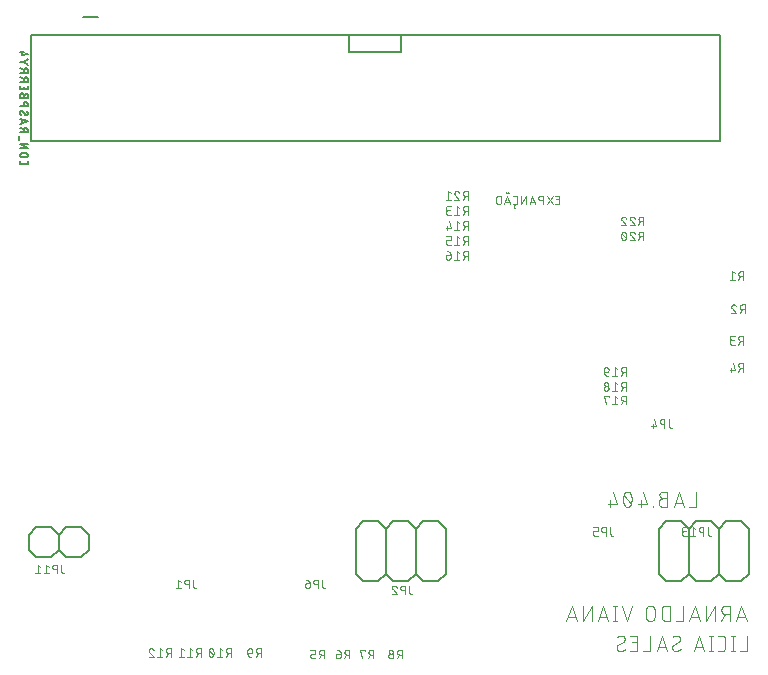
<source format=gbr>
G04 EAGLE Gerber RS-274X export*
G75*
%MOMM*%
%FSLAX34Y34*%
%LPD*%
%INSilkscreen Bottom*%
%IPPOS*%
%AMOC8*
5,1,8,0,0,1.08239X$1,22.5*%
G01*
%ADD10C,0.101600*%
%ADD11C,0.076200*%
%ADD12C,0.152400*%
%ADD13C,0.203200*%


D10*
X639572Y43688D02*
X635169Y56896D01*
X630767Y43688D01*
X631867Y46990D02*
X638471Y46990D01*
X625532Y43688D02*
X625532Y56896D01*
X621863Y56896D01*
X621743Y56894D01*
X621623Y56888D01*
X621503Y56878D01*
X621384Y56865D01*
X621265Y56847D01*
X621147Y56826D01*
X621030Y56800D01*
X620913Y56771D01*
X620798Y56738D01*
X620684Y56701D01*
X620571Y56661D01*
X620459Y56617D01*
X620349Y56569D01*
X620240Y56518D01*
X620133Y56463D01*
X620029Y56404D01*
X619926Y56343D01*
X619825Y56278D01*
X619726Y56209D01*
X619629Y56138D01*
X619535Y56063D01*
X619444Y55986D01*
X619355Y55905D01*
X619269Y55821D01*
X619185Y55735D01*
X619104Y55646D01*
X619027Y55555D01*
X618952Y55461D01*
X618881Y55364D01*
X618812Y55265D01*
X618747Y55164D01*
X618686Y55061D01*
X618627Y54957D01*
X618572Y54850D01*
X618521Y54741D01*
X618473Y54631D01*
X618429Y54519D01*
X618389Y54406D01*
X618352Y54292D01*
X618319Y54177D01*
X618290Y54060D01*
X618264Y53943D01*
X618243Y53825D01*
X618225Y53706D01*
X618212Y53587D01*
X618202Y53467D01*
X618196Y53347D01*
X618194Y53227D01*
X618196Y53107D01*
X618202Y52987D01*
X618212Y52867D01*
X618225Y52748D01*
X618243Y52629D01*
X618264Y52511D01*
X618290Y52394D01*
X618319Y52277D01*
X618352Y52162D01*
X618389Y52048D01*
X618429Y51935D01*
X618473Y51823D01*
X618521Y51713D01*
X618572Y51604D01*
X618627Y51497D01*
X618686Y51392D01*
X618747Y51290D01*
X618812Y51189D01*
X618881Y51090D01*
X618952Y50993D01*
X619027Y50899D01*
X619104Y50808D01*
X619185Y50719D01*
X619269Y50633D01*
X619355Y50549D01*
X619444Y50468D01*
X619535Y50391D01*
X619629Y50316D01*
X619726Y50245D01*
X619825Y50176D01*
X619926Y50111D01*
X620029Y50050D01*
X620133Y49991D01*
X620240Y49936D01*
X620349Y49885D01*
X620459Y49837D01*
X620571Y49793D01*
X620684Y49753D01*
X620798Y49716D01*
X620913Y49683D01*
X621030Y49654D01*
X621147Y49628D01*
X621265Y49607D01*
X621384Y49589D01*
X621503Y49576D01*
X621623Y49566D01*
X621743Y49560D01*
X621863Y49558D01*
X625532Y49558D01*
X621129Y49558D02*
X618194Y43688D01*
X612382Y43688D02*
X612382Y56896D01*
X605044Y43688D01*
X605044Y56896D01*
X595484Y56896D02*
X599887Y43688D01*
X591082Y43688D02*
X595484Y56896D01*
X592182Y46990D02*
X598786Y46990D01*
X585901Y43688D02*
X585901Y56896D01*
X585901Y43688D02*
X580031Y43688D01*
X574830Y43688D02*
X574830Y56896D01*
X571161Y56896D01*
X571041Y56894D01*
X570921Y56888D01*
X570801Y56878D01*
X570682Y56865D01*
X570563Y56847D01*
X570445Y56826D01*
X570328Y56800D01*
X570211Y56771D01*
X570096Y56738D01*
X569982Y56701D01*
X569869Y56661D01*
X569757Y56617D01*
X569647Y56569D01*
X569538Y56518D01*
X569431Y56463D01*
X569327Y56404D01*
X569224Y56343D01*
X569123Y56278D01*
X569024Y56209D01*
X568927Y56138D01*
X568833Y56063D01*
X568742Y55986D01*
X568653Y55905D01*
X568567Y55821D01*
X568483Y55735D01*
X568402Y55646D01*
X568325Y55555D01*
X568250Y55461D01*
X568179Y55364D01*
X568110Y55265D01*
X568045Y55164D01*
X567984Y55061D01*
X567925Y54957D01*
X567870Y54850D01*
X567819Y54741D01*
X567771Y54631D01*
X567727Y54519D01*
X567687Y54406D01*
X567650Y54292D01*
X567617Y54177D01*
X567588Y54060D01*
X567562Y53943D01*
X567541Y53825D01*
X567523Y53706D01*
X567510Y53587D01*
X567500Y53467D01*
X567494Y53347D01*
X567492Y53227D01*
X567493Y53227D02*
X567493Y47357D01*
X567492Y47357D02*
X567494Y47237D01*
X567500Y47117D01*
X567510Y46997D01*
X567523Y46878D01*
X567541Y46759D01*
X567562Y46641D01*
X567588Y46524D01*
X567617Y46407D01*
X567650Y46292D01*
X567687Y46178D01*
X567727Y46065D01*
X567771Y45953D01*
X567819Y45843D01*
X567870Y45734D01*
X567925Y45627D01*
X567984Y45522D01*
X568045Y45420D01*
X568110Y45319D01*
X568179Y45220D01*
X568250Y45123D01*
X568325Y45029D01*
X568402Y44938D01*
X568483Y44849D01*
X568567Y44763D01*
X568653Y44679D01*
X568742Y44598D01*
X568833Y44521D01*
X568927Y44446D01*
X569024Y44375D01*
X569123Y44306D01*
X569224Y44241D01*
X569327Y44180D01*
X569431Y44121D01*
X569538Y44066D01*
X569647Y44015D01*
X569757Y43967D01*
X569869Y43923D01*
X569982Y43883D01*
X570096Y43846D01*
X570211Y43813D01*
X570328Y43784D01*
X570445Y43758D01*
X570563Y43737D01*
X570682Y43719D01*
X570801Y43706D01*
X570921Y43696D01*
X571041Y43690D01*
X571161Y43688D01*
X574830Y43688D01*
X561602Y47357D02*
X561602Y53227D01*
X561600Y53347D01*
X561594Y53467D01*
X561584Y53587D01*
X561571Y53706D01*
X561553Y53825D01*
X561532Y53943D01*
X561506Y54060D01*
X561477Y54177D01*
X561444Y54292D01*
X561407Y54406D01*
X561367Y54519D01*
X561323Y54631D01*
X561275Y54741D01*
X561224Y54850D01*
X561169Y54957D01*
X561110Y55062D01*
X561049Y55164D01*
X560984Y55265D01*
X560915Y55364D01*
X560844Y55461D01*
X560769Y55555D01*
X560692Y55646D01*
X560611Y55735D01*
X560527Y55821D01*
X560441Y55905D01*
X560352Y55986D01*
X560261Y56063D01*
X560167Y56138D01*
X560070Y56209D01*
X559971Y56278D01*
X559870Y56343D01*
X559768Y56404D01*
X559663Y56463D01*
X559556Y56518D01*
X559447Y56569D01*
X559337Y56617D01*
X559225Y56661D01*
X559112Y56701D01*
X558998Y56738D01*
X558883Y56771D01*
X558766Y56800D01*
X558649Y56826D01*
X558531Y56847D01*
X558412Y56865D01*
X558293Y56878D01*
X558173Y56888D01*
X558053Y56894D01*
X557933Y56896D01*
X557813Y56894D01*
X557693Y56888D01*
X557573Y56878D01*
X557454Y56865D01*
X557335Y56847D01*
X557217Y56826D01*
X557100Y56800D01*
X556983Y56771D01*
X556868Y56738D01*
X556754Y56701D01*
X556641Y56661D01*
X556529Y56617D01*
X556419Y56569D01*
X556310Y56518D01*
X556203Y56463D01*
X556099Y56404D01*
X555996Y56343D01*
X555895Y56278D01*
X555796Y56209D01*
X555699Y56138D01*
X555605Y56063D01*
X555514Y55986D01*
X555425Y55905D01*
X555339Y55821D01*
X555255Y55735D01*
X555174Y55646D01*
X555097Y55555D01*
X555022Y55461D01*
X554951Y55364D01*
X554882Y55265D01*
X554817Y55164D01*
X554756Y55061D01*
X554697Y54957D01*
X554642Y54850D01*
X554591Y54741D01*
X554543Y54631D01*
X554499Y54519D01*
X554459Y54406D01*
X554422Y54292D01*
X554389Y54177D01*
X554360Y54060D01*
X554334Y53943D01*
X554313Y53825D01*
X554295Y53706D01*
X554282Y53587D01*
X554272Y53467D01*
X554266Y53347D01*
X554264Y53227D01*
X554264Y47357D01*
X554266Y47237D01*
X554272Y47117D01*
X554282Y46997D01*
X554295Y46878D01*
X554313Y46759D01*
X554334Y46641D01*
X554360Y46524D01*
X554389Y46407D01*
X554422Y46292D01*
X554459Y46178D01*
X554499Y46065D01*
X554543Y45953D01*
X554591Y45843D01*
X554642Y45734D01*
X554697Y45627D01*
X554756Y45522D01*
X554817Y45420D01*
X554882Y45319D01*
X554951Y45220D01*
X555022Y45123D01*
X555097Y45029D01*
X555174Y44938D01*
X555255Y44849D01*
X555339Y44763D01*
X555425Y44679D01*
X555514Y44598D01*
X555605Y44521D01*
X555699Y44446D01*
X555796Y44375D01*
X555895Y44306D01*
X555996Y44241D01*
X556099Y44180D01*
X556203Y44121D01*
X556310Y44066D01*
X556419Y44015D01*
X556529Y43967D01*
X556641Y43923D01*
X556754Y43883D01*
X556868Y43846D01*
X556983Y43813D01*
X557100Y43784D01*
X557217Y43758D01*
X557335Y43737D01*
X557454Y43719D01*
X557573Y43706D01*
X557693Y43696D01*
X557813Y43690D01*
X557933Y43688D01*
X558053Y43690D01*
X558173Y43696D01*
X558293Y43706D01*
X558412Y43719D01*
X558531Y43737D01*
X558649Y43758D01*
X558766Y43784D01*
X558883Y43813D01*
X558998Y43846D01*
X559112Y43883D01*
X559225Y43923D01*
X559337Y43967D01*
X559447Y44015D01*
X559556Y44066D01*
X559663Y44121D01*
X559768Y44180D01*
X559870Y44241D01*
X559971Y44306D01*
X560070Y44375D01*
X560167Y44446D01*
X560261Y44521D01*
X560352Y44598D01*
X560441Y44679D01*
X560527Y44763D01*
X560611Y44849D01*
X560692Y44938D01*
X560769Y45029D01*
X560844Y45123D01*
X560915Y45220D01*
X560984Y45319D01*
X561049Y45420D01*
X561110Y45523D01*
X561169Y45627D01*
X561224Y45734D01*
X561275Y45843D01*
X561323Y45953D01*
X561367Y46065D01*
X561407Y46178D01*
X561444Y46292D01*
X561477Y46407D01*
X561506Y46524D01*
X561532Y46641D01*
X561553Y46759D01*
X561571Y46878D01*
X561584Y46997D01*
X561594Y47117D01*
X561600Y47237D01*
X561602Y47357D01*
X542707Y56896D02*
X538304Y43688D01*
X533901Y56896D01*
X528063Y56896D02*
X528063Y43688D01*
X529530Y43688D02*
X526595Y43688D01*
X526595Y56896D02*
X529530Y56896D01*
X517822Y56896D02*
X522224Y43688D01*
X513419Y43688D02*
X517822Y56896D01*
X514520Y46990D02*
X521124Y46990D01*
X508262Y43688D02*
X508262Y56896D01*
X500924Y43688D01*
X500924Y56896D01*
X491365Y56896D02*
X495768Y43688D01*
X486962Y43688D02*
X491365Y56896D01*
X488063Y46990D02*
X494667Y46990D01*
X639572Y31496D02*
X639572Y18288D01*
X633702Y18288D01*
X627819Y18288D02*
X627819Y31496D01*
X629287Y18288D02*
X626352Y18288D01*
X626352Y31496D02*
X629287Y31496D01*
X618347Y18288D02*
X615412Y18288D01*
X618347Y18288D02*
X618454Y18290D01*
X618561Y18296D01*
X618668Y18306D01*
X618774Y18319D01*
X618880Y18337D01*
X618985Y18358D01*
X619089Y18383D01*
X619193Y18412D01*
X619295Y18445D01*
X619395Y18482D01*
X619495Y18522D01*
X619593Y18566D01*
X619689Y18613D01*
X619783Y18664D01*
X619876Y18718D01*
X619966Y18775D01*
X620055Y18836D01*
X620141Y18900D01*
X620224Y18967D01*
X620306Y19037D01*
X620384Y19110D01*
X620460Y19186D01*
X620533Y19264D01*
X620603Y19346D01*
X620670Y19429D01*
X620734Y19515D01*
X620795Y19604D01*
X620852Y19694D01*
X620906Y19787D01*
X620957Y19881D01*
X621005Y19977D01*
X621048Y20075D01*
X621088Y20175D01*
X621125Y20275D01*
X621158Y20377D01*
X621187Y20481D01*
X621212Y20585D01*
X621233Y20690D01*
X621251Y20796D01*
X621264Y20902D01*
X621274Y21009D01*
X621280Y21116D01*
X621282Y21223D01*
X621282Y28561D01*
X621280Y28668D01*
X621274Y28775D01*
X621264Y28882D01*
X621251Y28988D01*
X621233Y29094D01*
X621212Y29199D01*
X621187Y29303D01*
X621158Y29407D01*
X621125Y29509D01*
X621088Y29609D01*
X621048Y29709D01*
X621004Y29807D01*
X620957Y29903D01*
X620906Y29997D01*
X620852Y30090D01*
X620795Y30180D01*
X620734Y30269D01*
X620670Y30355D01*
X620603Y30438D01*
X620533Y30520D01*
X620460Y30598D01*
X620384Y30674D01*
X620306Y30747D01*
X620224Y30817D01*
X620141Y30884D01*
X620055Y30948D01*
X619966Y31009D01*
X619876Y31066D01*
X619783Y31120D01*
X619689Y31171D01*
X619593Y31218D01*
X619495Y31262D01*
X619396Y31302D01*
X619295Y31339D01*
X619193Y31372D01*
X619089Y31401D01*
X618985Y31426D01*
X618880Y31447D01*
X618774Y31465D01*
X618668Y31478D01*
X618561Y31488D01*
X618454Y31494D01*
X618347Y31496D01*
X615412Y31496D01*
X609471Y31496D02*
X609471Y18288D01*
X610938Y18288D02*
X608003Y18288D01*
X608003Y31496D02*
X610938Y31496D01*
X599229Y31496D02*
X603632Y18288D01*
X594827Y18288D02*
X599229Y31496D01*
X595927Y21590D02*
X602531Y21590D01*
X579293Y18288D02*
X579186Y18290D01*
X579079Y18296D01*
X578972Y18306D01*
X578866Y18319D01*
X578760Y18337D01*
X578655Y18358D01*
X578551Y18383D01*
X578447Y18412D01*
X578345Y18445D01*
X578245Y18482D01*
X578145Y18522D01*
X578047Y18566D01*
X577951Y18613D01*
X577857Y18664D01*
X577764Y18718D01*
X577674Y18775D01*
X577585Y18836D01*
X577499Y18900D01*
X577416Y18967D01*
X577334Y19037D01*
X577256Y19110D01*
X577180Y19186D01*
X577107Y19264D01*
X577037Y19346D01*
X576970Y19429D01*
X576906Y19515D01*
X576845Y19604D01*
X576788Y19694D01*
X576734Y19787D01*
X576683Y19881D01*
X576636Y19977D01*
X576592Y20075D01*
X576552Y20175D01*
X576515Y20275D01*
X576482Y20377D01*
X576453Y20481D01*
X576428Y20585D01*
X576407Y20690D01*
X576389Y20796D01*
X576376Y20902D01*
X576366Y21009D01*
X576360Y21116D01*
X576358Y21223D01*
X579293Y18288D02*
X579446Y18290D01*
X579599Y18296D01*
X579752Y18305D01*
X579904Y18318D01*
X580056Y18335D01*
X580208Y18356D01*
X580359Y18380D01*
X580509Y18408D01*
X580659Y18440D01*
X580807Y18476D01*
X580955Y18515D01*
X581102Y18558D01*
X581248Y18604D01*
X581392Y18654D01*
X581536Y18708D01*
X581678Y18765D01*
X581818Y18826D01*
X581957Y18890D01*
X582094Y18957D01*
X582230Y19028D01*
X582364Y19102D01*
X582496Y19179D01*
X582626Y19260D01*
X582754Y19344D01*
X582880Y19431D01*
X583003Y19521D01*
X583125Y19614D01*
X583244Y19710D01*
X583360Y19809D01*
X583475Y19910D01*
X583586Y20015D01*
X583695Y20122D01*
X583329Y28561D02*
X583327Y28668D01*
X583321Y28775D01*
X583311Y28882D01*
X583298Y28988D01*
X583280Y29094D01*
X583259Y29199D01*
X583234Y29303D01*
X583205Y29407D01*
X583172Y29509D01*
X583135Y29609D01*
X583095Y29709D01*
X583051Y29807D01*
X583004Y29903D01*
X582953Y29997D01*
X582899Y30090D01*
X582842Y30180D01*
X582781Y30269D01*
X582717Y30355D01*
X582650Y30438D01*
X582580Y30520D01*
X582507Y30598D01*
X582431Y30674D01*
X582353Y30747D01*
X582271Y30817D01*
X582188Y30884D01*
X582102Y30948D01*
X582013Y31009D01*
X581923Y31066D01*
X581830Y31120D01*
X581736Y31171D01*
X581640Y31218D01*
X581542Y31262D01*
X581442Y31302D01*
X581342Y31339D01*
X581240Y31372D01*
X581136Y31401D01*
X581032Y31426D01*
X580927Y31447D01*
X580821Y31465D01*
X580715Y31478D01*
X580608Y31488D01*
X580501Y31494D01*
X580394Y31496D01*
X580246Y31494D01*
X580099Y31488D01*
X579952Y31478D01*
X579805Y31464D01*
X579658Y31447D01*
X579513Y31425D01*
X579367Y31399D01*
X579223Y31370D01*
X579079Y31337D01*
X578936Y31299D01*
X578794Y31258D01*
X578654Y31214D01*
X578514Y31165D01*
X578376Y31113D01*
X578240Y31057D01*
X578105Y30997D01*
X577972Y30934D01*
X577840Y30867D01*
X577710Y30797D01*
X577582Y30724D01*
X577457Y30646D01*
X577333Y30566D01*
X577211Y30482D01*
X577092Y30395D01*
X581861Y25993D02*
X581952Y26049D01*
X582041Y26108D01*
X582128Y26170D01*
X582212Y26235D01*
X582295Y26303D01*
X582374Y26374D01*
X582451Y26448D01*
X582525Y26525D01*
X582597Y26604D01*
X582665Y26686D01*
X582731Y26770D01*
X582794Y26857D01*
X582853Y26945D01*
X582909Y27036D01*
X582962Y27129D01*
X583012Y27223D01*
X583058Y27319D01*
X583101Y27417D01*
X583140Y27516D01*
X583176Y27617D01*
X583208Y27719D01*
X583236Y27822D01*
X583260Y27926D01*
X583281Y28030D01*
X583298Y28136D01*
X583312Y28241D01*
X583321Y28348D01*
X583327Y28454D01*
X583329Y28561D01*
X577826Y23791D02*
X577735Y23735D01*
X577646Y23676D01*
X577559Y23614D01*
X577475Y23549D01*
X577392Y23481D01*
X577313Y23410D01*
X577236Y23336D01*
X577162Y23259D01*
X577090Y23180D01*
X577022Y23098D01*
X576956Y23014D01*
X576893Y22927D01*
X576834Y22839D01*
X576778Y22748D01*
X576725Y22655D01*
X576675Y22561D01*
X576629Y22465D01*
X576586Y22367D01*
X576547Y22268D01*
X576511Y22167D01*
X576479Y22065D01*
X576451Y21962D01*
X576427Y21858D01*
X576406Y21754D01*
X576389Y21648D01*
X576375Y21543D01*
X576366Y21436D01*
X576360Y21330D01*
X576358Y21223D01*
X577826Y23791D02*
X581861Y25993D01*
X572055Y18288D02*
X567652Y31496D01*
X563249Y18288D01*
X564350Y21590D02*
X570954Y21590D01*
X558069Y18288D02*
X558069Y31496D01*
X558069Y18288D02*
X552198Y18288D01*
X546974Y18288D02*
X541104Y18288D01*
X546974Y18288D02*
X546974Y31496D01*
X541104Y31496D01*
X542571Y25626D02*
X546974Y25626D01*
X532354Y18288D02*
X532247Y18290D01*
X532140Y18296D01*
X532033Y18306D01*
X531927Y18319D01*
X531821Y18337D01*
X531716Y18358D01*
X531612Y18383D01*
X531508Y18412D01*
X531406Y18445D01*
X531306Y18482D01*
X531206Y18522D01*
X531108Y18566D01*
X531012Y18613D01*
X530918Y18664D01*
X530825Y18718D01*
X530735Y18775D01*
X530646Y18836D01*
X530560Y18900D01*
X530477Y18967D01*
X530395Y19037D01*
X530317Y19110D01*
X530241Y19186D01*
X530168Y19264D01*
X530098Y19346D01*
X530031Y19429D01*
X529967Y19515D01*
X529906Y19604D01*
X529849Y19694D01*
X529795Y19787D01*
X529744Y19881D01*
X529697Y19977D01*
X529653Y20075D01*
X529613Y20175D01*
X529576Y20275D01*
X529543Y20377D01*
X529514Y20481D01*
X529489Y20585D01*
X529468Y20690D01*
X529450Y20796D01*
X529437Y20902D01*
X529427Y21009D01*
X529421Y21116D01*
X529419Y21223D01*
X532354Y18288D02*
X532507Y18290D01*
X532660Y18296D01*
X532813Y18305D01*
X532965Y18318D01*
X533117Y18335D01*
X533269Y18356D01*
X533420Y18380D01*
X533570Y18408D01*
X533720Y18440D01*
X533868Y18476D01*
X534016Y18515D01*
X534163Y18558D01*
X534309Y18604D01*
X534453Y18654D01*
X534597Y18708D01*
X534739Y18765D01*
X534879Y18826D01*
X535018Y18890D01*
X535155Y18957D01*
X535291Y19028D01*
X535425Y19102D01*
X535557Y19179D01*
X535687Y19260D01*
X535815Y19344D01*
X535941Y19431D01*
X536064Y19521D01*
X536186Y19614D01*
X536305Y19710D01*
X536421Y19809D01*
X536536Y19910D01*
X536647Y20015D01*
X536756Y20122D01*
X536390Y28561D02*
X536388Y28668D01*
X536382Y28775D01*
X536372Y28882D01*
X536359Y28988D01*
X536341Y29094D01*
X536320Y29199D01*
X536295Y29303D01*
X536266Y29407D01*
X536233Y29509D01*
X536196Y29609D01*
X536156Y29709D01*
X536112Y29807D01*
X536065Y29903D01*
X536014Y29997D01*
X535960Y30090D01*
X535903Y30180D01*
X535842Y30269D01*
X535778Y30355D01*
X535711Y30438D01*
X535641Y30520D01*
X535568Y30598D01*
X535492Y30674D01*
X535414Y30747D01*
X535332Y30817D01*
X535249Y30884D01*
X535163Y30948D01*
X535074Y31009D01*
X534984Y31066D01*
X534891Y31120D01*
X534797Y31171D01*
X534701Y31218D01*
X534603Y31262D01*
X534503Y31302D01*
X534403Y31339D01*
X534301Y31372D01*
X534197Y31401D01*
X534093Y31426D01*
X533988Y31447D01*
X533882Y31465D01*
X533776Y31478D01*
X533669Y31488D01*
X533562Y31494D01*
X533455Y31496D01*
X533307Y31494D01*
X533160Y31488D01*
X533013Y31478D01*
X532866Y31464D01*
X532719Y31447D01*
X532574Y31425D01*
X532428Y31399D01*
X532284Y31370D01*
X532140Y31337D01*
X531997Y31299D01*
X531855Y31258D01*
X531715Y31214D01*
X531575Y31165D01*
X531437Y31113D01*
X531301Y31057D01*
X531166Y30997D01*
X531033Y30934D01*
X530901Y30867D01*
X530771Y30797D01*
X530643Y30724D01*
X530518Y30646D01*
X530394Y30566D01*
X530272Y30482D01*
X530153Y30395D01*
X534922Y25993D02*
X535013Y26049D01*
X535102Y26108D01*
X535189Y26170D01*
X535273Y26235D01*
X535356Y26303D01*
X535435Y26374D01*
X535512Y26448D01*
X535586Y26525D01*
X535658Y26604D01*
X535726Y26686D01*
X535792Y26770D01*
X535855Y26857D01*
X535914Y26945D01*
X535970Y27036D01*
X536023Y27129D01*
X536073Y27223D01*
X536119Y27319D01*
X536162Y27417D01*
X536201Y27516D01*
X536237Y27617D01*
X536269Y27719D01*
X536297Y27822D01*
X536321Y27926D01*
X536342Y28030D01*
X536359Y28136D01*
X536373Y28241D01*
X536382Y28348D01*
X536388Y28454D01*
X536390Y28561D01*
X530887Y23791D02*
X530796Y23735D01*
X530707Y23676D01*
X530620Y23614D01*
X530536Y23549D01*
X530453Y23481D01*
X530374Y23410D01*
X530297Y23336D01*
X530223Y23259D01*
X530151Y23180D01*
X530083Y23098D01*
X530017Y23014D01*
X529954Y22927D01*
X529895Y22839D01*
X529839Y22748D01*
X529786Y22655D01*
X529736Y22561D01*
X529690Y22465D01*
X529647Y22367D01*
X529608Y22268D01*
X529572Y22167D01*
X529540Y22065D01*
X529512Y21962D01*
X529488Y21858D01*
X529467Y21754D01*
X529450Y21648D01*
X529436Y21543D01*
X529427Y21436D01*
X529421Y21330D01*
X529419Y21223D01*
X530886Y23791D02*
X534922Y25993D01*
X596392Y140208D02*
X596392Y153416D01*
X596392Y140208D02*
X590522Y140208D01*
X586482Y140208D02*
X582079Y153416D01*
X577676Y140208D01*
X578777Y143510D02*
X585381Y143510D01*
X572340Y147546D02*
X568671Y147546D01*
X568551Y147544D01*
X568431Y147538D01*
X568311Y147528D01*
X568192Y147515D01*
X568073Y147497D01*
X567955Y147476D01*
X567838Y147450D01*
X567721Y147421D01*
X567606Y147388D01*
X567492Y147351D01*
X567379Y147311D01*
X567267Y147267D01*
X567157Y147219D01*
X567048Y147168D01*
X566941Y147113D01*
X566837Y147054D01*
X566734Y146993D01*
X566633Y146928D01*
X566534Y146859D01*
X566437Y146788D01*
X566343Y146713D01*
X566252Y146636D01*
X566163Y146555D01*
X566077Y146471D01*
X565993Y146385D01*
X565912Y146296D01*
X565835Y146205D01*
X565760Y146111D01*
X565689Y146014D01*
X565620Y145915D01*
X565555Y145814D01*
X565494Y145712D01*
X565435Y145607D01*
X565380Y145500D01*
X565329Y145391D01*
X565281Y145281D01*
X565237Y145169D01*
X565197Y145056D01*
X565160Y144942D01*
X565127Y144827D01*
X565098Y144710D01*
X565072Y144593D01*
X565051Y144475D01*
X565033Y144356D01*
X565020Y144237D01*
X565010Y144117D01*
X565004Y143997D01*
X565002Y143877D01*
X565004Y143757D01*
X565010Y143637D01*
X565020Y143517D01*
X565033Y143398D01*
X565051Y143279D01*
X565072Y143161D01*
X565098Y143044D01*
X565127Y142927D01*
X565160Y142812D01*
X565197Y142698D01*
X565237Y142585D01*
X565281Y142473D01*
X565329Y142363D01*
X565380Y142254D01*
X565435Y142147D01*
X565494Y142042D01*
X565555Y141940D01*
X565620Y141839D01*
X565689Y141740D01*
X565760Y141643D01*
X565835Y141549D01*
X565912Y141458D01*
X565993Y141369D01*
X566077Y141283D01*
X566163Y141199D01*
X566252Y141118D01*
X566343Y141041D01*
X566437Y140966D01*
X566534Y140895D01*
X566633Y140826D01*
X566734Y140761D01*
X566837Y140700D01*
X566941Y140641D01*
X567048Y140586D01*
X567157Y140535D01*
X567267Y140487D01*
X567379Y140443D01*
X567492Y140403D01*
X567606Y140366D01*
X567721Y140333D01*
X567838Y140304D01*
X567955Y140278D01*
X568073Y140257D01*
X568192Y140239D01*
X568311Y140226D01*
X568431Y140216D01*
X568551Y140210D01*
X568671Y140208D01*
X572340Y140208D01*
X572340Y153416D01*
X568671Y153416D01*
X568564Y153414D01*
X568457Y153408D01*
X568350Y153398D01*
X568244Y153385D01*
X568138Y153367D01*
X568033Y153346D01*
X567929Y153321D01*
X567825Y153292D01*
X567723Y153259D01*
X567623Y153222D01*
X567523Y153182D01*
X567425Y153138D01*
X567329Y153091D01*
X567235Y153040D01*
X567142Y152986D01*
X567052Y152929D01*
X566963Y152868D01*
X566877Y152804D01*
X566794Y152737D01*
X566712Y152667D01*
X566634Y152594D01*
X566558Y152518D01*
X566485Y152440D01*
X566415Y152358D01*
X566348Y152275D01*
X566284Y152189D01*
X566223Y152100D01*
X566166Y152010D01*
X566112Y151917D01*
X566061Y151823D01*
X566014Y151727D01*
X565970Y151629D01*
X565930Y151529D01*
X565893Y151429D01*
X565860Y151327D01*
X565831Y151223D01*
X565806Y151119D01*
X565785Y151014D01*
X565767Y150908D01*
X565754Y150802D01*
X565744Y150695D01*
X565738Y150588D01*
X565736Y150481D01*
X565738Y150374D01*
X565744Y150267D01*
X565754Y150160D01*
X565767Y150054D01*
X565785Y149948D01*
X565806Y149843D01*
X565831Y149739D01*
X565860Y149635D01*
X565893Y149533D01*
X565930Y149433D01*
X565970Y149333D01*
X566014Y149235D01*
X566061Y149139D01*
X566112Y149045D01*
X566166Y148952D01*
X566223Y148862D01*
X566284Y148773D01*
X566348Y148687D01*
X566415Y148604D01*
X566485Y148522D01*
X566558Y148444D01*
X566634Y148368D01*
X566712Y148295D01*
X566794Y148225D01*
X566877Y148158D01*
X566963Y148094D01*
X567052Y148033D01*
X567142Y147976D01*
X567235Y147922D01*
X567329Y147871D01*
X567425Y147824D01*
X567523Y147780D01*
X567623Y147740D01*
X567723Y147703D01*
X567825Y147670D01*
X567929Y147641D01*
X568033Y147616D01*
X568138Y147595D01*
X568244Y147577D01*
X568350Y147564D01*
X568457Y147554D01*
X568564Y147548D01*
X568671Y147546D01*
X560683Y140942D02*
X560683Y140208D01*
X560683Y140942D02*
X559950Y140942D01*
X559950Y140208D01*
X560683Y140208D01*
X555024Y143143D02*
X552089Y153416D01*
X555024Y143143D02*
X547686Y143143D01*
X549888Y146078D02*
X549888Y140208D01*
X542222Y146812D02*
X542219Y147072D01*
X542210Y147331D01*
X542194Y147591D01*
X542172Y147850D01*
X542145Y148108D01*
X542111Y148366D01*
X542070Y148622D01*
X542024Y148878D01*
X541972Y149133D01*
X541913Y149386D01*
X541849Y149637D01*
X541778Y149888D01*
X541702Y150136D01*
X541620Y150382D01*
X541532Y150627D01*
X541438Y150869D01*
X541338Y151109D01*
X541232Y151346D01*
X541121Y151581D01*
X541122Y151582D02*
X541087Y151677D01*
X541049Y151772D01*
X541007Y151865D01*
X540961Y151956D01*
X540912Y152046D01*
X540860Y152134D01*
X540805Y152219D01*
X540746Y152303D01*
X540684Y152384D01*
X540620Y152463D01*
X540552Y152539D01*
X540481Y152613D01*
X540408Y152684D01*
X540332Y152752D01*
X540254Y152818D01*
X540173Y152880D01*
X540090Y152940D01*
X540005Y152996D01*
X539918Y153049D01*
X539829Y153098D01*
X539738Y153144D01*
X539645Y153187D01*
X539551Y153226D01*
X539455Y153262D01*
X539358Y153294D01*
X539260Y153323D01*
X539161Y153347D01*
X539061Y153368D01*
X538961Y153385D01*
X538860Y153399D01*
X538758Y153408D01*
X538656Y153414D01*
X538554Y153416D01*
X538452Y153414D01*
X538350Y153408D01*
X538248Y153399D01*
X538147Y153385D01*
X538047Y153368D01*
X537947Y153347D01*
X537848Y153323D01*
X537750Y153294D01*
X537653Y153262D01*
X537557Y153226D01*
X537463Y153187D01*
X537370Y153144D01*
X537279Y153098D01*
X537190Y153049D01*
X537103Y152996D01*
X537018Y152940D01*
X536935Y152880D01*
X536854Y152818D01*
X536776Y152752D01*
X536700Y152684D01*
X536627Y152613D01*
X536556Y152539D01*
X536488Y152463D01*
X536424Y152384D01*
X536362Y152303D01*
X536303Y152219D01*
X536248Y152134D01*
X536196Y152046D01*
X536147Y151956D01*
X536101Y151865D01*
X536059Y151772D01*
X536021Y151677D01*
X535986Y151582D01*
X535986Y151581D02*
X535875Y151347D01*
X535769Y151109D01*
X535669Y150869D01*
X535575Y150627D01*
X535487Y150382D01*
X535405Y150136D01*
X535329Y149888D01*
X535258Y149638D01*
X535194Y149386D01*
X535135Y149133D01*
X535083Y148878D01*
X535037Y148622D01*
X534996Y148366D01*
X534962Y148108D01*
X534935Y147850D01*
X534913Y147591D01*
X534897Y147331D01*
X534888Y147072D01*
X534885Y146812D01*
X542223Y146812D02*
X542220Y146552D01*
X542211Y146292D01*
X542195Y146033D01*
X542173Y145774D01*
X542146Y145516D01*
X542112Y145258D01*
X542071Y145001D01*
X542025Y144746D01*
X541973Y144491D01*
X541914Y144238D01*
X541850Y143986D01*
X541779Y143736D01*
X541703Y143488D01*
X541621Y143241D01*
X541533Y142997D01*
X541439Y142755D01*
X541339Y142515D01*
X541233Y142277D01*
X541122Y142042D01*
X541087Y141947D01*
X541049Y141852D01*
X541007Y141759D01*
X540961Y141668D01*
X540912Y141578D01*
X540860Y141490D01*
X540805Y141405D01*
X540746Y141321D01*
X540684Y141240D01*
X540620Y141161D01*
X540552Y141085D01*
X540481Y141011D01*
X540408Y140940D01*
X540332Y140872D01*
X540254Y140806D01*
X540173Y140744D01*
X540090Y140684D01*
X540005Y140628D01*
X539918Y140575D01*
X539829Y140526D01*
X539738Y140480D01*
X539645Y140437D01*
X539551Y140398D01*
X539455Y140362D01*
X539358Y140330D01*
X539260Y140301D01*
X539161Y140277D01*
X539061Y140256D01*
X538961Y140239D01*
X538860Y140225D01*
X538758Y140216D01*
X538656Y140210D01*
X538554Y140208D01*
X535986Y142043D02*
X535875Y142278D01*
X535769Y142515D01*
X535669Y142755D01*
X535575Y142997D01*
X535487Y143242D01*
X535405Y143488D01*
X535329Y143736D01*
X535258Y143987D01*
X535194Y144238D01*
X535135Y144491D01*
X535083Y144746D01*
X535037Y145002D01*
X534996Y145258D01*
X534962Y145516D01*
X534935Y145774D01*
X534913Y146033D01*
X534897Y146293D01*
X534888Y146552D01*
X534885Y146812D01*
X535986Y142042D02*
X536021Y141947D01*
X536059Y141852D01*
X536101Y141759D01*
X536147Y141668D01*
X536196Y141578D01*
X536248Y141490D01*
X536303Y141405D01*
X536362Y141321D01*
X536424Y141240D01*
X536488Y141161D01*
X536556Y141085D01*
X536627Y141011D01*
X536700Y140940D01*
X536776Y140872D01*
X536854Y140806D01*
X536935Y140744D01*
X537018Y140684D01*
X537103Y140628D01*
X537190Y140575D01*
X537279Y140526D01*
X537370Y140480D01*
X537463Y140437D01*
X537557Y140398D01*
X537653Y140362D01*
X537750Y140330D01*
X537848Y140301D01*
X537947Y140277D01*
X538047Y140256D01*
X538147Y140239D01*
X538248Y140225D01*
X538350Y140216D01*
X538452Y140210D01*
X538554Y140208D01*
X541489Y143143D02*
X535619Y150481D01*
X526486Y153416D02*
X529421Y143143D01*
X522083Y143143D01*
X524285Y146078D02*
X524285Y140208D01*
D11*
X573744Y209028D02*
X573744Y214757D01*
X573744Y209028D02*
X573746Y208950D01*
X573751Y208872D01*
X573761Y208795D01*
X573774Y208718D01*
X573790Y208642D01*
X573810Y208567D01*
X573834Y208493D01*
X573861Y208420D01*
X573892Y208348D01*
X573926Y208278D01*
X573963Y208210D01*
X574004Y208143D01*
X574048Y208078D01*
X574094Y208016D01*
X574144Y207956D01*
X574196Y207898D01*
X574251Y207843D01*
X574309Y207791D01*
X574369Y207741D01*
X574431Y207695D01*
X574496Y207651D01*
X574563Y207610D01*
X574631Y207573D01*
X574701Y207539D01*
X574773Y207508D01*
X574846Y207481D01*
X574920Y207457D01*
X574995Y207437D01*
X575071Y207421D01*
X575148Y207408D01*
X575225Y207398D01*
X575303Y207393D01*
X575381Y207391D01*
X576199Y207391D01*
X569948Y207391D02*
X569948Y214757D01*
X567902Y214757D01*
X567813Y214755D01*
X567724Y214749D01*
X567635Y214739D01*
X567547Y214726D01*
X567459Y214709D01*
X567372Y214687D01*
X567287Y214662D01*
X567202Y214634D01*
X567119Y214601D01*
X567037Y214565D01*
X566957Y214526D01*
X566879Y214483D01*
X566803Y214437D01*
X566728Y214387D01*
X566656Y214334D01*
X566587Y214278D01*
X566520Y214219D01*
X566455Y214158D01*
X566394Y214093D01*
X566335Y214026D01*
X566279Y213957D01*
X566226Y213885D01*
X566176Y213810D01*
X566130Y213734D01*
X566087Y213656D01*
X566048Y213576D01*
X566012Y213494D01*
X565979Y213411D01*
X565951Y213326D01*
X565926Y213241D01*
X565904Y213154D01*
X565887Y213066D01*
X565874Y212978D01*
X565864Y212889D01*
X565858Y212800D01*
X565856Y212711D01*
X565858Y212622D01*
X565864Y212533D01*
X565874Y212444D01*
X565887Y212356D01*
X565904Y212268D01*
X565926Y212181D01*
X565951Y212096D01*
X565979Y212011D01*
X566012Y211928D01*
X566048Y211846D01*
X566087Y211766D01*
X566130Y211688D01*
X566176Y211612D01*
X566226Y211537D01*
X566279Y211465D01*
X566335Y211396D01*
X566394Y211329D01*
X566455Y211264D01*
X566520Y211203D01*
X566587Y211144D01*
X566656Y211088D01*
X566728Y211035D01*
X566803Y210985D01*
X566879Y210939D01*
X566957Y210896D01*
X567037Y210857D01*
X567119Y210821D01*
X567202Y210788D01*
X567287Y210760D01*
X567372Y210735D01*
X567459Y210713D01*
X567547Y210696D01*
X567635Y210683D01*
X567724Y210673D01*
X567813Y210667D01*
X567902Y210665D01*
X569948Y210665D01*
X562994Y209028D02*
X561357Y214757D01*
X562994Y209028D02*
X558902Y209028D01*
X560129Y210665D02*
X560129Y207391D01*
D12*
X50800Y97790D02*
X38100Y97790D01*
X50800Y97790D02*
X57150Y104140D01*
X57150Y116840D01*
X50800Y123190D01*
X31750Y116840D02*
X31750Y104140D01*
X38100Y97790D01*
X31750Y116840D02*
X38100Y123190D01*
X50800Y123190D01*
X57150Y104140D02*
X63500Y97790D01*
X76200Y97790D01*
X82550Y104140D01*
X82550Y116840D01*
X76200Y123190D01*
X63500Y123190D01*
X57150Y116840D01*
D11*
X59394Y91567D02*
X59394Y85838D01*
X59396Y85760D01*
X59401Y85682D01*
X59411Y85605D01*
X59424Y85528D01*
X59440Y85452D01*
X59460Y85377D01*
X59484Y85303D01*
X59511Y85230D01*
X59542Y85158D01*
X59576Y85088D01*
X59613Y85020D01*
X59654Y84953D01*
X59698Y84888D01*
X59744Y84826D01*
X59794Y84766D01*
X59846Y84708D01*
X59901Y84653D01*
X59959Y84601D01*
X60019Y84551D01*
X60081Y84505D01*
X60146Y84461D01*
X60213Y84420D01*
X60281Y84383D01*
X60351Y84349D01*
X60423Y84318D01*
X60496Y84291D01*
X60570Y84267D01*
X60645Y84247D01*
X60721Y84231D01*
X60798Y84218D01*
X60875Y84208D01*
X60953Y84203D01*
X61031Y84201D01*
X61849Y84201D01*
X55598Y84201D02*
X55598Y91567D01*
X53552Y91567D01*
X53463Y91565D01*
X53374Y91559D01*
X53285Y91549D01*
X53197Y91536D01*
X53109Y91519D01*
X53022Y91497D01*
X52937Y91472D01*
X52852Y91444D01*
X52769Y91411D01*
X52687Y91375D01*
X52607Y91336D01*
X52529Y91293D01*
X52453Y91247D01*
X52378Y91197D01*
X52306Y91144D01*
X52237Y91088D01*
X52170Y91029D01*
X52105Y90968D01*
X52044Y90903D01*
X51985Y90836D01*
X51929Y90767D01*
X51876Y90695D01*
X51826Y90620D01*
X51780Y90544D01*
X51737Y90466D01*
X51698Y90386D01*
X51662Y90304D01*
X51629Y90221D01*
X51601Y90136D01*
X51576Y90051D01*
X51554Y89964D01*
X51537Y89876D01*
X51524Y89788D01*
X51514Y89699D01*
X51508Y89610D01*
X51506Y89521D01*
X51508Y89432D01*
X51514Y89343D01*
X51524Y89254D01*
X51537Y89166D01*
X51554Y89078D01*
X51576Y88991D01*
X51601Y88906D01*
X51629Y88821D01*
X51662Y88738D01*
X51698Y88656D01*
X51737Y88576D01*
X51780Y88498D01*
X51826Y88422D01*
X51876Y88347D01*
X51929Y88275D01*
X51985Y88206D01*
X52044Y88139D01*
X52105Y88074D01*
X52170Y88013D01*
X52237Y87954D01*
X52306Y87898D01*
X52378Y87845D01*
X52453Y87795D01*
X52529Y87749D01*
X52607Y87706D01*
X52687Y87667D01*
X52769Y87631D01*
X52852Y87598D01*
X52937Y87570D01*
X53022Y87545D01*
X53109Y87523D01*
X53197Y87506D01*
X53285Y87493D01*
X53374Y87483D01*
X53463Y87477D01*
X53552Y87475D01*
X55598Y87475D01*
X48644Y89930D02*
X46598Y91567D01*
X46598Y84201D01*
X48644Y84201D02*
X44552Y84201D01*
X41329Y89930D02*
X39283Y91567D01*
X39283Y84201D01*
X41329Y84201D02*
X37237Y84201D01*
D12*
X565150Y121920D02*
X571500Y128270D01*
X584200Y128270D02*
X590550Y121920D01*
X596900Y128270D01*
X609600Y128270D02*
X615950Y121920D01*
X565150Y121920D02*
X565150Y83820D01*
X571500Y77470D01*
X584200Y77470D01*
X590550Y83820D01*
X596900Y77470D01*
X609600Y77470D01*
X615950Y83820D01*
X590550Y83820D02*
X590550Y121920D01*
X615950Y121920D02*
X615950Y83820D01*
X609600Y128270D02*
X596900Y128270D01*
X584200Y128270D02*
X571500Y128270D01*
X615950Y121920D02*
X622300Y128270D01*
X635000Y128270D02*
X641350Y121920D01*
X615950Y83820D02*
X622300Y77470D01*
X635000Y77470D01*
X641350Y83820D01*
X641350Y121920D01*
X635000Y128270D02*
X622300Y128270D01*
D11*
X606764Y123317D02*
X606764Y117588D01*
X606766Y117510D01*
X606771Y117432D01*
X606781Y117355D01*
X606794Y117278D01*
X606810Y117202D01*
X606830Y117127D01*
X606854Y117053D01*
X606881Y116980D01*
X606912Y116908D01*
X606946Y116838D01*
X606983Y116770D01*
X607024Y116703D01*
X607068Y116638D01*
X607114Y116576D01*
X607164Y116516D01*
X607216Y116458D01*
X607271Y116403D01*
X607329Y116351D01*
X607389Y116301D01*
X607451Y116255D01*
X607516Y116211D01*
X607583Y116170D01*
X607651Y116133D01*
X607721Y116099D01*
X607793Y116068D01*
X607866Y116041D01*
X607940Y116017D01*
X608015Y115997D01*
X608091Y115981D01*
X608168Y115968D01*
X608245Y115958D01*
X608323Y115953D01*
X608401Y115951D01*
X609219Y115951D01*
X602968Y115951D02*
X602968Y123317D01*
X600922Y123317D01*
X600833Y123315D01*
X600744Y123309D01*
X600655Y123299D01*
X600567Y123286D01*
X600479Y123269D01*
X600392Y123247D01*
X600307Y123222D01*
X600222Y123194D01*
X600139Y123161D01*
X600057Y123125D01*
X599977Y123086D01*
X599899Y123043D01*
X599823Y122997D01*
X599748Y122947D01*
X599676Y122894D01*
X599607Y122838D01*
X599540Y122779D01*
X599475Y122718D01*
X599414Y122653D01*
X599355Y122586D01*
X599299Y122517D01*
X599246Y122445D01*
X599196Y122370D01*
X599150Y122294D01*
X599107Y122216D01*
X599068Y122136D01*
X599032Y122054D01*
X598999Y121971D01*
X598971Y121886D01*
X598946Y121801D01*
X598924Y121714D01*
X598907Y121626D01*
X598894Y121538D01*
X598884Y121449D01*
X598878Y121360D01*
X598876Y121271D01*
X598878Y121182D01*
X598884Y121093D01*
X598894Y121004D01*
X598907Y120916D01*
X598924Y120828D01*
X598946Y120741D01*
X598971Y120656D01*
X598999Y120571D01*
X599032Y120488D01*
X599068Y120406D01*
X599107Y120326D01*
X599150Y120248D01*
X599196Y120172D01*
X599246Y120097D01*
X599299Y120025D01*
X599355Y119956D01*
X599414Y119889D01*
X599475Y119824D01*
X599540Y119763D01*
X599607Y119704D01*
X599676Y119648D01*
X599748Y119595D01*
X599823Y119545D01*
X599899Y119499D01*
X599977Y119456D01*
X600057Y119417D01*
X600139Y119381D01*
X600222Y119348D01*
X600307Y119320D01*
X600392Y119295D01*
X600479Y119273D01*
X600567Y119256D01*
X600655Y119243D01*
X600744Y119233D01*
X600833Y119227D01*
X600922Y119225D01*
X602968Y119225D01*
X596014Y121680D02*
X593968Y123317D01*
X593968Y115951D01*
X596014Y115951D02*
X591922Y115951D01*
X588699Y115951D02*
X586653Y115951D01*
X586564Y115953D01*
X586475Y115959D01*
X586386Y115969D01*
X586298Y115982D01*
X586210Y115999D01*
X586123Y116021D01*
X586038Y116046D01*
X585953Y116074D01*
X585870Y116107D01*
X585788Y116143D01*
X585708Y116182D01*
X585630Y116225D01*
X585554Y116271D01*
X585479Y116321D01*
X585407Y116374D01*
X585338Y116430D01*
X585271Y116489D01*
X585206Y116550D01*
X585145Y116615D01*
X585086Y116682D01*
X585030Y116751D01*
X584977Y116823D01*
X584927Y116898D01*
X584881Y116974D01*
X584838Y117052D01*
X584799Y117132D01*
X584763Y117214D01*
X584730Y117297D01*
X584702Y117382D01*
X584677Y117467D01*
X584655Y117554D01*
X584638Y117642D01*
X584625Y117730D01*
X584615Y117819D01*
X584609Y117908D01*
X584607Y117997D01*
X584609Y118086D01*
X584615Y118175D01*
X584625Y118264D01*
X584638Y118352D01*
X584655Y118440D01*
X584677Y118527D01*
X584702Y118612D01*
X584730Y118697D01*
X584763Y118780D01*
X584799Y118862D01*
X584838Y118942D01*
X584881Y119020D01*
X584927Y119096D01*
X584977Y119171D01*
X585030Y119243D01*
X585086Y119312D01*
X585145Y119379D01*
X585206Y119444D01*
X585271Y119505D01*
X585338Y119564D01*
X585407Y119620D01*
X585479Y119673D01*
X585554Y119723D01*
X585630Y119769D01*
X585708Y119812D01*
X585788Y119851D01*
X585870Y119887D01*
X585953Y119920D01*
X586038Y119948D01*
X586123Y119973D01*
X586210Y119995D01*
X586298Y120012D01*
X586386Y120025D01*
X586475Y120035D01*
X586564Y120041D01*
X586653Y120043D01*
X586243Y123317D02*
X588699Y123317D01*
X586243Y123317D02*
X586164Y123315D01*
X586085Y123309D01*
X586006Y123300D01*
X585928Y123287D01*
X585851Y123269D01*
X585775Y123249D01*
X585700Y123224D01*
X585626Y123196D01*
X585553Y123165D01*
X585482Y123129D01*
X585413Y123091D01*
X585346Y123049D01*
X585281Y123004D01*
X585218Y122956D01*
X585157Y122905D01*
X585100Y122851D01*
X585044Y122795D01*
X584992Y122736D01*
X584942Y122674D01*
X584896Y122610D01*
X584852Y122544D01*
X584812Y122476D01*
X584776Y122406D01*
X584742Y122334D01*
X584712Y122260D01*
X584686Y122186D01*
X584663Y122110D01*
X584645Y122033D01*
X584629Y121956D01*
X584618Y121877D01*
X584610Y121799D01*
X584606Y121720D01*
X584606Y121640D01*
X584610Y121561D01*
X584618Y121483D01*
X584629Y121404D01*
X584645Y121327D01*
X584663Y121250D01*
X584686Y121174D01*
X584712Y121100D01*
X584742Y121026D01*
X584776Y120954D01*
X584812Y120884D01*
X584852Y120816D01*
X584896Y120750D01*
X584942Y120686D01*
X584992Y120624D01*
X585044Y120565D01*
X585100Y120509D01*
X585157Y120455D01*
X585218Y120404D01*
X585281Y120356D01*
X585346Y120311D01*
X585413Y120269D01*
X585482Y120231D01*
X585553Y120195D01*
X585626Y120164D01*
X585700Y120136D01*
X585775Y120111D01*
X585851Y120091D01*
X585928Y120073D01*
X586006Y120060D01*
X586085Y120051D01*
X586164Y120045D01*
X586243Y120043D01*
X587880Y120043D01*
X524214Y117588D02*
X524214Y123317D01*
X524214Y117588D02*
X524216Y117510D01*
X524221Y117432D01*
X524231Y117355D01*
X524244Y117278D01*
X524260Y117202D01*
X524280Y117127D01*
X524304Y117053D01*
X524331Y116980D01*
X524362Y116908D01*
X524396Y116838D01*
X524433Y116770D01*
X524474Y116703D01*
X524518Y116638D01*
X524564Y116576D01*
X524614Y116516D01*
X524666Y116458D01*
X524721Y116403D01*
X524779Y116351D01*
X524839Y116301D01*
X524901Y116255D01*
X524966Y116211D01*
X525033Y116170D01*
X525101Y116133D01*
X525171Y116099D01*
X525243Y116068D01*
X525316Y116041D01*
X525390Y116017D01*
X525465Y115997D01*
X525541Y115981D01*
X525618Y115968D01*
X525695Y115958D01*
X525773Y115953D01*
X525851Y115951D01*
X526669Y115951D01*
X520418Y115951D02*
X520418Y123317D01*
X518372Y123317D01*
X518283Y123315D01*
X518194Y123309D01*
X518105Y123299D01*
X518017Y123286D01*
X517929Y123269D01*
X517842Y123247D01*
X517757Y123222D01*
X517672Y123194D01*
X517589Y123161D01*
X517507Y123125D01*
X517427Y123086D01*
X517349Y123043D01*
X517273Y122997D01*
X517198Y122947D01*
X517126Y122894D01*
X517057Y122838D01*
X516990Y122779D01*
X516925Y122718D01*
X516864Y122653D01*
X516805Y122586D01*
X516749Y122517D01*
X516696Y122445D01*
X516646Y122370D01*
X516600Y122294D01*
X516557Y122216D01*
X516518Y122136D01*
X516482Y122054D01*
X516449Y121971D01*
X516421Y121886D01*
X516396Y121801D01*
X516374Y121714D01*
X516357Y121626D01*
X516344Y121538D01*
X516334Y121449D01*
X516328Y121360D01*
X516326Y121271D01*
X516328Y121182D01*
X516334Y121093D01*
X516344Y121004D01*
X516357Y120916D01*
X516374Y120828D01*
X516396Y120741D01*
X516421Y120656D01*
X516449Y120571D01*
X516482Y120488D01*
X516518Y120406D01*
X516557Y120326D01*
X516600Y120248D01*
X516646Y120172D01*
X516696Y120097D01*
X516749Y120025D01*
X516805Y119956D01*
X516864Y119889D01*
X516925Y119824D01*
X516990Y119763D01*
X517057Y119704D01*
X517126Y119648D01*
X517198Y119595D01*
X517273Y119545D01*
X517349Y119499D01*
X517427Y119456D01*
X517507Y119417D01*
X517589Y119381D01*
X517672Y119348D01*
X517757Y119320D01*
X517842Y119295D01*
X517929Y119273D01*
X518017Y119256D01*
X518105Y119243D01*
X518194Y119233D01*
X518283Y119227D01*
X518372Y119225D01*
X520418Y119225D01*
X513464Y115951D02*
X511009Y115951D01*
X510929Y115953D01*
X510849Y115959D01*
X510769Y115969D01*
X510690Y115982D01*
X510611Y116000D01*
X510534Y116021D01*
X510458Y116047D01*
X510383Y116076D01*
X510309Y116108D01*
X510237Y116144D01*
X510167Y116184D01*
X510100Y116227D01*
X510034Y116273D01*
X509971Y116323D01*
X509910Y116375D01*
X509851Y116430D01*
X509796Y116489D01*
X509744Y116549D01*
X509694Y116613D01*
X509648Y116678D01*
X509605Y116746D01*
X509565Y116816D01*
X509529Y116888D01*
X509497Y116962D01*
X509468Y117036D01*
X509443Y117113D01*
X509421Y117190D01*
X509403Y117269D01*
X509390Y117348D01*
X509380Y117427D01*
X509374Y117508D01*
X509372Y117588D01*
X509372Y118406D01*
X509374Y118484D01*
X509379Y118562D01*
X509389Y118639D01*
X509402Y118716D01*
X509418Y118792D01*
X509438Y118867D01*
X509462Y118941D01*
X509489Y119014D01*
X509520Y119086D01*
X509554Y119156D01*
X509591Y119225D01*
X509632Y119291D01*
X509676Y119356D01*
X509722Y119418D01*
X509772Y119478D01*
X509824Y119536D01*
X509879Y119591D01*
X509937Y119643D01*
X509997Y119693D01*
X510059Y119739D01*
X510124Y119783D01*
X510191Y119824D01*
X510259Y119861D01*
X510329Y119895D01*
X510401Y119926D01*
X510474Y119953D01*
X510548Y119977D01*
X510623Y119997D01*
X510699Y120013D01*
X510776Y120026D01*
X510853Y120036D01*
X510931Y120041D01*
X511009Y120043D01*
X513464Y120043D01*
X513464Y123317D01*
X509372Y123317D01*
X171154Y78867D02*
X171154Y73138D01*
X171156Y73060D01*
X171161Y72982D01*
X171171Y72905D01*
X171184Y72828D01*
X171200Y72752D01*
X171220Y72677D01*
X171244Y72603D01*
X171271Y72530D01*
X171302Y72458D01*
X171336Y72388D01*
X171373Y72320D01*
X171414Y72253D01*
X171458Y72188D01*
X171504Y72126D01*
X171554Y72066D01*
X171606Y72008D01*
X171661Y71953D01*
X171719Y71901D01*
X171779Y71851D01*
X171841Y71805D01*
X171906Y71761D01*
X171973Y71720D01*
X172041Y71683D01*
X172111Y71649D01*
X172183Y71618D01*
X172256Y71591D01*
X172330Y71567D01*
X172405Y71547D01*
X172481Y71531D01*
X172558Y71518D01*
X172635Y71508D01*
X172713Y71503D01*
X172791Y71501D01*
X173609Y71501D01*
X167358Y71501D02*
X167358Y78867D01*
X165312Y78867D01*
X165223Y78865D01*
X165134Y78859D01*
X165045Y78849D01*
X164957Y78836D01*
X164869Y78819D01*
X164782Y78797D01*
X164697Y78772D01*
X164612Y78744D01*
X164529Y78711D01*
X164447Y78675D01*
X164367Y78636D01*
X164289Y78593D01*
X164213Y78547D01*
X164138Y78497D01*
X164066Y78444D01*
X163997Y78388D01*
X163930Y78329D01*
X163865Y78268D01*
X163804Y78203D01*
X163745Y78136D01*
X163689Y78067D01*
X163636Y77995D01*
X163586Y77920D01*
X163540Y77844D01*
X163497Y77766D01*
X163458Y77686D01*
X163422Y77604D01*
X163389Y77521D01*
X163361Y77436D01*
X163336Y77351D01*
X163314Y77264D01*
X163297Y77176D01*
X163284Y77088D01*
X163274Y76999D01*
X163268Y76910D01*
X163266Y76821D01*
X163268Y76732D01*
X163274Y76643D01*
X163284Y76554D01*
X163297Y76466D01*
X163314Y76378D01*
X163336Y76291D01*
X163361Y76206D01*
X163389Y76121D01*
X163422Y76038D01*
X163458Y75956D01*
X163497Y75876D01*
X163540Y75798D01*
X163586Y75722D01*
X163636Y75647D01*
X163689Y75575D01*
X163745Y75506D01*
X163804Y75439D01*
X163865Y75374D01*
X163930Y75313D01*
X163997Y75254D01*
X164066Y75198D01*
X164138Y75145D01*
X164213Y75095D01*
X164289Y75049D01*
X164367Y75006D01*
X164447Y74967D01*
X164529Y74931D01*
X164612Y74898D01*
X164697Y74870D01*
X164782Y74845D01*
X164869Y74823D01*
X164957Y74806D01*
X165045Y74793D01*
X165134Y74783D01*
X165223Y74777D01*
X165312Y74775D01*
X167358Y74775D01*
X160404Y77230D02*
X158358Y78867D01*
X158358Y71501D01*
X160404Y71501D02*
X156312Y71501D01*
X477675Y396621D02*
X480949Y396621D01*
X480949Y403987D01*
X477675Y403987D01*
X478494Y400713D02*
X480949Y400713D01*
X475278Y396621D02*
X470367Y403987D01*
X475278Y403987D02*
X470367Y396621D01*
X467192Y396621D02*
X467192Y403987D01*
X465146Y403987D01*
X465057Y403985D01*
X464968Y403979D01*
X464879Y403969D01*
X464791Y403956D01*
X464703Y403939D01*
X464616Y403917D01*
X464531Y403892D01*
X464446Y403864D01*
X464363Y403831D01*
X464281Y403795D01*
X464201Y403756D01*
X464123Y403713D01*
X464047Y403667D01*
X463972Y403617D01*
X463900Y403564D01*
X463831Y403508D01*
X463764Y403449D01*
X463699Y403388D01*
X463638Y403323D01*
X463579Y403256D01*
X463523Y403187D01*
X463470Y403115D01*
X463420Y403040D01*
X463374Y402964D01*
X463331Y402886D01*
X463292Y402806D01*
X463256Y402724D01*
X463223Y402641D01*
X463195Y402556D01*
X463170Y402471D01*
X463148Y402384D01*
X463131Y402296D01*
X463118Y402208D01*
X463108Y402119D01*
X463102Y402030D01*
X463100Y401941D01*
X463102Y401852D01*
X463108Y401763D01*
X463118Y401674D01*
X463131Y401586D01*
X463148Y401498D01*
X463170Y401411D01*
X463195Y401326D01*
X463223Y401241D01*
X463256Y401158D01*
X463292Y401076D01*
X463331Y400996D01*
X463374Y400918D01*
X463420Y400842D01*
X463470Y400767D01*
X463523Y400695D01*
X463579Y400626D01*
X463638Y400559D01*
X463699Y400494D01*
X463764Y400433D01*
X463831Y400374D01*
X463900Y400318D01*
X463972Y400265D01*
X464047Y400215D01*
X464123Y400169D01*
X464201Y400126D01*
X464281Y400087D01*
X464363Y400051D01*
X464446Y400018D01*
X464531Y399990D01*
X464616Y399965D01*
X464703Y399943D01*
X464791Y399926D01*
X464879Y399913D01*
X464968Y399903D01*
X465057Y399897D01*
X465146Y399895D01*
X467192Y399895D01*
X460648Y396621D02*
X458192Y403987D01*
X455737Y396621D01*
X456351Y398463D02*
X460034Y398463D01*
X452679Y396621D02*
X452679Y403987D01*
X448587Y396621D01*
X448587Y403987D01*
X443507Y396621D02*
X441870Y396621D01*
X443507Y396621D02*
X443585Y396623D01*
X443663Y396628D01*
X443740Y396638D01*
X443817Y396651D01*
X443893Y396667D01*
X443968Y396687D01*
X444042Y396711D01*
X444115Y396738D01*
X444187Y396769D01*
X444257Y396803D01*
X444326Y396840D01*
X444392Y396881D01*
X444457Y396925D01*
X444519Y396971D01*
X444579Y397021D01*
X444637Y397073D01*
X444692Y397128D01*
X444744Y397186D01*
X444794Y397246D01*
X444840Y397308D01*
X444884Y397373D01*
X444925Y397440D01*
X444962Y397508D01*
X444996Y397578D01*
X445027Y397650D01*
X445054Y397723D01*
X445078Y397797D01*
X445098Y397872D01*
X445114Y397948D01*
X445127Y398025D01*
X445137Y398102D01*
X445142Y398180D01*
X445144Y398258D01*
X445143Y398258D02*
X445143Y402350D01*
X445144Y402350D02*
X445142Y402428D01*
X445137Y402506D01*
X445127Y402583D01*
X445114Y402660D01*
X445098Y402736D01*
X445078Y402811D01*
X445054Y402885D01*
X445027Y402958D01*
X444996Y403030D01*
X444962Y403100D01*
X444925Y403169D01*
X444884Y403235D01*
X444840Y403300D01*
X444794Y403362D01*
X444744Y403422D01*
X444692Y403480D01*
X444637Y403535D01*
X444579Y403587D01*
X444519Y403637D01*
X444457Y403683D01*
X444392Y403727D01*
X444326Y403768D01*
X444257Y403805D01*
X444187Y403839D01*
X444115Y403870D01*
X444042Y403897D01*
X443968Y403921D01*
X443893Y403941D01*
X443817Y403957D01*
X443740Y403970D01*
X443663Y403980D01*
X443585Y403985D01*
X443507Y403987D01*
X441870Y403987D01*
X443302Y396621D02*
X443302Y395598D01*
X443097Y395598D01*
X443037Y395596D01*
X442977Y395590D01*
X442917Y395581D01*
X442859Y395567D01*
X442801Y395550D01*
X442744Y395529D01*
X442689Y395504D01*
X442636Y395476D01*
X442585Y395445D01*
X442535Y395410D01*
X442489Y395372D01*
X442444Y395331D01*
X442403Y395288D01*
X442364Y395241D01*
X442328Y395193D01*
X442296Y395142D01*
X442267Y395089D01*
X442241Y395035D01*
X442219Y394979D01*
X442201Y394921D01*
X442186Y394863D01*
X442175Y394803D01*
X442168Y394744D01*
X442165Y394683D01*
X442166Y394623D01*
X442171Y394563D01*
X442179Y394503D01*
X442192Y394444D01*
X442208Y394386D01*
X442228Y394330D01*
X442251Y394274D01*
X442279Y394220D01*
X442309Y394168D01*
X442343Y394118D01*
X442380Y394071D01*
X442420Y394026D01*
X442463Y393983D01*
X442508Y393944D01*
X442556Y393907D01*
X442606Y393874D01*
X442658Y393844D01*
X442712Y393817D01*
X442768Y393794D01*
X442825Y393775D01*
X442883Y393759D01*
X442942Y393747D01*
X443002Y393739D01*
X443062Y393735D01*
X443122Y393734D01*
X443183Y393738D01*
X443242Y393745D01*
X443302Y393757D01*
X439434Y396621D02*
X436978Y403987D01*
X434523Y396621D01*
X435137Y398463D02*
X438820Y398463D01*
X438410Y405829D02*
X438408Y405885D01*
X438402Y405940D01*
X438393Y405995D01*
X438380Y406050D01*
X438363Y406103D01*
X438342Y406155D01*
X438318Y406205D01*
X438291Y406254D01*
X438260Y406301D01*
X438227Y406345D01*
X438190Y406387D01*
X438150Y406427D01*
X438108Y406464D01*
X438064Y406497D01*
X438017Y406528D01*
X437968Y406555D01*
X437918Y406579D01*
X437866Y406600D01*
X437813Y406617D01*
X437758Y406630D01*
X437703Y406639D01*
X437648Y406645D01*
X437592Y406647D01*
X437543Y406645D01*
X437495Y406640D01*
X437447Y406631D01*
X437399Y406618D01*
X437353Y406603D01*
X437308Y406583D01*
X437265Y406561D01*
X437223Y406535D01*
X437183Y406507D01*
X437146Y406475D01*
X437111Y406441D01*
X437079Y406405D01*
X437049Y406366D01*
X437022Y406325D01*
X436999Y406282D01*
X436978Y406238D01*
X436979Y406238D02*
X436958Y406194D01*
X436935Y406151D01*
X436908Y406110D01*
X436878Y406071D01*
X436846Y406035D01*
X436811Y406001D01*
X436774Y405969D01*
X436734Y405941D01*
X436692Y405915D01*
X436649Y405893D01*
X436604Y405873D01*
X436558Y405858D01*
X436510Y405845D01*
X436462Y405836D01*
X436414Y405831D01*
X436365Y405829D01*
X436309Y405831D01*
X436254Y405837D01*
X436199Y405846D01*
X436144Y405859D01*
X436091Y405876D01*
X436039Y405897D01*
X435989Y405921D01*
X435940Y405948D01*
X435893Y405979D01*
X435849Y406012D01*
X435807Y406049D01*
X435767Y406089D01*
X435730Y406131D01*
X435697Y406175D01*
X435666Y406222D01*
X435639Y406271D01*
X435615Y406321D01*
X435594Y406373D01*
X435577Y406426D01*
X435564Y406481D01*
X435555Y406536D01*
X435549Y406591D01*
X435547Y406647D01*
X431709Y401941D02*
X431709Y398667D01*
X431709Y401941D02*
X431707Y402030D01*
X431701Y402119D01*
X431691Y402208D01*
X431678Y402296D01*
X431661Y402384D01*
X431639Y402471D01*
X431614Y402556D01*
X431586Y402641D01*
X431553Y402724D01*
X431517Y402806D01*
X431478Y402886D01*
X431435Y402964D01*
X431389Y403040D01*
X431339Y403115D01*
X431286Y403187D01*
X431230Y403256D01*
X431171Y403323D01*
X431110Y403388D01*
X431045Y403449D01*
X430978Y403508D01*
X430909Y403564D01*
X430837Y403617D01*
X430762Y403667D01*
X430686Y403713D01*
X430608Y403756D01*
X430528Y403795D01*
X430446Y403831D01*
X430363Y403864D01*
X430278Y403892D01*
X430193Y403917D01*
X430106Y403939D01*
X430018Y403956D01*
X429930Y403969D01*
X429841Y403979D01*
X429752Y403985D01*
X429663Y403987D01*
X429574Y403985D01*
X429485Y403979D01*
X429396Y403969D01*
X429308Y403956D01*
X429220Y403939D01*
X429133Y403917D01*
X429048Y403892D01*
X428963Y403864D01*
X428880Y403831D01*
X428798Y403795D01*
X428718Y403756D01*
X428640Y403713D01*
X428564Y403667D01*
X428489Y403617D01*
X428417Y403564D01*
X428348Y403508D01*
X428281Y403449D01*
X428216Y403388D01*
X428155Y403323D01*
X428096Y403256D01*
X428040Y403187D01*
X427987Y403115D01*
X427937Y403040D01*
X427891Y402964D01*
X427848Y402886D01*
X427809Y402806D01*
X427773Y402724D01*
X427740Y402641D01*
X427712Y402556D01*
X427687Y402471D01*
X427665Y402384D01*
X427648Y402296D01*
X427635Y402208D01*
X427625Y402119D01*
X427619Y402030D01*
X427617Y401941D01*
X427617Y398667D01*
X427619Y398578D01*
X427625Y398489D01*
X427635Y398400D01*
X427648Y398312D01*
X427665Y398224D01*
X427687Y398137D01*
X427712Y398052D01*
X427740Y397967D01*
X427773Y397884D01*
X427809Y397802D01*
X427848Y397722D01*
X427891Y397644D01*
X427937Y397568D01*
X427987Y397493D01*
X428040Y397421D01*
X428096Y397352D01*
X428155Y397285D01*
X428216Y397220D01*
X428281Y397159D01*
X428348Y397100D01*
X428417Y397044D01*
X428489Y396991D01*
X428564Y396941D01*
X428640Y396895D01*
X428718Y396852D01*
X428798Y396813D01*
X428880Y396777D01*
X428963Y396744D01*
X429048Y396716D01*
X429133Y396691D01*
X429220Y396669D01*
X429308Y396652D01*
X429396Y396639D01*
X429485Y396629D01*
X429574Y396623D01*
X429663Y396621D01*
X429752Y396623D01*
X429841Y396629D01*
X429930Y396639D01*
X430018Y396652D01*
X430106Y396669D01*
X430193Y396691D01*
X430278Y396716D01*
X430363Y396744D01*
X430446Y396777D01*
X430528Y396813D01*
X430608Y396852D01*
X430686Y396895D01*
X430762Y396941D01*
X430837Y396991D01*
X430909Y397044D01*
X430978Y397100D01*
X431045Y397159D01*
X431110Y397220D01*
X431171Y397285D01*
X431230Y397352D01*
X431286Y397421D01*
X431339Y397493D01*
X431389Y397568D01*
X431435Y397644D01*
X431478Y397722D01*
X431517Y397802D01*
X431553Y397884D01*
X431586Y397967D01*
X431614Y398052D01*
X431639Y398137D01*
X431661Y398224D01*
X431678Y398312D01*
X431691Y398400D01*
X431701Y398489D01*
X431707Y398578D01*
X431709Y398667D01*
X280374Y78867D02*
X280374Y73138D01*
X280376Y73060D01*
X280381Y72982D01*
X280391Y72905D01*
X280404Y72828D01*
X280420Y72752D01*
X280440Y72677D01*
X280464Y72603D01*
X280491Y72530D01*
X280522Y72458D01*
X280556Y72388D01*
X280593Y72320D01*
X280634Y72253D01*
X280678Y72188D01*
X280724Y72126D01*
X280774Y72066D01*
X280826Y72008D01*
X280881Y71953D01*
X280939Y71901D01*
X280999Y71851D01*
X281061Y71805D01*
X281126Y71761D01*
X281193Y71720D01*
X281261Y71683D01*
X281331Y71649D01*
X281403Y71618D01*
X281476Y71591D01*
X281550Y71567D01*
X281625Y71547D01*
X281701Y71531D01*
X281778Y71518D01*
X281855Y71508D01*
X281933Y71503D01*
X282011Y71501D01*
X282829Y71501D01*
X276578Y71501D02*
X276578Y78867D01*
X274532Y78867D01*
X274443Y78865D01*
X274354Y78859D01*
X274265Y78849D01*
X274177Y78836D01*
X274089Y78819D01*
X274002Y78797D01*
X273917Y78772D01*
X273832Y78744D01*
X273749Y78711D01*
X273667Y78675D01*
X273587Y78636D01*
X273509Y78593D01*
X273433Y78547D01*
X273358Y78497D01*
X273286Y78444D01*
X273217Y78388D01*
X273150Y78329D01*
X273085Y78268D01*
X273024Y78203D01*
X272965Y78136D01*
X272909Y78067D01*
X272856Y77995D01*
X272806Y77920D01*
X272760Y77844D01*
X272717Y77766D01*
X272678Y77686D01*
X272642Y77604D01*
X272609Y77521D01*
X272581Y77436D01*
X272556Y77351D01*
X272534Y77264D01*
X272517Y77176D01*
X272504Y77088D01*
X272494Y76999D01*
X272488Y76910D01*
X272486Y76821D01*
X272488Y76732D01*
X272494Y76643D01*
X272504Y76554D01*
X272517Y76466D01*
X272534Y76378D01*
X272556Y76291D01*
X272581Y76206D01*
X272609Y76121D01*
X272642Y76038D01*
X272678Y75956D01*
X272717Y75876D01*
X272760Y75798D01*
X272806Y75722D01*
X272856Y75647D01*
X272909Y75575D01*
X272965Y75506D01*
X273024Y75439D01*
X273085Y75374D01*
X273150Y75313D01*
X273217Y75254D01*
X273286Y75198D01*
X273358Y75145D01*
X273433Y75095D01*
X273509Y75049D01*
X273587Y75006D01*
X273667Y74967D01*
X273749Y74931D01*
X273832Y74898D01*
X273917Y74870D01*
X274002Y74845D01*
X274089Y74823D01*
X274177Y74806D01*
X274265Y74793D01*
X274354Y74783D01*
X274443Y74777D01*
X274532Y74775D01*
X276578Y74775D01*
X269624Y75593D02*
X267169Y75593D01*
X267089Y75591D01*
X267009Y75585D01*
X266929Y75575D01*
X266850Y75562D01*
X266771Y75544D01*
X266694Y75523D01*
X266618Y75497D01*
X266543Y75468D01*
X266469Y75436D01*
X266397Y75400D01*
X266327Y75360D01*
X266260Y75317D01*
X266194Y75271D01*
X266131Y75221D01*
X266070Y75169D01*
X266011Y75114D01*
X265956Y75055D01*
X265904Y74995D01*
X265854Y74931D01*
X265808Y74865D01*
X265765Y74798D01*
X265725Y74728D01*
X265689Y74656D01*
X265657Y74582D01*
X265628Y74508D01*
X265602Y74431D01*
X265581Y74354D01*
X265563Y74275D01*
X265550Y74196D01*
X265540Y74116D01*
X265534Y74036D01*
X265532Y73956D01*
X265532Y73547D01*
X265534Y73458D01*
X265540Y73369D01*
X265550Y73280D01*
X265563Y73192D01*
X265580Y73104D01*
X265602Y73017D01*
X265627Y72932D01*
X265655Y72847D01*
X265688Y72764D01*
X265724Y72682D01*
X265763Y72602D01*
X265806Y72524D01*
X265852Y72448D01*
X265902Y72373D01*
X265955Y72301D01*
X266011Y72232D01*
X266070Y72165D01*
X266131Y72100D01*
X266196Y72039D01*
X266263Y71980D01*
X266332Y71924D01*
X266404Y71871D01*
X266479Y71821D01*
X266555Y71775D01*
X266633Y71732D01*
X266713Y71693D01*
X266795Y71657D01*
X266878Y71624D01*
X266963Y71596D01*
X267048Y71571D01*
X267135Y71549D01*
X267223Y71532D01*
X267311Y71519D01*
X267400Y71509D01*
X267489Y71503D01*
X267578Y71501D01*
X267667Y71503D01*
X267756Y71509D01*
X267845Y71519D01*
X267933Y71532D01*
X268021Y71549D01*
X268108Y71571D01*
X268193Y71596D01*
X268278Y71624D01*
X268361Y71657D01*
X268443Y71693D01*
X268523Y71732D01*
X268601Y71775D01*
X268677Y71821D01*
X268752Y71871D01*
X268824Y71924D01*
X268893Y71980D01*
X268960Y72039D01*
X269025Y72100D01*
X269086Y72165D01*
X269145Y72232D01*
X269201Y72301D01*
X269254Y72373D01*
X269304Y72448D01*
X269350Y72524D01*
X269393Y72602D01*
X269432Y72682D01*
X269468Y72764D01*
X269501Y72847D01*
X269529Y72932D01*
X269554Y73017D01*
X269576Y73104D01*
X269593Y73192D01*
X269606Y73280D01*
X269616Y73369D01*
X269622Y73458D01*
X269624Y73547D01*
X269624Y75593D01*
X269622Y75705D01*
X269616Y75816D01*
X269607Y75928D01*
X269594Y76039D01*
X269576Y76149D01*
X269556Y76259D01*
X269531Y76368D01*
X269503Y76476D01*
X269471Y76583D01*
X269435Y76689D01*
X269396Y76794D01*
X269353Y76897D01*
X269307Y76999D01*
X269257Y77099D01*
X269204Y77198D01*
X269147Y77294D01*
X269088Y77389D01*
X269025Y77481D01*
X268959Y77571D01*
X268890Y77659D01*
X268818Y77745D01*
X268743Y77828D01*
X268665Y77908D01*
X268585Y77986D01*
X268502Y78061D01*
X268416Y78133D01*
X268328Y78202D01*
X268238Y78268D01*
X268146Y78331D01*
X268051Y78390D01*
X267955Y78447D01*
X267856Y78500D01*
X267756Y78550D01*
X267654Y78596D01*
X267551Y78639D01*
X267446Y78678D01*
X267340Y78714D01*
X267233Y78746D01*
X267125Y78774D01*
X267016Y78799D01*
X266906Y78819D01*
X266796Y78837D01*
X266685Y78850D01*
X266573Y78859D01*
X266462Y78865D01*
X266350Y78867D01*
D12*
X308610Y121920D02*
X314960Y128270D01*
X327660Y128270D02*
X334010Y121920D01*
X340360Y128270D01*
X353060Y128270D02*
X359410Y121920D01*
X308610Y121920D02*
X308610Y83820D01*
X314960Y77470D01*
X327660Y77470D01*
X334010Y83820D01*
X340360Y77470D01*
X353060Y77470D01*
X359410Y83820D01*
X334010Y83820D02*
X334010Y121920D01*
X359410Y121920D02*
X359410Y83820D01*
X353060Y128270D02*
X340360Y128270D01*
X327660Y128270D02*
X314960Y128270D01*
X359410Y121920D02*
X365760Y128270D01*
X378460Y128270D02*
X384810Y121920D01*
X359410Y83820D02*
X365760Y77470D01*
X378460Y77470D01*
X384810Y83820D01*
X384810Y121920D01*
X378460Y128270D02*
X365760Y128270D01*
D11*
X354034Y73787D02*
X354034Y68058D01*
X354036Y67980D01*
X354041Y67902D01*
X354051Y67825D01*
X354064Y67748D01*
X354080Y67672D01*
X354100Y67597D01*
X354124Y67523D01*
X354151Y67450D01*
X354182Y67378D01*
X354216Y67308D01*
X354253Y67240D01*
X354294Y67173D01*
X354338Y67108D01*
X354384Y67046D01*
X354434Y66986D01*
X354486Y66928D01*
X354541Y66873D01*
X354599Y66821D01*
X354659Y66771D01*
X354721Y66725D01*
X354786Y66681D01*
X354853Y66640D01*
X354921Y66603D01*
X354991Y66569D01*
X355063Y66538D01*
X355136Y66511D01*
X355210Y66487D01*
X355285Y66467D01*
X355361Y66451D01*
X355438Y66438D01*
X355515Y66428D01*
X355593Y66423D01*
X355671Y66421D01*
X356489Y66421D01*
X350238Y66421D02*
X350238Y73787D01*
X348192Y73787D01*
X348103Y73785D01*
X348014Y73779D01*
X347925Y73769D01*
X347837Y73756D01*
X347749Y73739D01*
X347662Y73717D01*
X347577Y73692D01*
X347492Y73664D01*
X347409Y73631D01*
X347327Y73595D01*
X347247Y73556D01*
X347169Y73513D01*
X347093Y73467D01*
X347018Y73417D01*
X346946Y73364D01*
X346877Y73308D01*
X346810Y73249D01*
X346745Y73188D01*
X346684Y73123D01*
X346625Y73056D01*
X346569Y72987D01*
X346516Y72915D01*
X346466Y72840D01*
X346420Y72764D01*
X346377Y72686D01*
X346338Y72606D01*
X346302Y72524D01*
X346269Y72441D01*
X346241Y72356D01*
X346216Y72271D01*
X346194Y72184D01*
X346177Y72096D01*
X346164Y72008D01*
X346154Y71919D01*
X346148Y71830D01*
X346146Y71741D01*
X346148Y71652D01*
X346154Y71563D01*
X346164Y71474D01*
X346177Y71386D01*
X346194Y71298D01*
X346216Y71211D01*
X346241Y71126D01*
X346269Y71041D01*
X346302Y70958D01*
X346338Y70876D01*
X346377Y70796D01*
X346420Y70718D01*
X346466Y70642D01*
X346516Y70567D01*
X346569Y70495D01*
X346625Y70426D01*
X346684Y70359D01*
X346745Y70294D01*
X346810Y70233D01*
X346877Y70174D01*
X346946Y70118D01*
X347018Y70065D01*
X347093Y70015D01*
X347169Y69969D01*
X347247Y69926D01*
X347327Y69887D01*
X347409Y69851D01*
X347492Y69818D01*
X347577Y69790D01*
X347662Y69765D01*
X347749Y69743D01*
X347837Y69726D01*
X347925Y69713D01*
X348014Y69703D01*
X348103Y69697D01*
X348192Y69695D01*
X350238Y69695D01*
X341033Y73788D02*
X340948Y73786D01*
X340863Y73780D01*
X340779Y73770D01*
X340695Y73757D01*
X340611Y73739D01*
X340529Y73718D01*
X340448Y73693D01*
X340368Y73664D01*
X340289Y73631D01*
X340212Y73595D01*
X340137Y73555D01*
X340063Y73512D01*
X339992Y73466D01*
X339923Y73416D01*
X339856Y73363D01*
X339792Y73307D01*
X339731Y73248D01*
X339672Y73187D01*
X339616Y73123D01*
X339563Y73056D01*
X339513Y72987D01*
X339467Y72916D01*
X339424Y72842D01*
X339384Y72767D01*
X339348Y72690D01*
X339315Y72611D01*
X339286Y72531D01*
X339261Y72450D01*
X339240Y72368D01*
X339222Y72284D01*
X339209Y72200D01*
X339199Y72116D01*
X339193Y72031D01*
X339191Y71946D01*
X341033Y73787D02*
X341129Y73785D01*
X341225Y73779D01*
X341320Y73769D01*
X341415Y73756D01*
X341510Y73738D01*
X341603Y73717D01*
X341696Y73692D01*
X341787Y73663D01*
X341878Y73631D01*
X341967Y73595D01*
X342054Y73555D01*
X342140Y73512D01*
X342224Y73466D01*
X342306Y73416D01*
X342386Y73362D01*
X342463Y73306D01*
X342538Y73246D01*
X342611Y73184D01*
X342681Y73118D01*
X342749Y73050D01*
X342814Y72979D01*
X342875Y72906D01*
X342934Y72830D01*
X342990Y72751D01*
X343042Y72671D01*
X343091Y72588D01*
X343137Y72504D01*
X343179Y72418D01*
X343217Y72330D01*
X343252Y72241D01*
X343284Y72150D01*
X339806Y70514D02*
X339746Y70573D01*
X339689Y70635D01*
X339634Y70699D01*
X339583Y70766D01*
X339534Y70835D01*
X339488Y70905D01*
X339445Y70978D01*
X339405Y71052D01*
X339369Y71128D01*
X339336Y71206D01*
X339306Y71285D01*
X339279Y71365D01*
X339256Y71446D01*
X339237Y71528D01*
X339221Y71610D01*
X339208Y71694D01*
X339199Y71778D01*
X339194Y71862D01*
X339192Y71946D01*
X339806Y70513D02*
X343284Y66421D01*
X339192Y66421D01*
D13*
X90170Y554800D02*
X77470Y554800D01*
X33620Y450300D02*
X616620Y450300D01*
X616620Y540300D02*
X33620Y540300D01*
X33620Y451300D01*
X616620Y450300D02*
X616620Y540300D01*
X303120Y540300D02*
X303120Y525300D01*
X347120Y525300D02*
X347120Y540300D01*
X347120Y525300D02*
X303120Y525300D01*
D12*
X24384Y433347D02*
X24384Y431880D01*
X24386Y431806D01*
X24392Y431731D01*
X24401Y431658D01*
X24414Y431584D01*
X24431Y431512D01*
X24451Y431441D01*
X24475Y431370D01*
X24503Y431301D01*
X24534Y431234D01*
X24568Y431168D01*
X24606Y431103D01*
X24647Y431041D01*
X24691Y430981D01*
X24738Y430924D01*
X24788Y430869D01*
X24841Y430816D01*
X24896Y430766D01*
X24953Y430719D01*
X25013Y430675D01*
X25075Y430634D01*
X25140Y430596D01*
X25206Y430562D01*
X25273Y430531D01*
X25342Y430503D01*
X25413Y430479D01*
X25484Y430459D01*
X25556Y430442D01*
X25630Y430429D01*
X25703Y430420D01*
X25778Y430414D01*
X25852Y430412D01*
X29520Y430412D01*
X29594Y430414D01*
X29669Y430420D01*
X29742Y430429D01*
X29816Y430442D01*
X29888Y430459D01*
X29959Y430479D01*
X30030Y430503D01*
X30099Y430531D01*
X30166Y430562D01*
X30232Y430596D01*
X30297Y430634D01*
X30359Y430675D01*
X30419Y430719D01*
X30476Y430766D01*
X30531Y430816D01*
X30584Y430869D01*
X30634Y430924D01*
X30681Y430981D01*
X30725Y431041D01*
X30766Y431103D01*
X30804Y431168D01*
X30838Y431233D01*
X30869Y431301D01*
X30897Y431370D01*
X30921Y431441D01*
X30941Y431512D01*
X30958Y431584D01*
X30971Y431658D01*
X30980Y431731D01*
X30986Y431806D01*
X30988Y431880D01*
X30988Y433347D01*
X29154Y436544D02*
X26218Y436544D01*
X29154Y436544D02*
X29239Y436546D01*
X29323Y436552D01*
X29407Y436562D01*
X29491Y436575D01*
X29574Y436593D01*
X29656Y436614D01*
X29737Y436639D01*
X29817Y436668D01*
X29895Y436700D01*
X29971Y436736D01*
X30046Y436776D01*
X30119Y436819D01*
X30190Y436865D01*
X30259Y436914D01*
X30326Y436967D01*
X30390Y437023D01*
X30451Y437081D01*
X30509Y437142D01*
X30565Y437206D01*
X30618Y437273D01*
X30667Y437342D01*
X30713Y437413D01*
X30756Y437486D01*
X30796Y437561D01*
X30832Y437637D01*
X30864Y437715D01*
X30893Y437795D01*
X30918Y437876D01*
X30939Y437958D01*
X30957Y438041D01*
X30970Y438125D01*
X30980Y438209D01*
X30986Y438293D01*
X30988Y438378D01*
X30986Y438463D01*
X30980Y438547D01*
X30970Y438631D01*
X30957Y438715D01*
X30939Y438798D01*
X30918Y438880D01*
X30893Y438961D01*
X30864Y439041D01*
X30832Y439119D01*
X30796Y439195D01*
X30756Y439270D01*
X30713Y439343D01*
X30667Y439414D01*
X30618Y439483D01*
X30565Y439550D01*
X30509Y439614D01*
X30451Y439675D01*
X30390Y439733D01*
X30326Y439789D01*
X30259Y439842D01*
X30190Y439891D01*
X30119Y439937D01*
X30046Y439980D01*
X29971Y440020D01*
X29895Y440056D01*
X29817Y440088D01*
X29737Y440117D01*
X29656Y440142D01*
X29574Y440163D01*
X29491Y440181D01*
X29407Y440194D01*
X29323Y440204D01*
X29239Y440210D01*
X29154Y440212D01*
X29154Y440213D02*
X26218Y440213D01*
X26218Y440212D02*
X26133Y440210D01*
X26049Y440204D01*
X25965Y440194D01*
X25881Y440181D01*
X25798Y440163D01*
X25716Y440142D01*
X25635Y440117D01*
X25555Y440088D01*
X25477Y440056D01*
X25401Y440020D01*
X25326Y439980D01*
X25253Y439937D01*
X25182Y439891D01*
X25113Y439842D01*
X25046Y439789D01*
X24982Y439733D01*
X24921Y439675D01*
X24863Y439614D01*
X24807Y439550D01*
X24754Y439483D01*
X24705Y439414D01*
X24659Y439343D01*
X24616Y439270D01*
X24576Y439195D01*
X24540Y439119D01*
X24508Y439041D01*
X24479Y438961D01*
X24454Y438880D01*
X24433Y438798D01*
X24415Y438715D01*
X24402Y438631D01*
X24392Y438547D01*
X24386Y438463D01*
X24384Y438378D01*
X24386Y438293D01*
X24392Y438209D01*
X24402Y438125D01*
X24415Y438041D01*
X24433Y437958D01*
X24454Y437876D01*
X24479Y437795D01*
X24508Y437715D01*
X24540Y437637D01*
X24576Y437561D01*
X24616Y437486D01*
X24659Y437413D01*
X24705Y437342D01*
X24754Y437273D01*
X24807Y437206D01*
X24863Y437142D01*
X24921Y437081D01*
X24982Y437023D01*
X25046Y436967D01*
X25113Y436914D01*
X25182Y436865D01*
X25253Y436819D01*
X25326Y436776D01*
X25401Y436736D01*
X25477Y436700D01*
X25555Y436668D01*
X25635Y436639D01*
X25716Y436614D01*
X25798Y436593D01*
X25881Y436575D01*
X25965Y436562D01*
X26049Y436552D01*
X26133Y436546D01*
X26218Y436544D01*
X24384Y444103D02*
X30988Y444103D01*
X24384Y447772D01*
X30988Y447772D01*
X23650Y451297D02*
X23650Y454232D01*
X24384Y457837D02*
X30988Y457837D01*
X30988Y459671D01*
X30986Y459756D01*
X30980Y459840D01*
X30970Y459924D01*
X30957Y460008D01*
X30939Y460091D01*
X30918Y460173D01*
X30893Y460254D01*
X30864Y460334D01*
X30832Y460412D01*
X30796Y460488D01*
X30756Y460563D01*
X30713Y460636D01*
X30667Y460707D01*
X30618Y460776D01*
X30565Y460843D01*
X30509Y460907D01*
X30451Y460968D01*
X30390Y461026D01*
X30326Y461082D01*
X30259Y461135D01*
X30190Y461184D01*
X30119Y461230D01*
X30046Y461273D01*
X29971Y461313D01*
X29895Y461349D01*
X29817Y461381D01*
X29737Y461410D01*
X29656Y461435D01*
X29574Y461456D01*
X29491Y461474D01*
X29407Y461487D01*
X29323Y461497D01*
X29239Y461503D01*
X29154Y461505D01*
X29069Y461503D01*
X28985Y461497D01*
X28901Y461487D01*
X28817Y461474D01*
X28734Y461456D01*
X28652Y461435D01*
X28571Y461410D01*
X28491Y461381D01*
X28413Y461349D01*
X28337Y461313D01*
X28262Y461273D01*
X28189Y461230D01*
X28118Y461184D01*
X28049Y461135D01*
X27982Y461082D01*
X27918Y461026D01*
X27857Y460968D01*
X27799Y460907D01*
X27743Y460843D01*
X27690Y460776D01*
X27641Y460707D01*
X27595Y460636D01*
X27552Y460563D01*
X27512Y460488D01*
X27476Y460412D01*
X27444Y460334D01*
X27415Y460254D01*
X27390Y460173D01*
X27369Y460091D01*
X27351Y460008D01*
X27338Y459924D01*
X27328Y459840D01*
X27322Y459756D01*
X27320Y459671D01*
X27319Y459671D02*
X27319Y457837D01*
X27319Y460038D02*
X24384Y461506D01*
X24384Y464706D02*
X30988Y466907D01*
X24384Y469109D01*
X26035Y468558D02*
X26035Y465256D01*
X24384Y474346D02*
X24386Y474420D01*
X24392Y474495D01*
X24401Y474568D01*
X24414Y474642D01*
X24431Y474714D01*
X24451Y474785D01*
X24475Y474856D01*
X24503Y474925D01*
X24534Y474992D01*
X24568Y475058D01*
X24606Y475123D01*
X24647Y475185D01*
X24691Y475245D01*
X24738Y475302D01*
X24788Y475357D01*
X24841Y475410D01*
X24896Y475460D01*
X24953Y475507D01*
X25013Y475551D01*
X25075Y475592D01*
X25140Y475630D01*
X25206Y475664D01*
X25273Y475695D01*
X25342Y475723D01*
X25413Y475747D01*
X25484Y475767D01*
X25556Y475784D01*
X25630Y475797D01*
X25703Y475806D01*
X25778Y475812D01*
X25852Y475814D01*
X24384Y474346D02*
X24386Y474235D01*
X24392Y474124D01*
X24402Y474013D01*
X24416Y473902D01*
X24434Y473793D01*
X24456Y473684D01*
X24481Y473575D01*
X24511Y473468D01*
X24544Y473362D01*
X24582Y473257D01*
X24622Y473154D01*
X24667Y473052D01*
X24715Y472952D01*
X24767Y472853D01*
X24822Y472757D01*
X24881Y472662D01*
X24943Y472570D01*
X25009Y472480D01*
X25077Y472392D01*
X25149Y472307D01*
X25224Y472225D01*
X25301Y472145D01*
X29520Y472327D02*
X29594Y472329D01*
X29669Y472335D01*
X29742Y472344D01*
X29816Y472357D01*
X29888Y472374D01*
X29959Y472394D01*
X30030Y472418D01*
X30099Y472446D01*
X30166Y472477D01*
X30232Y472511D01*
X30297Y472549D01*
X30359Y472590D01*
X30419Y472634D01*
X30476Y472681D01*
X30531Y472731D01*
X30584Y472784D01*
X30634Y472839D01*
X30681Y472896D01*
X30725Y472956D01*
X30766Y473018D01*
X30804Y473083D01*
X30838Y473149D01*
X30869Y473216D01*
X30897Y473285D01*
X30921Y473356D01*
X30941Y473427D01*
X30958Y473499D01*
X30971Y473573D01*
X30980Y473646D01*
X30986Y473721D01*
X30988Y473795D01*
X30986Y473899D01*
X30980Y474003D01*
X30970Y474107D01*
X30957Y474210D01*
X30939Y474313D01*
X30917Y474415D01*
X30892Y474516D01*
X30863Y474616D01*
X30830Y474715D01*
X30793Y474812D01*
X30753Y474908D01*
X30709Y475003D01*
X30661Y475095D01*
X30611Y475186D01*
X30556Y475275D01*
X30499Y475362D01*
X30438Y475446D01*
X28235Y473061D02*
X28274Y472998D01*
X28316Y472938D01*
X28361Y472880D01*
X28409Y472823D01*
X28460Y472770D01*
X28513Y472719D01*
X28568Y472670D01*
X28626Y472625D01*
X28686Y472582D01*
X28748Y472542D01*
X28812Y472506D01*
X28878Y472472D01*
X28946Y472442D01*
X29014Y472415D01*
X29084Y472392D01*
X29155Y472372D01*
X29227Y472356D01*
X29300Y472343D01*
X29373Y472334D01*
X29446Y472329D01*
X29520Y472327D01*
X27137Y475080D02*
X27098Y475143D01*
X27056Y475203D01*
X27011Y475262D01*
X26963Y475318D01*
X26912Y475371D01*
X26859Y475422D01*
X26804Y475471D01*
X26746Y475516D01*
X26686Y475559D01*
X26624Y475599D01*
X26560Y475635D01*
X26494Y475669D01*
X26426Y475699D01*
X26358Y475726D01*
X26288Y475749D01*
X26217Y475769D01*
X26145Y475785D01*
X26072Y475798D01*
X25999Y475807D01*
X25926Y475812D01*
X25852Y475814D01*
X27136Y475079D02*
X28236Y473062D01*
X30988Y479641D02*
X24384Y479641D01*
X30988Y479641D02*
X30988Y481475D01*
X30986Y481560D01*
X30980Y481644D01*
X30970Y481728D01*
X30957Y481812D01*
X30939Y481895D01*
X30918Y481977D01*
X30893Y482058D01*
X30864Y482138D01*
X30832Y482216D01*
X30796Y482292D01*
X30756Y482367D01*
X30713Y482440D01*
X30667Y482511D01*
X30618Y482580D01*
X30565Y482647D01*
X30509Y482711D01*
X30451Y482772D01*
X30390Y482830D01*
X30326Y482886D01*
X30259Y482939D01*
X30190Y482988D01*
X30119Y483034D01*
X30046Y483077D01*
X29971Y483117D01*
X29895Y483153D01*
X29817Y483185D01*
X29737Y483214D01*
X29656Y483239D01*
X29574Y483260D01*
X29491Y483278D01*
X29407Y483291D01*
X29323Y483301D01*
X29239Y483307D01*
X29154Y483309D01*
X29069Y483307D01*
X28985Y483301D01*
X28901Y483291D01*
X28817Y483278D01*
X28734Y483260D01*
X28652Y483239D01*
X28571Y483214D01*
X28491Y483185D01*
X28413Y483153D01*
X28337Y483117D01*
X28262Y483077D01*
X28189Y483034D01*
X28118Y482988D01*
X28049Y482939D01*
X27982Y482886D01*
X27918Y482830D01*
X27857Y482772D01*
X27799Y482711D01*
X27743Y482647D01*
X27690Y482580D01*
X27641Y482511D01*
X27595Y482440D01*
X27552Y482367D01*
X27512Y482292D01*
X27476Y482216D01*
X27444Y482138D01*
X27415Y482058D01*
X27390Y481977D01*
X27369Y481895D01*
X27351Y481812D01*
X27338Y481728D01*
X27328Y481644D01*
X27322Y481560D01*
X27320Y481475D01*
X27319Y481475D02*
X27319Y479641D01*
X28053Y486956D02*
X28053Y488790D01*
X28052Y488790D02*
X28050Y488875D01*
X28044Y488959D01*
X28034Y489043D01*
X28021Y489127D01*
X28003Y489210D01*
X27982Y489292D01*
X27957Y489373D01*
X27928Y489453D01*
X27896Y489531D01*
X27860Y489607D01*
X27820Y489682D01*
X27777Y489755D01*
X27731Y489826D01*
X27682Y489895D01*
X27629Y489962D01*
X27573Y490026D01*
X27515Y490087D01*
X27454Y490145D01*
X27390Y490201D01*
X27323Y490254D01*
X27254Y490303D01*
X27183Y490349D01*
X27110Y490392D01*
X27035Y490432D01*
X26959Y490468D01*
X26881Y490500D01*
X26801Y490529D01*
X26720Y490554D01*
X26638Y490575D01*
X26555Y490593D01*
X26471Y490606D01*
X26387Y490616D01*
X26303Y490622D01*
X26218Y490624D01*
X26133Y490622D01*
X26049Y490616D01*
X25965Y490606D01*
X25881Y490593D01*
X25798Y490575D01*
X25716Y490554D01*
X25635Y490529D01*
X25555Y490500D01*
X25477Y490468D01*
X25401Y490432D01*
X25326Y490392D01*
X25253Y490349D01*
X25182Y490303D01*
X25113Y490254D01*
X25046Y490201D01*
X24982Y490145D01*
X24921Y490087D01*
X24863Y490026D01*
X24807Y489962D01*
X24754Y489895D01*
X24705Y489826D01*
X24659Y489755D01*
X24616Y489682D01*
X24576Y489607D01*
X24540Y489531D01*
X24508Y489453D01*
X24479Y489373D01*
X24454Y489292D01*
X24433Y489210D01*
X24415Y489127D01*
X24402Y489043D01*
X24392Y488959D01*
X24386Y488875D01*
X24384Y488790D01*
X24384Y486956D01*
X30988Y486956D01*
X30988Y488790D01*
X30986Y488866D01*
X30980Y488941D01*
X30971Y489016D01*
X30957Y489090D01*
X30940Y489164D01*
X30918Y489236D01*
X30894Y489308D01*
X30865Y489378D01*
X30833Y489446D01*
X30798Y489513D01*
X30759Y489578D01*
X30716Y489641D01*
X30671Y489701D01*
X30623Y489759D01*
X30571Y489815D01*
X30517Y489867D01*
X30460Y489917D01*
X30401Y489964D01*
X30340Y490008D01*
X30276Y490049D01*
X30210Y490086D01*
X30142Y490120D01*
X30073Y490150D01*
X30002Y490177D01*
X29930Y490200D01*
X29857Y490219D01*
X29783Y490234D01*
X29708Y490246D01*
X29633Y490254D01*
X29558Y490258D01*
X29482Y490258D01*
X29407Y490254D01*
X29332Y490246D01*
X29257Y490234D01*
X29183Y490219D01*
X29110Y490200D01*
X29038Y490177D01*
X28967Y490150D01*
X28898Y490120D01*
X28830Y490086D01*
X28764Y490049D01*
X28700Y490008D01*
X28639Y489964D01*
X28580Y489917D01*
X28523Y489867D01*
X28469Y489815D01*
X28417Y489759D01*
X28369Y489701D01*
X28324Y489641D01*
X28281Y489578D01*
X28242Y489513D01*
X28207Y489446D01*
X28175Y489378D01*
X28146Y489308D01*
X28122Y489236D01*
X28100Y489164D01*
X28083Y489090D01*
X28069Y489016D01*
X28060Y488941D01*
X28054Y488866D01*
X28052Y488790D01*
X24384Y494114D02*
X24384Y497049D01*
X24384Y494114D02*
X30988Y494114D01*
X30988Y497049D01*
X28053Y496315D02*
X28053Y494114D01*
X30988Y500509D02*
X24384Y500509D01*
X30988Y500509D02*
X30988Y502343D01*
X30986Y502428D01*
X30980Y502512D01*
X30970Y502596D01*
X30957Y502680D01*
X30939Y502763D01*
X30918Y502845D01*
X30893Y502926D01*
X30864Y503006D01*
X30832Y503084D01*
X30796Y503160D01*
X30756Y503235D01*
X30713Y503308D01*
X30667Y503379D01*
X30618Y503448D01*
X30565Y503515D01*
X30509Y503579D01*
X30451Y503640D01*
X30390Y503698D01*
X30326Y503754D01*
X30259Y503807D01*
X30190Y503856D01*
X30119Y503902D01*
X30046Y503945D01*
X29971Y503985D01*
X29895Y504021D01*
X29817Y504053D01*
X29737Y504082D01*
X29656Y504107D01*
X29574Y504128D01*
X29491Y504146D01*
X29407Y504159D01*
X29323Y504169D01*
X29239Y504175D01*
X29154Y504177D01*
X29069Y504175D01*
X28985Y504169D01*
X28901Y504159D01*
X28817Y504146D01*
X28734Y504128D01*
X28652Y504107D01*
X28571Y504082D01*
X28491Y504053D01*
X28413Y504021D01*
X28337Y503985D01*
X28262Y503945D01*
X28189Y503902D01*
X28118Y503856D01*
X28049Y503807D01*
X27982Y503754D01*
X27918Y503698D01*
X27857Y503640D01*
X27799Y503579D01*
X27743Y503515D01*
X27690Y503448D01*
X27641Y503379D01*
X27595Y503308D01*
X27552Y503235D01*
X27512Y503160D01*
X27476Y503084D01*
X27444Y503006D01*
X27415Y502926D01*
X27390Y502845D01*
X27369Y502763D01*
X27351Y502680D01*
X27338Y502596D01*
X27328Y502512D01*
X27322Y502428D01*
X27320Y502343D01*
X27319Y502343D02*
X27319Y500509D01*
X27319Y502710D02*
X24384Y504177D01*
X24384Y508068D02*
X30988Y508068D01*
X30988Y509902D01*
X30986Y509987D01*
X30980Y510071D01*
X30970Y510155D01*
X30957Y510239D01*
X30939Y510322D01*
X30918Y510404D01*
X30893Y510485D01*
X30864Y510565D01*
X30832Y510643D01*
X30796Y510719D01*
X30756Y510794D01*
X30713Y510867D01*
X30667Y510938D01*
X30618Y511007D01*
X30565Y511074D01*
X30509Y511138D01*
X30451Y511199D01*
X30390Y511257D01*
X30326Y511313D01*
X30259Y511366D01*
X30190Y511415D01*
X30119Y511461D01*
X30046Y511504D01*
X29971Y511544D01*
X29895Y511580D01*
X29817Y511612D01*
X29737Y511641D01*
X29656Y511666D01*
X29574Y511687D01*
X29491Y511705D01*
X29407Y511718D01*
X29323Y511728D01*
X29239Y511734D01*
X29154Y511736D01*
X29069Y511734D01*
X28985Y511728D01*
X28901Y511718D01*
X28817Y511705D01*
X28734Y511687D01*
X28652Y511666D01*
X28571Y511641D01*
X28491Y511612D01*
X28413Y511580D01*
X28337Y511544D01*
X28262Y511504D01*
X28189Y511461D01*
X28118Y511415D01*
X28049Y511366D01*
X27982Y511313D01*
X27918Y511257D01*
X27857Y511199D01*
X27799Y511138D01*
X27743Y511074D01*
X27690Y511007D01*
X27641Y510938D01*
X27595Y510867D01*
X27552Y510794D01*
X27512Y510719D01*
X27476Y510643D01*
X27444Y510565D01*
X27415Y510485D01*
X27390Y510404D01*
X27369Y510322D01*
X27351Y510239D01*
X27338Y510155D01*
X27328Y510071D01*
X27322Y509987D01*
X27320Y509902D01*
X27319Y509902D02*
X27319Y508068D01*
X27319Y510269D02*
X24384Y511736D01*
X27869Y517138D02*
X30988Y514937D01*
X27869Y517138D02*
X30988Y519340D01*
X27869Y517138D02*
X24384Y517138D01*
X25852Y522619D02*
X30988Y524087D01*
X25852Y522619D02*
X25852Y526288D01*
X27319Y525187D02*
X24384Y525187D01*
D11*
X636577Y339725D02*
X636577Y332359D01*
X636577Y339725D02*
X634531Y339725D01*
X634442Y339723D01*
X634353Y339717D01*
X634264Y339707D01*
X634176Y339694D01*
X634088Y339677D01*
X634001Y339655D01*
X633916Y339630D01*
X633831Y339602D01*
X633748Y339569D01*
X633666Y339533D01*
X633586Y339494D01*
X633508Y339451D01*
X633432Y339405D01*
X633357Y339355D01*
X633285Y339302D01*
X633216Y339246D01*
X633149Y339187D01*
X633084Y339126D01*
X633023Y339061D01*
X632964Y338994D01*
X632908Y338925D01*
X632855Y338853D01*
X632805Y338778D01*
X632759Y338702D01*
X632716Y338624D01*
X632677Y338544D01*
X632641Y338462D01*
X632608Y338379D01*
X632580Y338294D01*
X632555Y338209D01*
X632533Y338122D01*
X632516Y338034D01*
X632503Y337946D01*
X632493Y337857D01*
X632487Y337768D01*
X632485Y337679D01*
X632487Y337590D01*
X632493Y337501D01*
X632503Y337412D01*
X632516Y337324D01*
X632533Y337236D01*
X632555Y337149D01*
X632580Y337064D01*
X632608Y336979D01*
X632641Y336896D01*
X632677Y336814D01*
X632716Y336734D01*
X632759Y336656D01*
X632805Y336580D01*
X632855Y336505D01*
X632908Y336433D01*
X632964Y336364D01*
X633023Y336297D01*
X633084Y336232D01*
X633149Y336171D01*
X633216Y336112D01*
X633285Y336056D01*
X633357Y336003D01*
X633432Y335953D01*
X633508Y335907D01*
X633586Y335864D01*
X633666Y335825D01*
X633748Y335789D01*
X633831Y335756D01*
X633916Y335728D01*
X634001Y335703D01*
X634088Y335681D01*
X634176Y335664D01*
X634264Y335651D01*
X634353Y335641D01*
X634442Y335635D01*
X634531Y335633D01*
X636577Y335633D01*
X634122Y335633D02*
X632485Y332359D01*
X629313Y338088D02*
X627267Y339725D01*
X627267Y332359D01*
X629313Y332359D02*
X625221Y332359D01*
X637847Y311785D02*
X637847Y304419D01*
X637847Y311785D02*
X635801Y311785D01*
X635712Y311783D01*
X635623Y311777D01*
X635534Y311767D01*
X635446Y311754D01*
X635358Y311737D01*
X635271Y311715D01*
X635186Y311690D01*
X635101Y311662D01*
X635018Y311629D01*
X634936Y311593D01*
X634856Y311554D01*
X634778Y311511D01*
X634702Y311465D01*
X634627Y311415D01*
X634555Y311362D01*
X634486Y311306D01*
X634419Y311247D01*
X634354Y311186D01*
X634293Y311121D01*
X634234Y311054D01*
X634178Y310985D01*
X634125Y310913D01*
X634075Y310838D01*
X634029Y310762D01*
X633986Y310684D01*
X633947Y310604D01*
X633911Y310522D01*
X633878Y310439D01*
X633850Y310354D01*
X633825Y310269D01*
X633803Y310182D01*
X633786Y310094D01*
X633773Y310006D01*
X633763Y309917D01*
X633757Y309828D01*
X633755Y309739D01*
X633757Y309650D01*
X633763Y309561D01*
X633773Y309472D01*
X633786Y309384D01*
X633803Y309296D01*
X633825Y309209D01*
X633850Y309124D01*
X633878Y309039D01*
X633911Y308956D01*
X633947Y308874D01*
X633986Y308794D01*
X634029Y308716D01*
X634075Y308640D01*
X634125Y308565D01*
X634178Y308493D01*
X634234Y308424D01*
X634293Y308357D01*
X634354Y308292D01*
X634419Y308231D01*
X634486Y308172D01*
X634555Y308116D01*
X634627Y308063D01*
X634702Y308013D01*
X634778Y307967D01*
X634856Y307924D01*
X634936Y307885D01*
X635018Y307849D01*
X635101Y307816D01*
X635186Y307788D01*
X635271Y307763D01*
X635358Y307741D01*
X635446Y307724D01*
X635534Y307711D01*
X635623Y307701D01*
X635712Y307695D01*
X635801Y307693D01*
X637847Y307693D01*
X635392Y307693D02*
X633755Y304419D01*
X626491Y309944D02*
X626493Y310029D01*
X626499Y310114D01*
X626509Y310198D01*
X626522Y310282D01*
X626540Y310366D01*
X626561Y310448D01*
X626586Y310529D01*
X626615Y310609D01*
X626648Y310688D01*
X626684Y310765D01*
X626724Y310840D01*
X626767Y310914D01*
X626813Y310985D01*
X626863Y311054D01*
X626916Y311121D01*
X626972Y311185D01*
X627031Y311246D01*
X627092Y311305D01*
X627156Y311361D01*
X627223Y311414D01*
X627292Y311464D01*
X627363Y311510D01*
X627437Y311553D01*
X627512Y311593D01*
X627589Y311629D01*
X627668Y311662D01*
X627748Y311691D01*
X627829Y311716D01*
X627911Y311737D01*
X627995Y311755D01*
X628079Y311768D01*
X628163Y311778D01*
X628248Y311784D01*
X628333Y311786D01*
X628333Y311785D02*
X628429Y311783D01*
X628525Y311777D01*
X628620Y311767D01*
X628715Y311754D01*
X628810Y311736D01*
X628903Y311715D01*
X628996Y311690D01*
X629087Y311661D01*
X629178Y311629D01*
X629267Y311593D01*
X629354Y311553D01*
X629440Y311510D01*
X629524Y311464D01*
X629606Y311414D01*
X629686Y311360D01*
X629763Y311304D01*
X629838Y311244D01*
X629911Y311182D01*
X629981Y311116D01*
X630049Y311048D01*
X630114Y310977D01*
X630175Y310904D01*
X630234Y310828D01*
X630290Y310749D01*
X630342Y310669D01*
X630391Y310586D01*
X630437Y310502D01*
X630479Y310416D01*
X630517Y310328D01*
X630552Y310239D01*
X630584Y310148D01*
X627105Y308512D02*
X627045Y308571D01*
X626988Y308633D01*
X626933Y308697D01*
X626882Y308764D01*
X626833Y308833D01*
X626787Y308903D01*
X626744Y308976D01*
X626704Y309050D01*
X626668Y309126D01*
X626635Y309204D01*
X626605Y309283D01*
X626578Y309363D01*
X626555Y309444D01*
X626536Y309526D01*
X626520Y309608D01*
X626507Y309692D01*
X626498Y309776D01*
X626493Y309860D01*
X626491Y309944D01*
X627105Y308511D02*
X630583Y304419D01*
X626491Y304419D01*
X636577Y285115D02*
X636577Y277749D01*
X636577Y285115D02*
X634531Y285115D01*
X634442Y285113D01*
X634353Y285107D01*
X634264Y285097D01*
X634176Y285084D01*
X634088Y285067D01*
X634001Y285045D01*
X633916Y285020D01*
X633831Y284992D01*
X633748Y284959D01*
X633666Y284923D01*
X633586Y284884D01*
X633508Y284841D01*
X633432Y284795D01*
X633357Y284745D01*
X633285Y284692D01*
X633216Y284636D01*
X633149Y284577D01*
X633084Y284516D01*
X633023Y284451D01*
X632964Y284384D01*
X632908Y284315D01*
X632855Y284243D01*
X632805Y284168D01*
X632759Y284092D01*
X632716Y284014D01*
X632677Y283934D01*
X632641Y283852D01*
X632608Y283769D01*
X632580Y283684D01*
X632555Y283599D01*
X632533Y283512D01*
X632516Y283424D01*
X632503Y283336D01*
X632493Y283247D01*
X632487Y283158D01*
X632485Y283069D01*
X632487Y282980D01*
X632493Y282891D01*
X632503Y282802D01*
X632516Y282714D01*
X632533Y282626D01*
X632555Y282539D01*
X632580Y282454D01*
X632608Y282369D01*
X632641Y282286D01*
X632677Y282204D01*
X632716Y282124D01*
X632759Y282046D01*
X632805Y281970D01*
X632855Y281895D01*
X632908Y281823D01*
X632964Y281754D01*
X633023Y281687D01*
X633084Y281622D01*
X633149Y281561D01*
X633216Y281502D01*
X633285Y281446D01*
X633357Y281393D01*
X633432Y281343D01*
X633508Y281297D01*
X633586Y281254D01*
X633666Y281215D01*
X633748Y281179D01*
X633831Y281146D01*
X633916Y281118D01*
X634001Y281093D01*
X634088Y281071D01*
X634176Y281054D01*
X634264Y281041D01*
X634353Y281031D01*
X634442Y281025D01*
X634531Y281023D01*
X636577Y281023D01*
X634122Y281023D02*
X632485Y277749D01*
X629313Y277749D02*
X627267Y277749D01*
X627178Y277751D01*
X627089Y277757D01*
X627000Y277767D01*
X626912Y277780D01*
X626824Y277797D01*
X626737Y277819D01*
X626652Y277844D01*
X626567Y277872D01*
X626484Y277905D01*
X626402Y277941D01*
X626322Y277980D01*
X626244Y278023D01*
X626168Y278069D01*
X626093Y278119D01*
X626021Y278172D01*
X625952Y278228D01*
X625885Y278287D01*
X625820Y278348D01*
X625759Y278413D01*
X625700Y278480D01*
X625644Y278549D01*
X625591Y278621D01*
X625541Y278696D01*
X625495Y278772D01*
X625452Y278850D01*
X625413Y278930D01*
X625377Y279012D01*
X625344Y279095D01*
X625316Y279180D01*
X625291Y279265D01*
X625269Y279352D01*
X625252Y279440D01*
X625239Y279528D01*
X625229Y279617D01*
X625223Y279706D01*
X625221Y279795D01*
X625223Y279884D01*
X625229Y279973D01*
X625239Y280062D01*
X625252Y280150D01*
X625269Y280238D01*
X625291Y280325D01*
X625316Y280410D01*
X625344Y280495D01*
X625377Y280578D01*
X625413Y280660D01*
X625452Y280740D01*
X625495Y280818D01*
X625541Y280894D01*
X625591Y280969D01*
X625644Y281041D01*
X625700Y281110D01*
X625759Y281177D01*
X625820Y281242D01*
X625885Y281303D01*
X625952Y281362D01*
X626021Y281418D01*
X626093Y281471D01*
X626168Y281521D01*
X626244Y281567D01*
X626322Y281610D01*
X626402Y281649D01*
X626484Y281685D01*
X626567Y281718D01*
X626652Y281746D01*
X626737Y281771D01*
X626824Y281793D01*
X626912Y281810D01*
X627000Y281823D01*
X627089Y281833D01*
X627178Y281839D01*
X627267Y281841D01*
X626858Y285115D02*
X629313Y285115D01*
X626858Y285115D02*
X626779Y285113D01*
X626700Y285107D01*
X626621Y285098D01*
X626543Y285085D01*
X626466Y285067D01*
X626390Y285047D01*
X626315Y285022D01*
X626241Y284994D01*
X626168Y284963D01*
X626097Y284927D01*
X626028Y284889D01*
X625961Y284847D01*
X625896Y284802D01*
X625833Y284754D01*
X625772Y284703D01*
X625715Y284649D01*
X625659Y284593D01*
X625607Y284534D01*
X625557Y284472D01*
X625511Y284408D01*
X625467Y284342D01*
X625427Y284274D01*
X625391Y284204D01*
X625357Y284132D01*
X625327Y284058D01*
X625301Y283984D01*
X625278Y283908D01*
X625260Y283831D01*
X625244Y283754D01*
X625233Y283675D01*
X625225Y283597D01*
X625221Y283518D01*
X625221Y283438D01*
X625225Y283359D01*
X625233Y283281D01*
X625244Y283202D01*
X625260Y283125D01*
X625278Y283048D01*
X625301Y282972D01*
X625327Y282898D01*
X625357Y282824D01*
X625391Y282752D01*
X625427Y282682D01*
X625467Y282614D01*
X625511Y282548D01*
X625557Y282484D01*
X625607Y282422D01*
X625659Y282363D01*
X625715Y282307D01*
X625772Y282253D01*
X625833Y282202D01*
X625896Y282154D01*
X625961Y282109D01*
X626028Y282067D01*
X626097Y282029D01*
X626168Y281993D01*
X626241Y281962D01*
X626315Y281934D01*
X626390Y281909D01*
X626466Y281889D01*
X626543Y281871D01*
X626621Y281858D01*
X626700Y281849D01*
X626779Y281843D01*
X626858Y281841D01*
X628495Y281841D01*
X636577Y262255D02*
X636577Y254889D01*
X636577Y262255D02*
X634531Y262255D01*
X634442Y262253D01*
X634353Y262247D01*
X634264Y262237D01*
X634176Y262224D01*
X634088Y262207D01*
X634001Y262185D01*
X633916Y262160D01*
X633831Y262132D01*
X633748Y262099D01*
X633666Y262063D01*
X633586Y262024D01*
X633508Y261981D01*
X633432Y261935D01*
X633357Y261885D01*
X633285Y261832D01*
X633216Y261776D01*
X633149Y261717D01*
X633084Y261656D01*
X633023Y261591D01*
X632964Y261524D01*
X632908Y261455D01*
X632855Y261383D01*
X632805Y261308D01*
X632759Y261232D01*
X632716Y261154D01*
X632677Y261074D01*
X632641Y260992D01*
X632608Y260909D01*
X632580Y260824D01*
X632555Y260739D01*
X632533Y260652D01*
X632516Y260564D01*
X632503Y260476D01*
X632493Y260387D01*
X632487Y260298D01*
X632485Y260209D01*
X632487Y260120D01*
X632493Y260031D01*
X632503Y259942D01*
X632516Y259854D01*
X632533Y259766D01*
X632555Y259679D01*
X632580Y259594D01*
X632608Y259509D01*
X632641Y259426D01*
X632677Y259344D01*
X632716Y259264D01*
X632759Y259186D01*
X632805Y259110D01*
X632855Y259035D01*
X632908Y258963D01*
X632964Y258894D01*
X633023Y258827D01*
X633084Y258762D01*
X633149Y258701D01*
X633216Y258642D01*
X633285Y258586D01*
X633357Y258533D01*
X633432Y258483D01*
X633508Y258437D01*
X633586Y258394D01*
X633666Y258355D01*
X633748Y258319D01*
X633831Y258286D01*
X633916Y258258D01*
X634001Y258233D01*
X634088Y258211D01*
X634176Y258194D01*
X634264Y258181D01*
X634353Y258171D01*
X634442Y258165D01*
X634531Y258163D01*
X636577Y258163D01*
X634122Y258163D02*
X632485Y254889D01*
X629313Y256526D02*
X627676Y262255D01*
X629313Y256526D02*
X625221Y256526D01*
X626449Y258163D02*
X626449Y254889D01*
X281559Y19431D02*
X281559Y12065D01*
X281559Y19431D02*
X279513Y19431D01*
X279424Y19429D01*
X279335Y19423D01*
X279246Y19413D01*
X279158Y19400D01*
X279070Y19383D01*
X278983Y19361D01*
X278898Y19336D01*
X278813Y19308D01*
X278730Y19275D01*
X278648Y19239D01*
X278568Y19200D01*
X278490Y19157D01*
X278414Y19111D01*
X278339Y19061D01*
X278267Y19008D01*
X278198Y18952D01*
X278131Y18893D01*
X278066Y18832D01*
X278005Y18767D01*
X277946Y18700D01*
X277890Y18631D01*
X277837Y18559D01*
X277787Y18484D01*
X277741Y18408D01*
X277698Y18330D01*
X277659Y18250D01*
X277623Y18168D01*
X277590Y18085D01*
X277562Y18000D01*
X277537Y17915D01*
X277515Y17828D01*
X277498Y17740D01*
X277485Y17652D01*
X277475Y17563D01*
X277469Y17474D01*
X277467Y17385D01*
X277469Y17296D01*
X277475Y17207D01*
X277485Y17118D01*
X277498Y17030D01*
X277515Y16942D01*
X277537Y16855D01*
X277562Y16770D01*
X277590Y16685D01*
X277623Y16602D01*
X277659Y16520D01*
X277698Y16440D01*
X277741Y16362D01*
X277787Y16286D01*
X277837Y16211D01*
X277890Y16139D01*
X277946Y16070D01*
X278005Y16003D01*
X278066Y15938D01*
X278131Y15877D01*
X278198Y15818D01*
X278267Y15762D01*
X278339Y15709D01*
X278414Y15659D01*
X278490Y15613D01*
X278568Y15570D01*
X278648Y15531D01*
X278730Y15495D01*
X278813Y15462D01*
X278898Y15434D01*
X278983Y15409D01*
X279070Y15387D01*
X279158Y15370D01*
X279246Y15357D01*
X279335Y15347D01*
X279424Y15341D01*
X279513Y15339D01*
X281559Y15339D01*
X279104Y15339D02*
X277467Y12065D01*
X274295Y12065D02*
X271840Y12065D01*
X271760Y12067D01*
X271680Y12073D01*
X271600Y12083D01*
X271521Y12096D01*
X271442Y12114D01*
X271365Y12135D01*
X271289Y12161D01*
X271214Y12190D01*
X271140Y12222D01*
X271068Y12258D01*
X270998Y12298D01*
X270931Y12341D01*
X270865Y12387D01*
X270802Y12437D01*
X270741Y12489D01*
X270682Y12544D01*
X270627Y12603D01*
X270575Y12663D01*
X270525Y12727D01*
X270479Y12792D01*
X270436Y12860D01*
X270396Y12930D01*
X270360Y13002D01*
X270328Y13076D01*
X270299Y13150D01*
X270274Y13227D01*
X270252Y13304D01*
X270234Y13383D01*
X270221Y13462D01*
X270211Y13541D01*
X270205Y13622D01*
X270203Y13702D01*
X270203Y14520D01*
X270205Y14598D01*
X270210Y14676D01*
X270220Y14753D01*
X270233Y14830D01*
X270249Y14906D01*
X270269Y14981D01*
X270293Y15055D01*
X270320Y15128D01*
X270351Y15200D01*
X270385Y15270D01*
X270422Y15339D01*
X270463Y15405D01*
X270507Y15470D01*
X270553Y15532D01*
X270603Y15592D01*
X270655Y15650D01*
X270710Y15705D01*
X270768Y15757D01*
X270828Y15807D01*
X270890Y15853D01*
X270955Y15897D01*
X271022Y15938D01*
X271090Y15975D01*
X271160Y16009D01*
X271232Y16040D01*
X271305Y16067D01*
X271379Y16091D01*
X271454Y16111D01*
X271530Y16127D01*
X271607Y16140D01*
X271684Y16150D01*
X271762Y16155D01*
X271840Y16157D01*
X274295Y16157D01*
X274295Y19431D01*
X270203Y19431D01*
X303149Y19431D02*
X303149Y12065D01*
X303149Y19431D02*
X301103Y19431D01*
X301014Y19429D01*
X300925Y19423D01*
X300836Y19413D01*
X300748Y19400D01*
X300660Y19383D01*
X300573Y19361D01*
X300488Y19336D01*
X300403Y19308D01*
X300320Y19275D01*
X300238Y19239D01*
X300158Y19200D01*
X300080Y19157D01*
X300004Y19111D01*
X299929Y19061D01*
X299857Y19008D01*
X299788Y18952D01*
X299721Y18893D01*
X299656Y18832D01*
X299595Y18767D01*
X299536Y18700D01*
X299480Y18631D01*
X299427Y18559D01*
X299377Y18484D01*
X299331Y18408D01*
X299288Y18330D01*
X299249Y18250D01*
X299213Y18168D01*
X299180Y18085D01*
X299152Y18000D01*
X299127Y17915D01*
X299105Y17828D01*
X299088Y17740D01*
X299075Y17652D01*
X299065Y17563D01*
X299059Y17474D01*
X299057Y17385D01*
X299059Y17296D01*
X299065Y17207D01*
X299075Y17118D01*
X299088Y17030D01*
X299105Y16942D01*
X299127Y16855D01*
X299152Y16770D01*
X299180Y16685D01*
X299213Y16602D01*
X299249Y16520D01*
X299288Y16440D01*
X299331Y16362D01*
X299377Y16286D01*
X299427Y16211D01*
X299480Y16139D01*
X299536Y16070D01*
X299595Y16003D01*
X299656Y15938D01*
X299721Y15877D01*
X299788Y15818D01*
X299857Y15762D01*
X299929Y15709D01*
X300004Y15659D01*
X300080Y15613D01*
X300158Y15570D01*
X300238Y15531D01*
X300320Y15495D01*
X300403Y15462D01*
X300488Y15434D01*
X300573Y15409D01*
X300660Y15387D01*
X300748Y15370D01*
X300836Y15357D01*
X300925Y15347D01*
X301014Y15341D01*
X301103Y15339D01*
X303149Y15339D01*
X300694Y15339D02*
X299057Y12065D01*
X295885Y16157D02*
X293430Y16157D01*
X293350Y16155D01*
X293270Y16149D01*
X293190Y16139D01*
X293111Y16126D01*
X293032Y16108D01*
X292955Y16087D01*
X292879Y16061D01*
X292804Y16032D01*
X292730Y16000D01*
X292658Y15964D01*
X292588Y15924D01*
X292521Y15881D01*
X292455Y15835D01*
X292392Y15785D01*
X292331Y15733D01*
X292272Y15678D01*
X292217Y15619D01*
X292165Y15559D01*
X292115Y15495D01*
X292069Y15429D01*
X292026Y15362D01*
X291986Y15292D01*
X291950Y15220D01*
X291918Y15146D01*
X291889Y15072D01*
X291863Y14995D01*
X291842Y14918D01*
X291824Y14839D01*
X291811Y14760D01*
X291801Y14680D01*
X291795Y14600D01*
X291793Y14520D01*
X291793Y14111D01*
X291795Y14022D01*
X291801Y13933D01*
X291811Y13844D01*
X291824Y13756D01*
X291841Y13668D01*
X291863Y13581D01*
X291888Y13496D01*
X291916Y13411D01*
X291949Y13328D01*
X291985Y13246D01*
X292024Y13166D01*
X292067Y13088D01*
X292113Y13012D01*
X292163Y12937D01*
X292216Y12865D01*
X292272Y12796D01*
X292331Y12729D01*
X292392Y12664D01*
X292457Y12603D01*
X292524Y12544D01*
X292593Y12488D01*
X292665Y12435D01*
X292740Y12385D01*
X292816Y12339D01*
X292894Y12296D01*
X292974Y12257D01*
X293056Y12221D01*
X293139Y12188D01*
X293224Y12160D01*
X293309Y12135D01*
X293396Y12113D01*
X293484Y12096D01*
X293572Y12083D01*
X293661Y12073D01*
X293750Y12067D01*
X293839Y12065D01*
X293928Y12067D01*
X294017Y12073D01*
X294106Y12083D01*
X294194Y12096D01*
X294282Y12113D01*
X294369Y12135D01*
X294454Y12160D01*
X294539Y12188D01*
X294622Y12221D01*
X294704Y12257D01*
X294784Y12296D01*
X294862Y12339D01*
X294938Y12385D01*
X295013Y12435D01*
X295085Y12488D01*
X295154Y12544D01*
X295221Y12603D01*
X295286Y12664D01*
X295347Y12729D01*
X295406Y12796D01*
X295462Y12865D01*
X295515Y12937D01*
X295565Y13012D01*
X295611Y13088D01*
X295654Y13166D01*
X295693Y13246D01*
X295729Y13328D01*
X295762Y13411D01*
X295790Y13496D01*
X295815Y13581D01*
X295837Y13668D01*
X295854Y13756D01*
X295867Y13844D01*
X295877Y13933D01*
X295883Y14022D01*
X295885Y14111D01*
X295885Y16157D01*
X295883Y16269D01*
X295877Y16380D01*
X295868Y16492D01*
X295855Y16603D01*
X295837Y16713D01*
X295817Y16823D01*
X295792Y16932D01*
X295764Y17040D01*
X295732Y17147D01*
X295696Y17253D01*
X295657Y17358D01*
X295614Y17461D01*
X295568Y17563D01*
X295518Y17663D01*
X295465Y17762D01*
X295408Y17858D01*
X295349Y17953D01*
X295286Y18045D01*
X295220Y18135D01*
X295151Y18223D01*
X295079Y18309D01*
X295004Y18392D01*
X294926Y18472D01*
X294846Y18550D01*
X294763Y18625D01*
X294677Y18697D01*
X294589Y18766D01*
X294499Y18832D01*
X294407Y18895D01*
X294312Y18954D01*
X294216Y19011D01*
X294117Y19064D01*
X294017Y19114D01*
X293915Y19160D01*
X293812Y19203D01*
X293707Y19242D01*
X293601Y19278D01*
X293494Y19310D01*
X293386Y19338D01*
X293277Y19363D01*
X293167Y19383D01*
X293057Y19401D01*
X292946Y19414D01*
X292834Y19423D01*
X292723Y19429D01*
X292611Y19431D01*
X323469Y19431D02*
X323469Y12065D01*
X323469Y19431D02*
X321423Y19431D01*
X321334Y19429D01*
X321245Y19423D01*
X321156Y19413D01*
X321068Y19400D01*
X320980Y19383D01*
X320893Y19361D01*
X320808Y19336D01*
X320723Y19308D01*
X320640Y19275D01*
X320558Y19239D01*
X320478Y19200D01*
X320400Y19157D01*
X320324Y19111D01*
X320249Y19061D01*
X320177Y19008D01*
X320108Y18952D01*
X320041Y18893D01*
X319976Y18832D01*
X319915Y18767D01*
X319856Y18700D01*
X319800Y18631D01*
X319747Y18559D01*
X319697Y18484D01*
X319651Y18408D01*
X319608Y18330D01*
X319569Y18250D01*
X319533Y18168D01*
X319500Y18085D01*
X319472Y18000D01*
X319447Y17915D01*
X319425Y17828D01*
X319408Y17740D01*
X319395Y17652D01*
X319385Y17563D01*
X319379Y17474D01*
X319377Y17385D01*
X319379Y17296D01*
X319385Y17207D01*
X319395Y17118D01*
X319408Y17030D01*
X319425Y16942D01*
X319447Y16855D01*
X319472Y16770D01*
X319500Y16685D01*
X319533Y16602D01*
X319569Y16520D01*
X319608Y16440D01*
X319651Y16362D01*
X319697Y16286D01*
X319747Y16211D01*
X319800Y16139D01*
X319856Y16070D01*
X319915Y16003D01*
X319976Y15938D01*
X320041Y15877D01*
X320108Y15818D01*
X320177Y15762D01*
X320249Y15709D01*
X320324Y15659D01*
X320400Y15613D01*
X320478Y15570D01*
X320558Y15531D01*
X320640Y15495D01*
X320723Y15462D01*
X320808Y15434D01*
X320893Y15409D01*
X320980Y15387D01*
X321068Y15370D01*
X321156Y15357D01*
X321245Y15347D01*
X321334Y15341D01*
X321423Y15339D01*
X323469Y15339D01*
X321014Y15339D02*
X319377Y12065D01*
X316205Y18613D02*
X316205Y19431D01*
X312113Y19431D01*
X314159Y12065D01*
X347599Y12065D02*
X347599Y19431D01*
X345553Y19431D01*
X345464Y19429D01*
X345375Y19423D01*
X345286Y19413D01*
X345198Y19400D01*
X345110Y19383D01*
X345023Y19361D01*
X344938Y19336D01*
X344853Y19308D01*
X344770Y19275D01*
X344688Y19239D01*
X344608Y19200D01*
X344530Y19157D01*
X344454Y19111D01*
X344379Y19061D01*
X344307Y19008D01*
X344238Y18952D01*
X344171Y18893D01*
X344106Y18832D01*
X344045Y18767D01*
X343986Y18700D01*
X343930Y18631D01*
X343877Y18559D01*
X343827Y18484D01*
X343781Y18408D01*
X343738Y18330D01*
X343699Y18250D01*
X343663Y18168D01*
X343630Y18085D01*
X343602Y18000D01*
X343577Y17915D01*
X343555Y17828D01*
X343538Y17740D01*
X343525Y17652D01*
X343515Y17563D01*
X343509Y17474D01*
X343507Y17385D01*
X343509Y17296D01*
X343515Y17207D01*
X343525Y17118D01*
X343538Y17030D01*
X343555Y16942D01*
X343577Y16855D01*
X343602Y16770D01*
X343630Y16685D01*
X343663Y16602D01*
X343699Y16520D01*
X343738Y16440D01*
X343781Y16362D01*
X343827Y16286D01*
X343877Y16211D01*
X343930Y16139D01*
X343986Y16070D01*
X344045Y16003D01*
X344106Y15938D01*
X344171Y15877D01*
X344238Y15818D01*
X344307Y15762D01*
X344379Y15709D01*
X344454Y15659D01*
X344530Y15613D01*
X344608Y15570D01*
X344688Y15531D01*
X344770Y15495D01*
X344853Y15462D01*
X344938Y15434D01*
X345023Y15409D01*
X345110Y15387D01*
X345198Y15370D01*
X345286Y15357D01*
X345375Y15347D01*
X345464Y15341D01*
X345553Y15339D01*
X347599Y15339D01*
X345144Y15339D02*
X343507Y12065D01*
X340335Y14111D02*
X340333Y14200D01*
X340327Y14289D01*
X340317Y14378D01*
X340304Y14466D01*
X340287Y14554D01*
X340265Y14641D01*
X340240Y14726D01*
X340212Y14811D01*
X340179Y14894D01*
X340143Y14976D01*
X340104Y15056D01*
X340061Y15134D01*
X340015Y15210D01*
X339965Y15285D01*
X339912Y15357D01*
X339856Y15426D01*
X339797Y15493D01*
X339736Y15558D01*
X339671Y15619D01*
X339604Y15678D01*
X339535Y15734D01*
X339463Y15787D01*
X339388Y15837D01*
X339312Y15883D01*
X339234Y15926D01*
X339154Y15965D01*
X339072Y16001D01*
X338989Y16034D01*
X338904Y16062D01*
X338819Y16087D01*
X338732Y16109D01*
X338644Y16126D01*
X338556Y16139D01*
X338467Y16149D01*
X338378Y16155D01*
X338289Y16157D01*
X338200Y16155D01*
X338111Y16149D01*
X338022Y16139D01*
X337934Y16126D01*
X337846Y16109D01*
X337759Y16087D01*
X337674Y16062D01*
X337589Y16034D01*
X337506Y16001D01*
X337424Y15965D01*
X337344Y15926D01*
X337266Y15883D01*
X337190Y15837D01*
X337115Y15787D01*
X337043Y15734D01*
X336974Y15678D01*
X336907Y15619D01*
X336842Y15558D01*
X336781Y15493D01*
X336722Y15426D01*
X336666Y15357D01*
X336613Y15285D01*
X336563Y15210D01*
X336517Y15134D01*
X336474Y15056D01*
X336435Y14976D01*
X336399Y14894D01*
X336366Y14811D01*
X336338Y14726D01*
X336313Y14641D01*
X336291Y14554D01*
X336274Y14466D01*
X336261Y14378D01*
X336251Y14289D01*
X336245Y14200D01*
X336243Y14111D01*
X336245Y14022D01*
X336251Y13933D01*
X336261Y13844D01*
X336274Y13756D01*
X336291Y13668D01*
X336313Y13581D01*
X336338Y13496D01*
X336366Y13411D01*
X336399Y13328D01*
X336435Y13246D01*
X336474Y13166D01*
X336517Y13088D01*
X336563Y13012D01*
X336613Y12937D01*
X336666Y12865D01*
X336722Y12796D01*
X336781Y12729D01*
X336842Y12664D01*
X336907Y12603D01*
X336974Y12544D01*
X337043Y12488D01*
X337115Y12435D01*
X337190Y12385D01*
X337266Y12339D01*
X337344Y12296D01*
X337424Y12257D01*
X337506Y12221D01*
X337589Y12188D01*
X337674Y12160D01*
X337759Y12135D01*
X337846Y12113D01*
X337934Y12096D01*
X338022Y12083D01*
X338111Y12073D01*
X338200Y12067D01*
X338289Y12065D01*
X338378Y12067D01*
X338467Y12073D01*
X338556Y12083D01*
X338644Y12096D01*
X338732Y12113D01*
X338819Y12135D01*
X338904Y12160D01*
X338989Y12188D01*
X339072Y12221D01*
X339154Y12257D01*
X339234Y12296D01*
X339312Y12339D01*
X339388Y12385D01*
X339463Y12435D01*
X339535Y12488D01*
X339604Y12544D01*
X339671Y12603D01*
X339736Y12664D01*
X339797Y12729D01*
X339856Y12796D01*
X339912Y12865D01*
X339965Y12937D01*
X340015Y13012D01*
X340061Y13088D01*
X340104Y13166D01*
X340143Y13246D01*
X340179Y13328D01*
X340212Y13411D01*
X340240Y13496D01*
X340265Y13581D01*
X340287Y13668D01*
X340304Y13756D01*
X340317Y13844D01*
X340327Y13933D01*
X340333Y14022D01*
X340335Y14111D01*
X339926Y17794D02*
X339924Y17873D01*
X339918Y17952D01*
X339909Y18031D01*
X339896Y18109D01*
X339878Y18186D01*
X339858Y18262D01*
X339833Y18337D01*
X339805Y18411D01*
X339774Y18484D01*
X339738Y18555D01*
X339700Y18624D01*
X339658Y18691D01*
X339613Y18756D01*
X339565Y18819D01*
X339514Y18880D01*
X339460Y18937D01*
X339404Y18993D01*
X339345Y19045D01*
X339283Y19095D01*
X339219Y19141D01*
X339153Y19185D01*
X339085Y19225D01*
X339015Y19261D01*
X338943Y19295D01*
X338869Y19325D01*
X338795Y19351D01*
X338719Y19374D01*
X338642Y19392D01*
X338565Y19408D01*
X338486Y19419D01*
X338408Y19427D01*
X338329Y19431D01*
X338249Y19431D01*
X338170Y19427D01*
X338092Y19419D01*
X338013Y19408D01*
X337936Y19392D01*
X337859Y19374D01*
X337783Y19351D01*
X337709Y19325D01*
X337635Y19295D01*
X337563Y19261D01*
X337493Y19225D01*
X337425Y19185D01*
X337359Y19141D01*
X337295Y19095D01*
X337233Y19045D01*
X337174Y18993D01*
X337118Y18937D01*
X337064Y18880D01*
X337013Y18819D01*
X336965Y18756D01*
X336920Y18691D01*
X336878Y18624D01*
X336840Y18555D01*
X336804Y18484D01*
X336773Y18411D01*
X336745Y18337D01*
X336720Y18262D01*
X336700Y18186D01*
X336682Y18109D01*
X336669Y18031D01*
X336660Y17952D01*
X336654Y17873D01*
X336652Y17794D01*
X336654Y17715D01*
X336660Y17636D01*
X336669Y17557D01*
X336682Y17479D01*
X336700Y17402D01*
X336720Y17326D01*
X336745Y17251D01*
X336773Y17177D01*
X336804Y17104D01*
X336840Y17033D01*
X336878Y16964D01*
X336920Y16897D01*
X336965Y16832D01*
X337013Y16769D01*
X337064Y16708D01*
X337118Y16651D01*
X337174Y16595D01*
X337233Y16543D01*
X337295Y16493D01*
X337359Y16447D01*
X337425Y16403D01*
X337493Y16363D01*
X337563Y16327D01*
X337635Y16293D01*
X337709Y16263D01*
X337783Y16237D01*
X337859Y16214D01*
X337936Y16196D01*
X338013Y16180D01*
X338092Y16169D01*
X338170Y16161D01*
X338249Y16157D01*
X338329Y16157D01*
X338408Y16161D01*
X338486Y16169D01*
X338565Y16180D01*
X338642Y16196D01*
X338719Y16214D01*
X338795Y16237D01*
X338869Y16263D01*
X338943Y16293D01*
X339015Y16327D01*
X339085Y16363D01*
X339153Y16403D01*
X339219Y16447D01*
X339283Y16493D01*
X339345Y16543D01*
X339404Y16595D01*
X339460Y16651D01*
X339514Y16708D01*
X339565Y16769D01*
X339613Y16832D01*
X339658Y16897D01*
X339700Y16964D01*
X339738Y17033D01*
X339774Y17104D01*
X339805Y17177D01*
X339833Y17251D01*
X339858Y17326D01*
X339878Y17402D01*
X339896Y17479D01*
X339909Y17557D01*
X339918Y17636D01*
X339924Y17715D01*
X339926Y17794D01*
X228219Y20701D02*
X228219Y13335D01*
X228219Y20701D02*
X226173Y20701D01*
X226084Y20699D01*
X225995Y20693D01*
X225906Y20683D01*
X225818Y20670D01*
X225730Y20653D01*
X225643Y20631D01*
X225558Y20606D01*
X225473Y20578D01*
X225390Y20545D01*
X225308Y20509D01*
X225228Y20470D01*
X225150Y20427D01*
X225074Y20381D01*
X224999Y20331D01*
X224927Y20278D01*
X224858Y20222D01*
X224791Y20163D01*
X224726Y20102D01*
X224665Y20037D01*
X224606Y19970D01*
X224550Y19901D01*
X224497Y19829D01*
X224447Y19754D01*
X224401Y19678D01*
X224358Y19600D01*
X224319Y19520D01*
X224283Y19438D01*
X224250Y19355D01*
X224222Y19270D01*
X224197Y19185D01*
X224175Y19098D01*
X224158Y19010D01*
X224145Y18922D01*
X224135Y18833D01*
X224129Y18744D01*
X224127Y18655D01*
X224129Y18566D01*
X224135Y18477D01*
X224145Y18388D01*
X224158Y18300D01*
X224175Y18212D01*
X224197Y18125D01*
X224222Y18040D01*
X224250Y17955D01*
X224283Y17872D01*
X224319Y17790D01*
X224358Y17710D01*
X224401Y17632D01*
X224447Y17556D01*
X224497Y17481D01*
X224550Y17409D01*
X224606Y17340D01*
X224665Y17273D01*
X224726Y17208D01*
X224791Y17147D01*
X224858Y17088D01*
X224927Y17032D01*
X224999Y16979D01*
X225074Y16929D01*
X225150Y16883D01*
X225228Y16840D01*
X225308Y16801D01*
X225390Y16765D01*
X225473Y16732D01*
X225558Y16704D01*
X225643Y16679D01*
X225730Y16657D01*
X225818Y16640D01*
X225906Y16627D01*
X225995Y16617D01*
X226084Y16611D01*
X226173Y16609D01*
X228219Y16609D01*
X225764Y16609D02*
X224127Y13335D01*
X219318Y16609D02*
X216863Y16609D01*
X219318Y16609D02*
X219396Y16611D01*
X219474Y16616D01*
X219551Y16626D01*
X219628Y16639D01*
X219704Y16655D01*
X219779Y16675D01*
X219853Y16699D01*
X219926Y16726D01*
X219998Y16757D01*
X220068Y16791D01*
X220137Y16828D01*
X220203Y16869D01*
X220268Y16913D01*
X220330Y16959D01*
X220390Y17009D01*
X220448Y17061D01*
X220503Y17116D01*
X220555Y17174D01*
X220605Y17234D01*
X220651Y17296D01*
X220695Y17361D01*
X220736Y17428D01*
X220773Y17496D01*
X220807Y17566D01*
X220838Y17638D01*
X220865Y17711D01*
X220889Y17785D01*
X220909Y17860D01*
X220925Y17936D01*
X220938Y18013D01*
X220948Y18090D01*
X220953Y18168D01*
X220955Y18246D01*
X220955Y18655D01*
X220953Y18744D01*
X220947Y18833D01*
X220937Y18922D01*
X220924Y19010D01*
X220907Y19098D01*
X220885Y19185D01*
X220860Y19270D01*
X220832Y19355D01*
X220799Y19438D01*
X220763Y19520D01*
X220724Y19600D01*
X220681Y19678D01*
X220635Y19754D01*
X220585Y19829D01*
X220532Y19901D01*
X220476Y19970D01*
X220417Y20037D01*
X220356Y20102D01*
X220291Y20163D01*
X220224Y20222D01*
X220155Y20278D01*
X220083Y20331D01*
X220008Y20381D01*
X219932Y20427D01*
X219854Y20470D01*
X219774Y20509D01*
X219692Y20545D01*
X219609Y20578D01*
X219524Y20606D01*
X219439Y20631D01*
X219352Y20653D01*
X219264Y20670D01*
X219176Y20683D01*
X219087Y20693D01*
X218998Y20699D01*
X218909Y20701D01*
X218820Y20699D01*
X218731Y20693D01*
X218642Y20683D01*
X218554Y20670D01*
X218466Y20653D01*
X218379Y20631D01*
X218294Y20606D01*
X218209Y20578D01*
X218126Y20545D01*
X218044Y20509D01*
X217964Y20470D01*
X217886Y20427D01*
X217810Y20381D01*
X217735Y20331D01*
X217663Y20278D01*
X217594Y20222D01*
X217527Y20163D01*
X217462Y20102D01*
X217401Y20037D01*
X217342Y19970D01*
X217286Y19901D01*
X217233Y19829D01*
X217183Y19754D01*
X217137Y19678D01*
X217094Y19600D01*
X217055Y19520D01*
X217019Y19438D01*
X216986Y19355D01*
X216958Y19270D01*
X216933Y19185D01*
X216911Y19098D01*
X216894Y19010D01*
X216881Y18922D01*
X216871Y18833D01*
X216865Y18744D01*
X216863Y18655D01*
X216863Y16609D01*
X216865Y16497D01*
X216871Y16386D01*
X216880Y16274D01*
X216893Y16163D01*
X216911Y16053D01*
X216931Y15943D01*
X216956Y15834D01*
X216984Y15726D01*
X217016Y15619D01*
X217052Y15513D01*
X217091Y15408D01*
X217134Y15305D01*
X217180Y15203D01*
X217230Y15103D01*
X217283Y15004D01*
X217340Y14908D01*
X217399Y14813D01*
X217462Y14721D01*
X217528Y14631D01*
X217597Y14543D01*
X217669Y14457D01*
X217744Y14374D01*
X217822Y14294D01*
X217902Y14216D01*
X217985Y14141D01*
X218071Y14069D01*
X218159Y14000D01*
X218249Y13934D01*
X218341Y13871D01*
X218436Y13812D01*
X218532Y13755D01*
X218631Y13702D01*
X218731Y13652D01*
X218833Y13606D01*
X218936Y13563D01*
X219041Y13524D01*
X219147Y13488D01*
X219254Y13456D01*
X219362Y13428D01*
X219471Y13403D01*
X219581Y13383D01*
X219691Y13365D01*
X219802Y13352D01*
X219914Y13343D01*
X220025Y13337D01*
X220137Y13335D01*
X202819Y13335D02*
X202819Y20701D01*
X200773Y20701D01*
X200684Y20699D01*
X200595Y20693D01*
X200506Y20683D01*
X200418Y20670D01*
X200330Y20653D01*
X200243Y20631D01*
X200158Y20606D01*
X200073Y20578D01*
X199990Y20545D01*
X199908Y20509D01*
X199828Y20470D01*
X199750Y20427D01*
X199674Y20381D01*
X199599Y20331D01*
X199527Y20278D01*
X199458Y20222D01*
X199391Y20163D01*
X199326Y20102D01*
X199265Y20037D01*
X199206Y19970D01*
X199150Y19901D01*
X199097Y19829D01*
X199047Y19754D01*
X199001Y19678D01*
X198958Y19600D01*
X198919Y19520D01*
X198883Y19438D01*
X198850Y19355D01*
X198822Y19270D01*
X198797Y19185D01*
X198775Y19098D01*
X198758Y19010D01*
X198745Y18922D01*
X198735Y18833D01*
X198729Y18744D01*
X198727Y18655D01*
X198729Y18566D01*
X198735Y18477D01*
X198745Y18388D01*
X198758Y18300D01*
X198775Y18212D01*
X198797Y18125D01*
X198822Y18040D01*
X198850Y17955D01*
X198883Y17872D01*
X198919Y17790D01*
X198958Y17710D01*
X199001Y17632D01*
X199047Y17556D01*
X199097Y17481D01*
X199150Y17409D01*
X199206Y17340D01*
X199265Y17273D01*
X199326Y17208D01*
X199391Y17147D01*
X199458Y17088D01*
X199527Y17032D01*
X199599Y16979D01*
X199674Y16929D01*
X199750Y16883D01*
X199828Y16840D01*
X199908Y16801D01*
X199990Y16765D01*
X200073Y16732D01*
X200158Y16704D01*
X200243Y16679D01*
X200330Y16657D01*
X200418Y16640D01*
X200506Y16627D01*
X200595Y16617D01*
X200684Y16611D01*
X200773Y16609D01*
X202819Y16609D01*
X200364Y16609D02*
X198727Y13335D01*
X195555Y19064D02*
X193509Y20701D01*
X193509Y13335D01*
X195555Y13335D02*
X191463Y13335D01*
X188239Y17018D02*
X188237Y17171D01*
X188231Y17324D01*
X188222Y17476D01*
X188208Y17629D01*
X188191Y17781D01*
X188170Y17932D01*
X188145Y18083D01*
X188116Y18233D01*
X188084Y18383D01*
X188047Y18531D01*
X188007Y18679D01*
X187964Y18826D01*
X187916Y18971D01*
X187865Y19115D01*
X187811Y19258D01*
X187752Y19400D01*
X187691Y19539D01*
X187625Y19678D01*
X187626Y19678D02*
X187600Y19748D01*
X187570Y19817D01*
X187538Y19885D01*
X187501Y19951D01*
X187462Y20015D01*
X187419Y20077D01*
X187374Y20136D01*
X187325Y20194D01*
X187274Y20248D01*
X187220Y20301D01*
X187163Y20350D01*
X187104Y20397D01*
X187043Y20440D01*
X186980Y20481D01*
X186915Y20518D01*
X186848Y20553D01*
X186779Y20583D01*
X186709Y20611D01*
X186638Y20634D01*
X186566Y20655D01*
X186493Y20671D01*
X186419Y20684D01*
X186344Y20694D01*
X186269Y20699D01*
X186194Y20701D01*
X186119Y20699D01*
X186044Y20694D01*
X185969Y20684D01*
X185895Y20671D01*
X185822Y20655D01*
X185750Y20634D01*
X185679Y20611D01*
X185609Y20583D01*
X185540Y20553D01*
X185473Y20518D01*
X185408Y20481D01*
X185345Y20440D01*
X185284Y20397D01*
X185225Y20350D01*
X185168Y20301D01*
X185114Y20248D01*
X185063Y20194D01*
X185015Y20136D01*
X184969Y20077D01*
X184926Y20015D01*
X184887Y19951D01*
X184851Y19885D01*
X184818Y19818D01*
X184788Y19748D01*
X184762Y19678D01*
X184697Y19540D01*
X184635Y19400D01*
X184577Y19258D01*
X184522Y19115D01*
X184471Y18971D01*
X184423Y18826D01*
X184380Y18679D01*
X184340Y18532D01*
X184303Y18383D01*
X184271Y18233D01*
X184242Y18083D01*
X184217Y17932D01*
X184196Y17781D01*
X184179Y17629D01*
X184165Y17476D01*
X184156Y17324D01*
X184150Y17171D01*
X184148Y17018D01*
X188240Y17018D02*
X188238Y16865D01*
X188232Y16712D01*
X188223Y16559D01*
X188209Y16407D01*
X188192Y16255D01*
X188171Y16104D01*
X188146Y15953D01*
X188117Y15802D01*
X188085Y15653D01*
X188048Y15504D01*
X188008Y15357D01*
X187965Y15210D01*
X187917Y15065D01*
X187866Y14920D01*
X187811Y14778D01*
X187753Y14636D01*
X187691Y14496D01*
X187626Y14358D01*
X187600Y14288D01*
X187570Y14218D01*
X187538Y14151D01*
X187501Y14085D01*
X187462Y14021D01*
X187419Y13959D01*
X187373Y13900D01*
X187325Y13842D01*
X187274Y13788D01*
X187220Y13735D01*
X187163Y13686D01*
X187104Y13639D01*
X187043Y13596D01*
X186980Y13555D01*
X186915Y13518D01*
X186848Y13483D01*
X186779Y13453D01*
X186709Y13425D01*
X186638Y13402D01*
X186566Y13381D01*
X186493Y13365D01*
X186419Y13352D01*
X186344Y13342D01*
X186269Y13337D01*
X186194Y13335D01*
X184762Y14358D02*
X184697Y14496D01*
X184635Y14636D01*
X184577Y14778D01*
X184522Y14921D01*
X184471Y15065D01*
X184423Y15210D01*
X184380Y15357D01*
X184340Y15505D01*
X184303Y15653D01*
X184271Y15803D01*
X184242Y15953D01*
X184217Y16104D01*
X184196Y16255D01*
X184179Y16407D01*
X184165Y16560D01*
X184156Y16712D01*
X184150Y16865D01*
X184148Y17018D01*
X184762Y14358D02*
X184788Y14287D01*
X184818Y14218D01*
X184851Y14151D01*
X184887Y14085D01*
X184926Y14021D01*
X184969Y13959D01*
X185015Y13900D01*
X185063Y13842D01*
X185114Y13788D01*
X185168Y13735D01*
X185225Y13686D01*
X185284Y13639D01*
X185345Y13596D01*
X185408Y13555D01*
X185473Y13518D01*
X185540Y13483D01*
X185609Y13453D01*
X185679Y13425D01*
X185750Y13402D01*
X185822Y13381D01*
X185895Y13365D01*
X185969Y13352D01*
X186044Y13342D01*
X186119Y13337D01*
X186194Y13335D01*
X187831Y14972D02*
X184557Y19064D01*
X177419Y20701D02*
X177419Y13335D01*
X177419Y20701D02*
X175373Y20701D01*
X175284Y20699D01*
X175195Y20693D01*
X175106Y20683D01*
X175018Y20670D01*
X174930Y20653D01*
X174843Y20631D01*
X174758Y20606D01*
X174673Y20578D01*
X174590Y20545D01*
X174508Y20509D01*
X174428Y20470D01*
X174350Y20427D01*
X174274Y20381D01*
X174199Y20331D01*
X174127Y20278D01*
X174058Y20222D01*
X173991Y20163D01*
X173926Y20102D01*
X173865Y20037D01*
X173806Y19970D01*
X173750Y19901D01*
X173697Y19829D01*
X173647Y19754D01*
X173601Y19678D01*
X173558Y19600D01*
X173519Y19520D01*
X173483Y19438D01*
X173450Y19355D01*
X173422Y19270D01*
X173397Y19185D01*
X173375Y19098D01*
X173358Y19010D01*
X173345Y18922D01*
X173335Y18833D01*
X173329Y18744D01*
X173327Y18655D01*
X173329Y18566D01*
X173335Y18477D01*
X173345Y18388D01*
X173358Y18300D01*
X173375Y18212D01*
X173397Y18125D01*
X173422Y18040D01*
X173450Y17955D01*
X173483Y17872D01*
X173519Y17790D01*
X173558Y17710D01*
X173601Y17632D01*
X173647Y17556D01*
X173697Y17481D01*
X173750Y17409D01*
X173806Y17340D01*
X173865Y17273D01*
X173926Y17208D01*
X173991Y17147D01*
X174058Y17088D01*
X174127Y17032D01*
X174199Y16979D01*
X174274Y16929D01*
X174350Y16883D01*
X174428Y16840D01*
X174508Y16801D01*
X174590Y16765D01*
X174673Y16732D01*
X174758Y16704D01*
X174843Y16679D01*
X174930Y16657D01*
X175018Y16640D01*
X175106Y16627D01*
X175195Y16617D01*
X175284Y16611D01*
X175373Y16609D01*
X177419Y16609D01*
X174964Y16609D02*
X173327Y13335D01*
X170155Y19064D02*
X168109Y20701D01*
X168109Y13335D01*
X170155Y13335D02*
X166063Y13335D01*
X162840Y19064D02*
X160794Y20701D01*
X160794Y13335D01*
X162840Y13335D02*
X158748Y13335D01*
X152019Y13335D02*
X152019Y20701D01*
X149973Y20701D01*
X149884Y20699D01*
X149795Y20693D01*
X149706Y20683D01*
X149618Y20670D01*
X149530Y20653D01*
X149443Y20631D01*
X149358Y20606D01*
X149273Y20578D01*
X149190Y20545D01*
X149108Y20509D01*
X149028Y20470D01*
X148950Y20427D01*
X148874Y20381D01*
X148799Y20331D01*
X148727Y20278D01*
X148658Y20222D01*
X148591Y20163D01*
X148526Y20102D01*
X148465Y20037D01*
X148406Y19970D01*
X148350Y19901D01*
X148297Y19829D01*
X148247Y19754D01*
X148201Y19678D01*
X148158Y19600D01*
X148119Y19520D01*
X148083Y19438D01*
X148050Y19355D01*
X148022Y19270D01*
X147997Y19185D01*
X147975Y19098D01*
X147958Y19010D01*
X147945Y18922D01*
X147935Y18833D01*
X147929Y18744D01*
X147927Y18655D01*
X147929Y18566D01*
X147935Y18477D01*
X147945Y18388D01*
X147958Y18300D01*
X147975Y18212D01*
X147997Y18125D01*
X148022Y18040D01*
X148050Y17955D01*
X148083Y17872D01*
X148119Y17790D01*
X148158Y17710D01*
X148201Y17632D01*
X148247Y17556D01*
X148297Y17481D01*
X148350Y17409D01*
X148406Y17340D01*
X148465Y17273D01*
X148526Y17208D01*
X148591Y17147D01*
X148658Y17088D01*
X148727Y17032D01*
X148799Y16979D01*
X148874Y16929D01*
X148950Y16883D01*
X149028Y16840D01*
X149108Y16801D01*
X149190Y16765D01*
X149273Y16732D01*
X149358Y16704D01*
X149443Y16679D01*
X149530Y16657D01*
X149618Y16640D01*
X149706Y16627D01*
X149795Y16617D01*
X149884Y16611D01*
X149973Y16609D01*
X152019Y16609D01*
X149564Y16609D02*
X147927Y13335D01*
X144755Y19064D02*
X142709Y20701D01*
X142709Y13335D01*
X144755Y13335D02*
X140663Y13335D01*
X133347Y18860D02*
X133349Y18945D01*
X133355Y19030D01*
X133365Y19114D01*
X133378Y19198D01*
X133396Y19282D01*
X133417Y19364D01*
X133442Y19445D01*
X133471Y19525D01*
X133504Y19604D01*
X133540Y19681D01*
X133580Y19756D01*
X133623Y19830D01*
X133669Y19901D01*
X133719Y19970D01*
X133772Y20037D01*
X133828Y20101D01*
X133887Y20162D01*
X133948Y20221D01*
X134012Y20277D01*
X134079Y20330D01*
X134148Y20380D01*
X134219Y20426D01*
X134293Y20469D01*
X134368Y20509D01*
X134445Y20545D01*
X134524Y20578D01*
X134604Y20607D01*
X134685Y20632D01*
X134767Y20653D01*
X134851Y20671D01*
X134935Y20684D01*
X135019Y20694D01*
X135104Y20700D01*
X135189Y20702D01*
X135189Y20701D02*
X135285Y20699D01*
X135381Y20693D01*
X135476Y20683D01*
X135571Y20670D01*
X135666Y20652D01*
X135759Y20631D01*
X135852Y20606D01*
X135943Y20577D01*
X136034Y20545D01*
X136123Y20509D01*
X136210Y20469D01*
X136296Y20426D01*
X136380Y20380D01*
X136462Y20330D01*
X136542Y20276D01*
X136619Y20220D01*
X136694Y20160D01*
X136767Y20098D01*
X136837Y20032D01*
X136905Y19964D01*
X136970Y19893D01*
X137031Y19820D01*
X137090Y19744D01*
X137146Y19665D01*
X137198Y19585D01*
X137247Y19502D01*
X137293Y19418D01*
X137335Y19332D01*
X137373Y19244D01*
X137408Y19155D01*
X137440Y19064D01*
X133961Y17428D02*
X133901Y17487D01*
X133844Y17549D01*
X133789Y17613D01*
X133738Y17680D01*
X133689Y17749D01*
X133643Y17819D01*
X133600Y17892D01*
X133560Y17966D01*
X133524Y18042D01*
X133491Y18120D01*
X133461Y18199D01*
X133434Y18279D01*
X133411Y18360D01*
X133392Y18442D01*
X133376Y18524D01*
X133363Y18608D01*
X133354Y18692D01*
X133349Y18776D01*
X133347Y18860D01*
X133961Y17427D02*
X137440Y13335D01*
X133348Y13335D01*
X403479Y387731D02*
X403479Y395097D01*
X401433Y395097D01*
X401344Y395095D01*
X401255Y395089D01*
X401166Y395079D01*
X401078Y395066D01*
X400990Y395049D01*
X400903Y395027D01*
X400818Y395002D01*
X400733Y394974D01*
X400650Y394941D01*
X400568Y394905D01*
X400488Y394866D01*
X400410Y394823D01*
X400334Y394777D01*
X400259Y394727D01*
X400187Y394674D01*
X400118Y394618D01*
X400051Y394559D01*
X399986Y394498D01*
X399925Y394433D01*
X399866Y394366D01*
X399810Y394297D01*
X399757Y394225D01*
X399707Y394150D01*
X399661Y394074D01*
X399618Y393996D01*
X399579Y393916D01*
X399543Y393834D01*
X399510Y393751D01*
X399482Y393666D01*
X399457Y393581D01*
X399435Y393494D01*
X399418Y393406D01*
X399405Y393318D01*
X399395Y393229D01*
X399389Y393140D01*
X399387Y393051D01*
X399389Y392962D01*
X399395Y392873D01*
X399405Y392784D01*
X399418Y392696D01*
X399435Y392608D01*
X399457Y392521D01*
X399482Y392436D01*
X399510Y392351D01*
X399543Y392268D01*
X399579Y392186D01*
X399618Y392106D01*
X399661Y392028D01*
X399707Y391952D01*
X399757Y391877D01*
X399810Y391805D01*
X399866Y391736D01*
X399925Y391669D01*
X399986Y391604D01*
X400051Y391543D01*
X400118Y391484D01*
X400187Y391428D01*
X400259Y391375D01*
X400334Y391325D01*
X400410Y391279D01*
X400488Y391236D01*
X400568Y391197D01*
X400650Y391161D01*
X400733Y391128D01*
X400818Y391100D01*
X400903Y391075D01*
X400990Y391053D01*
X401078Y391036D01*
X401166Y391023D01*
X401255Y391013D01*
X401344Y391007D01*
X401433Y391005D01*
X403479Y391005D01*
X401024Y391005D02*
X399387Y387731D01*
X396215Y393460D02*
X394169Y395097D01*
X394169Y387731D01*
X396215Y387731D02*
X392123Y387731D01*
X388900Y387731D02*
X386854Y387731D01*
X386765Y387733D01*
X386676Y387739D01*
X386587Y387749D01*
X386499Y387762D01*
X386411Y387779D01*
X386324Y387801D01*
X386239Y387826D01*
X386154Y387854D01*
X386071Y387887D01*
X385989Y387923D01*
X385909Y387962D01*
X385831Y388005D01*
X385755Y388051D01*
X385680Y388101D01*
X385608Y388154D01*
X385539Y388210D01*
X385472Y388269D01*
X385407Y388330D01*
X385346Y388395D01*
X385287Y388462D01*
X385231Y388531D01*
X385178Y388603D01*
X385128Y388678D01*
X385082Y388754D01*
X385039Y388832D01*
X385000Y388912D01*
X384964Y388994D01*
X384931Y389077D01*
X384903Y389162D01*
X384878Y389247D01*
X384856Y389334D01*
X384839Y389422D01*
X384826Y389510D01*
X384816Y389599D01*
X384810Y389688D01*
X384808Y389777D01*
X384810Y389866D01*
X384816Y389955D01*
X384826Y390044D01*
X384839Y390132D01*
X384856Y390220D01*
X384878Y390307D01*
X384903Y390392D01*
X384931Y390477D01*
X384964Y390560D01*
X385000Y390642D01*
X385039Y390722D01*
X385082Y390800D01*
X385128Y390876D01*
X385178Y390951D01*
X385231Y391023D01*
X385287Y391092D01*
X385346Y391159D01*
X385407Y391224D01*
X385472Y391285D01*
X385539Y391344D01*
X385608Y391400D01*
X385680Y391453D01*
X385755Y391503D01*
X385831Y391549D01*
X385909Y391592D01*
X385989Y391631D01*
X386071Y391667D01*
X386154Y391700D01*
X386239Y391728D01*
X386324Y391753D01*
X386411Y391775D01*
X386499Y391792D01*
X386587Y391805D01*
X386676Y391815D01*
X386765Y391821D01*
X386854Y391823D01*
X386444Y395097D02*
X388900Y395097D01*
X386444Y395097D02*
X386365Y395095D01*
X386286Y395089D01*
X386207Y395080D01*
X386129Y395067D01*
X386052Y395049D01*
X385976Y395029D01*
X385901Y395004D01*
X385827Y394976D01*
X385754Y394945D01*
X385683Y394909D01*
X385614Y394871D01*
X385547Y394829D01*
X385482Y394784D01*
X385419Y394736D01*
X385358Y394685D01*
X385301Y394631D01*
X385245Y394575D01*
X385193Y394516D01*
X385143Y394454D01*
X385097Y394390D01*
X385053Y394324D01*
X385013Y394256D01*
X384977Y394186D01*
X384943Y394114D01*
X384913Y394040D01*
X384887Y393966D01*
X384864Y393890D01*
X384846Y393813D01*
X384830Y393736D01*
X384819Y393657D01*
X384811Y393579D01*
X384807Y393500D01*
X384807Y393420D01*
X384811Y393341D01*
X384819Y393263D01*
X384830Y393184D01*
X384846Y393107D01*
X384864Y393030D01*
X384887Y392954D01*
X384913Y392880D01*
X384943Y392806D01*
X384977Y392734D01*
X385013Y392664D01*
X385053Y392596D01*
X385097Y392530D01*
X385143Y392466D01*
X385193Y392404D01*
X385245Y392345D01*
X385301Y392289D01*
X385358Y392235D01*
X385419Y392184D01*
X385482Y392136D01*
X385547Y392091D01*
X385614Y392049D01*
X385683Y392011D01*
X385754Y391975D01*
X385827Y391944D01*
X385901Y391916D01*
X385976Y391891D01*
X386052Y391871D01*
X386129Y391853D01*
X386207Y391840D01*
X386286Y391831D01*
X386365Y391825D01*
X386444Y391823D01*
X388081Y391823D01*
X403479Y382397D02*
X403479Y375031D01*
X403479Y382397D02*
X401433Y382397D01*
X401344Y382395D01*
X401255Y382389D01*
X401166Y382379D01*
X401078Y382366D01*
X400990Y382349D01*
X400903Y382327D01*
X400818Y382302D01*
X400733Y382274D01*
X400650Y382241D01*
X400568Y382205D01*
X400488Y382166D01*
X400410Y382123D01*
X400334Y382077D01*
X400259Y382027D01*
X400187Y381974D01*
X400118Y381918D01*
X400051Y381859D01*
X399986Y381798D01*
X399925Y381733D01*
X399866Y381666D01*
X399810Y381597D01*
X399757Y381525D01*
X399707Y381450D01*
X399661Y381374D01*
X399618Y381296D01*
X399579Y381216D01*
X399543Y381134D01*
X399510Y381051D01*
X399482Y380966D01*
X399457Y380881D01*
X399435Y380794D01*
X399418Y380706D01*
X399405Y380618D01*
X399395Y380529D01*
X399389Y380440D01*
X399387Y380351D01*
X399389Y380262D01*
X399395Y380173D01*
X399405Y380084D01*
X399418Y379996D01*
X399435Y379908D01*
X399457Y379821D01*
X399482Y379736D01*
X399510Y379651D01*
X399543Y379568D01*
X399579Y379486D01*
X399618Y379406D01*
X399661Y379328D01*
X399707Y379252D01*
X399757Y379177D01*
X399810Y379105D01*
X399866Y379036D01*
X399925Y378969D01*
X399986Y378904D01*
X400051Y378843D01*
X400118Y378784D01*
X400187Y378728D01*
X400259Y378675D01*
X400334Y378625D01*
X400410Y378579D01*
X400488Y378536D01*
X400568Y378497D01*
X400650Y378461D01*
X400733Y378428D01*
X400818Y378400D01*
X400903Y378375D01*
X400990Y378353D01*
X401078Y378336D01*
X401166Y378323D01*
X401255Y378313D01*
X401344Y378307D01*
X401433Y378305D01*
X403479Y378305D01*
X401024Y378305D02*
X399387Y375031D01*
X396215Y380760D02*
X394169Y382397D01*
X394169Y375031D01*
X396215Y375031D02*
X392123Y375031D01*
X388900Y376668D02*
X387263Y382397D01*
X388900Y376668D02*
X384808Y376668D01*
X386035Y378305D02*
X386035Y375031D01*
X403479Y369697D02*
X403479Y362331D01*
X403479Y369697D02*
X401433Y369697D01*
X401344Y369695D01*
X401255Y369689D01*
X401166Y369679D01*
X401078Y369666D01*
X400990Y369649D01*
X400903Y369627D01*
X400818Y369602D01*
X400733Y369574D01*
X400650Y369541D01*
X400568Y369505D01*
X400488Y369466D01*
X400410Y369423D01*
X400334Y369377D01*
X400259Y369327D01*
X400187Y369274D01*
X400118Y369218D01*
X400051Y369159D01*
X399986Y369098D01*
X399925Y369033D01*
X399866Y368966D01*
X399810Y368897D01*
X399757Y368825D01*
X399707Y368750D01*
X399661Y368674D01*
X399618Y368596D01*
X399579Y368516D01*
X399543Y368434D01*
X399510Y368351D01*
X399482Y368266D01*
X399457Y368181D01*
X399435Y368094D01*
X399418Y368006D01*
X399405Y367918D01*
X399395Y367829D01*
X399389Y367740D01*
X399387Y367651D01*
X399389Y367562D01*
X399395Y367473D01*
X399405Y367384D01*
X399418Y367296D01*
X399435Y367208D01*
X399457Y367121D01*
X399482Y367036D01*
X399510Y366951D01*
X399543Y366868D01*
X399579Y366786D01*
X399618Y366706D01*
X399661Y366628D01*
X399707Y366552D01*
X399757Y366477D01*
X399810Y366405D01*
X399866Y366336D01*
X399925Y366269D01*
X399986Y366204D01*
X400051Y366143D01*
X400118Y366084D01*
X400187Y366028D01*
X400259Y365975D01*
X400334Y365925D01*
X400410Y365879D01*
X400488Y365836D01*
X400568Y365797D01*
X400650Y365761D01*
X400733Y365728D01*
X400818Y365700D01*
X400903Y365675D01*
X400990Y365653D01*
X401078Y365636D01*
X401166Y365623D01*
X401255Y365613D01*
X401344Y365607D01*
X401433Y365605D01*
X403479Y365605D01*
X401024Y365605D02*
X399387Y362331D01*
X396215Y368060D02*
X394169Y369697D01*
X394169Y362331D01*
X396215Y362331D02*
X392123Y362331D01*
X388900Y362331D02*
X386444Y362331D01*
X386364Y362333D01*
X386284Y362339D01*
X386204Y362349D01*
X386125Y362362D01*
X386046Y362380D01*
X385969Y362401D01*
X385893Y362427D01*
X385818Y362456D01*
X385744Y362488D01*
X385672Y362524D01*
X385602Y362564D01*
X385535Y362607D01*
X385469Y362653D01*
X385406Y362703D01*
X385345Y362755D01*
X385286Y362810D01*
X385231Y362869D01*
X385179Y362929D01*
X385129Y362993D01*
X385083Y363058D01*
X385040Y363126D01*
X385000Y363196D01*
X384964Y363268D01*
X384932Y363342D01*
X384903Y363416D01*
X384878Y363493D01*
X384856Y363570D01*
X384838Y363649D01*
X384825Y363728D01*
X384815Y363807D01*
X384809Y363888D01*
X384807Y363968D01*
X384808Y363968D02*
X384808Y364786D01*
X384807Y364786D02*
X384809Y364864D01*
X384814Y364942D01*
X384824Y365019D01*
X384837Y365096D01*
X384853Y365172D01*
X384873Y365247D01*
X384897Y365321D01*
X384924Y365394D01*
X384955Y365466D01*
X384989Y365536D01*
X385026Y365605D01*
X385067Y365671D01*
X385111Y365736D01*
X385157Y365798D01*
X385207Y365858D01*
X385259Y365916D01*
X385314Y365971D01*
X385372Y366023D01*
X385432Y366073D01*
X385494Y366119D01*
X385559Y366163D01*
X385626Y366204D01*
X385694Y366241D01*
X385764Y366275D01*
X385836Y366306D01*
X385909Y366333D01*
X385983Y366357D01*
X386058Y366377D01*
X386134Y366393D01*
X386211Y366406D01*
X386288Y366416D01*
X386366Y366421D01*
X386444Y366423D01*
X388900Y366423D01*
X388900Y369697D01*
X384808Y369697D01*
X403479Y356997D02*
X403479Y349631D01*
X403479Y356997D02*
X401433Y356997D01*
X401344Y356995D01*
X401255Y356989D01*
X401166Y356979D01*
X401078Y356966D01*
X400990Y356949D01*
X400903Y356927D01*
X400818Y356902D01*
X400733Y356874D01*
X400650Y356841D01*
X400568Y356805D01*
X400488Y356766D01*
X400410Y356723D01*
X400334Y356677D01*
X400259Y356627D01*
X400187Y356574D01*
X400118Y356518D01*
X400051Y356459D01*
X399986Y356398D01*
X399925Y356333D01*
X399866Y356266D01*
X399810Y356197D01*
X399757Y356125D01*
X399707Y356050D01*
X399661Y355974D01*
X399618Y355896D01*
X399579Y355816D01*
X399543Y355734D01*
X399510Y355651D01*
X399482Y355566D01*
X399457Y355481D01*
X399435Y355394D01*
X399418Y355306D01*
X399405Y355218D01*
X399395Y355129D01*
X399389Y355040D01*
X399387Y354951D01*
X399389Y354862D01*
X399395Y354773D01*
X399405Y354684D01*
X399418Y354596D01*
X399435Y354508D01*
X399457Y354421D01*
X399482Y354336D01*
X399510Y354251D01*
X399543Y354168D01*
X399579Y354086D01*
X399618Y354006D01*
X399661Y353928D01*
X399707Y353852D01*
X399757Y353777D01*
X399810Y353705D01*
X399866Y353636D01*
X399925Y353569D01*
X399986Y353504D01*
X400051Y353443D01*
X400118Y353384D01*
X400187Y353328D01*
X400259Y353275D01*
X400334Y353225D01*
X400410Y353179D01*
X400488Y353136D01*
X400568Y353097D01*
X400650Y353061D01*
X400733Y353028D01*
X400818Y353000D01*
X400903Y352975D01*
X400990Y352953D01*
X401078Y352936D01*
X401166Y352923D01*
X401255Y352913D01*
X401344Y352907D01*
X401433Y352905D01*
X403479Y352905D01*
X401024Y352905D02*
X399387Y349631D01*
X396215Y355360D02*
X394169Y356997D01*
X394169Y349631D01*
X396215Y349631D02*
X392123Y349631D01*
X388900Y353723D02*
X386444Y353723D01*
X386364Y353721D01*
X386284Y353715D01*
X386204Y353705D01*
X386125Y353692D01*
X386046Y353674D01*
X385969Y353653D01*
X385893Y353627D01*
X385818Y353598D01*
X385744Y353566D01*
X385672Y353530D01*
X385602Y353490D01*
X385535Y353447D01*
X385469Y353401D01*
X385406Y353351D01*
X385345Y353299D01*
X385286Y353244D01*
X385231Y353185D01*
X385179Y353125D01*
X385129Y353061D01*
X385083Y352995D01*
X385040Y352928D01*
X385000Y352858D01*
X384964Y352786D01*
X384932Y352712D01*
X384903Y352638D01*
X384877Y352561D01*
X384856Y352484D01*
X384838Y352405D01*
X384825Y352326D01*
X384815Y352246D01*
X384809Y352166D01*
X384807Y352086D01*
X384808Y352086D02*
X384808Y351677D01*
X384810Y351588D01*
X384816Y351499D01*
X384826Y351410D01*
X384839Y351322D01*
X384856Y351234D01*
X384878Y351147D01*
X384903Y351062D01*
X384931Y350977D01*
X384964Y350894D01*
X385000Y350812D01*
X385039Y350732D01*
X385082Y350654D01*
X385128Y350578D01*
X385178Y350503D01*
X385231Y350431D01*
X385287Y350362D01*
X385346Y350295D01*
X385407Y350230D01*
X385472Y350169D01*
X385539Y350110D01*
X385608Y350054D01*
X385680Y350001D01*
X385755Y349951D01*
X385831Y349905D01*
X385909Y349862D01*
X385989Y349823D01*
X386071Y349787D01*
X386154Y349754D01*
X386239Y349726D01*
X386324Y349701D01*
X386411Y349679D01*
X386499Y349662D01*
X386587Y349649D01*
X386676Y349639D01*
X386765Y349633D01*
X386854Y349631D01*
X386943Y349633D01*
X387032Y349639D01*
X387121Y349649D01*
X387209Y349662D01*
X387297Y349679D01*
X387384Y349701D01*
X387469Y349726D01*
X387554Y349754D01*
X387637Y349787D01*
X387719Y349823D01*
X387799Y349862D01*
X387877Y349905D01*
X387953Y349951D01*
X388028Y350001D01*
X388100Y350054D01*
X388169Y350110D01*
X388236Y350169D01*
X388301Y350230D01*
X388362Y350295D01*
X388421Y350362D01*
X388477Y350431D01*
X388530Y350503D01*
X388580Y350578D01*
X388626Y350654D01*
X388669Y350732D01*
X388708Y350812D01*
X388744Y350894D01*
X388777Y350977D01*
X388805Y351062D01*
X388830Y351147D01*
X388852Y351234D01*
X388869Y351322D01*
X388882Y351410D01*
X388892Y351499D01*
X388898Y351588D01*
X388900Y351677D01*
X388900Y353723D01*
X388898Y353835D01*
X388892Y353946D01*
X388883Y354058D01*
X388870Y354169D01*
X388852Y354279D01*
X388832Y354389D01*
X388807Y354498D01*
X388779Y354606D01*
X388747Y354713D01*
X388711Y354819D01*
X388672Y354924D01*
X388629Y355027D01*
X388583Y355129D01*
X388533Y355229D01*
X388480Y355328D01*
X388423Y355424D01*
X388364Y355519D01*
X388301Y355611D01*
X388235Y355701D01*
X388166Y355789D01*
X388094Y355875D01*
X388019Y355958D01*
X387941Y356038D01*
X387861Y356116D01*
X387778Y356191D01*
X387692Y356263D01*
X387604Y356332D01*
X387514Y356398D01*
X387422Y356461D01*
X387327Y356520D01*
X387231Y356577D01*
X387132Y356630D01*
X387032Y356680D01*
X386930Y356726D01*
X386827Y356769D01*
X386722Y356808D01*
X386616Y356844D01*
X386509Y356876D01*
X386401Y356904D01*
X386292Y356929D01*
X386182Y356949D01*
X386072Y356967D01*
X385961Y356980D01*
X385849Y356989D01*
X385738Y356995D01*
X385626Y356997D01*
X537212Y234569D02*
X537212Y227203D01*
X537212Y234569D02*
X535166Y234569D01*
X535077Y234567D01*
X534988Y234561D01*
X534899Y234551D01*
X534811Y234538D01*
X534723Y234521D01*
X534636Y234499D01*
X534551Y234474D01*
X534466Y234446D01*
X534383Y234413D01*
X534301Y234377D01*
X534221Y234338D01*
X534143Y234295D01*
X534067Y234249D01*
X533992Y234199D01*
X533920Y234146D01*
X533851Y234090D01*
X533784Y234031D01*
X533719Y233970D01*
X533658Y233905D01*
X533599Y233838D01*
X533543Y233769D01*
X533490Y233697D01*
X533440Y233622D01*
X533394Y233546D01*
X533351Y233468D01*
X533312Y233388D01*
X533276Y233306D01*
X533243Y233223D01*
X533215Y233138D01*
X533190Y233053D01*
X533168Y232966D01*
X533151Y232878D01*
X533138Y232790D01*
X533128Y232701D01*
X533122Y232612D01*
X533120Y232523D01*
X533122Y232434D01*
X533128Y232345D01*
X533138Y232256D01*
X533151Y232168D01*
X533168Y232080D01*
X533190Y231993D01*
X533215Y231908D01*
X533243Y231823D01*
X533276Y231740D01*
X533312Y231658D01*
X533351Y231578D01*
X533394Y231500D01*
X533440Y231424D01*
X533490Y231349D01*
X533543Y231277D01*
X533599Y231208D01*
X533658Y231141D01*
X533719Y231076D01*
X533784Y231015D01*
X533851Y230956D01*
X533920Y230900D01*
X533992Y230847D01*
X534067Y230797D01*
X534143Y230751D01*
X534221Y230708D01*
X534301Y230669D01*
X534383Y230633D01*
X534466Y230600D01*
X534551Y230572D01*
X534636Y230547D01*
X534723Y230525D01*
X534811Y230508D01*
X534899Y230495D01*
X534988Y230485D01*
X535077Y230479D01*
X535166Y230477D01*
X537212Y230477D01*
X534757Y230477D02*
X533120Y227203D01*
X529948Y232932D02*
X527902Y234569D01*
X527902Y227203D01*
X529948Y227203D02*
X525856Y227203D01*
X522633Y233751D02*
X522633Y234569D01*
X518541Y234569D01*
X520587Y227203D01*
X537212Y238633D02*
X537212Y245999D01*
X535166Y245999D01*
X535077Y245997D01*
X534988Y245991D01*
X534899Y245981D01*
X534811Y245968D01*
X534723Y245951D01*
X534636Y245929D01*
X534551Y245904D01*
X534466Y245876D01*
X534383Y245843D01*
X534301Y245807D01*
X534221Y245768D01*
X534143Y245725D01*
X534067Y245679D01*
X533992Y245629D01*
X533920Y245576D01*
X533851Y245520D01*
X533784Y245461D01*
X533719Y245400D01*
X533658Y245335D01*
X533599Y245268D01*
X533543Y245199D01*
X533490Y245127D01*
X533440Y245052D01*
X533394Y244976D01*
X533351Y244898D01*
X533312Y244818D01*
X533276Y244736D01*
X533243Y244653D01*
X533215Y244568D01*
X533190Y244483D01*
X533168Y244396D01*
X533151Y244308D01*
X533138Y244220D01*
X533128Y244131D01*
X533122Y244042D01*
X533120Y243953D01*
X533122Y243864D01*
X533128Y243775D01*
X533138Y243686D01*
X533151Y243598D01*
X533168Y243510D01*
X533190Y243423D01*
X533215Y243338D01*
X533243Y243253D01*
X533276Y243170D01*
X533312Y243088D01*
X533351Y243008D01*
X533394Y242930D01*
X533440Y242854D01*
X533490Y242779D01*
X533543Y242707D01*
X533599Y242638D01*
X533658Y242571D01*
X533719Y242506D01*
X533784Y242445D01*
X533851Y242386D01*
X533920Y242330D01*
X533992Y242277D01*
X534067Y242227D01*
X534143Y242181D01*
X534221Y242138D01*
X534301Y242099D01*
X534383Y242063D01*
X534466Y242030D01*
X534551Y242002D01*
X534636Y241977D01*
X534723Y241955D01*
X534811Y241938D01*
X534899Y241925D01*
X534988Y241915D01*
X535077Y241909D01*
X535166Y241907D01*
X537212Y241907D01*
X534757Y241907D02*
X533120Y238633D01*
X529948Y244362D02*
X527902Y245999D01*
X527902Y238633D01*
X529948Y238633D02*
X525856Y238633D01*
X522633Y240679D02*
X522631Y240768D01*
X522625Y240857D01*
X522615Y240946D01*
X522602Y241034D01*
X522585Y241122D01*
X522563Y241209D01*
X522538Y241294D01*
X522510Y241379D01*
X522477Y241462D01*
X522441Y241544D01*
X522402Y241624D01*
X522359Y241702D01*
X522313Y241778D01*
X522263Y241853D01*
X522210Y241925D01*
X522154Y241994D01*
X522095Y242061D01*
X522034Y242126D01*
X521969Y242187D01*
X521902Y242246D01*
X521833Y242302D01*
X521761Y242355D01*
X521686Y242405D01*
X521610Y242451D01*
X521532Y242494D01*
X521452Y242533D01*
X521370Y242569D01*
X521287Y242602D01*
X521202Y242630D01*
X521117Y242655D01*
X521030Y242677D01*
X520942Y242694D01*
X520854Y242707D01*
X520765Y242717D01*
X520676Y242723D01*
X520587Y242725D01*
X520498Y242723D01*
X520409Y242717D01*
X520320Y242707D01*
X520232Y242694D01*
X520144Y242677D01*
X520057Y242655D01*
X519972Y242630D01*
X519887Y242602D01*
X519804Y242569D01*
X519722Y242533D01*
X519642Y242494D01*
X519564Y242451D01*
X519488Y242405D01*
X519413Y242355D01*
X519341Y242302D01*
X519272Y242246D01*
X519205Y242187D01*
X519140Y242126D01*
X519079Y242061D01*
X519020Y241994D01*
X518964Y241925D01*
X518911Y241853D01*
X518861Y241778D01*
X518815Y241702D01*
X518772Y241624D01*
X518733Y241544D01*
X518697Y241462D01*
X518664Y241379D01*
X518636Y241294D01*
X518611Y241209D01*
X518589Y241122D01*
X518572Y241034D01*
X518559Y240946D01*
X518549Y240857D01*
X518543Y240768D01*
X518541Y240679D01*
X518543Y240590D01*
X518549Y240501D01*
X518559Y240412D01*
X518572Y240324D01*
X518589Y240236D01*
X518611Y240149D01*
X518636Y240064D01*
X518664Y239979D01*
X518697Y239896D01*
X518733Y239814D01*
X518772Y239734D01*
X518815Y239656D01*
X518861Y239580D01*
X518911Y239505D01*
X518964Y239433D01*
X519020Y239364D01*
X519079Y239297D01*
X519140Y239232D01*
X519205Y239171D01*
X519272Y239112D01*
X519341Y239056D01*
X519413Y239003D01*
X519488Y238953D01*
X519564Y238907D01*
X519642Y238864D01*
X519722Y238825D01*
X519804Y238789D01*
X519887Y238756D01*
X519972Y238728D01*
X520057Y238703D01*
X520144Y238681D01*
X520232Y238664D01*
X520320Y238651D01*
X520409Y238641D01*
X520498Y238635D01*
X520587Y238633D01*
X520676Y238635D01*
X520765Y238641D01*
X520854Y238651D01*
X520942Y238664D01*
X521030Y238681D01*
X521117Y238703D01*
X521202Y238728D01*
X521287Y238756D01*
X521370Y238789D01*
X521452Y238825D01*
X521532Y238864D01*
X521610Y238907D01*
X521686Y238953D01*
X521761Y239003D01*
X521833Y239056D01*
X521902Y239112D01*
X521969Y239171D01*
X522034Y239232D01*
X522095Y239297D01*
X522154Y239364D01*
X522210Y239433D01*
X522263Y239505D01*
X522313Y239580D01*
X522359Y239656D01*
X522402Y239734D01*
X522441Y239814D01*
X522477Y239896D01*
X522510Y239979D01*
X522538Y240064D01*
X522563Y240149D01*
X522585Y240236D01*
X522602Y240324D01*
X522615Y240412D01*
X522625Y240501D01*
X522631Y240590D01*
X522633Y240679D01*
X522224Y244362D02*
X522222Y244441D01*
X522216Y244520D01*
X522207Y244599D01*
X522194Y244677D01*
X522176Y244754D01*
X522156Y244830D01*
X522131Y244905D01*
X522103Y244979D01*
X522072Y245052D01*
X522036Y245123D01*
X521998Y245192D01*
X521956Y245259D01*
X521911Y245324D01*
X521863Y245387D01*
X521812Y245448D01*
X521758Y245505D01*
X521702Y245561D01*
X521643Y245613D01*
X521581Y245663D01*
X521517Y245709D01*
X521451Y245753D01*
X521383Y245793D01*
X521313Y245829D01*
X521241Y245863D01*
X521167Y245893D01*
X521093Y245919D01*
X521017Y245942D01*
X520940Y245960D01*
X520863Y245976D01*
X520784Y245987D01*
X520706Y245995D01*
X520627Y245999D01*
X520547Y245999D01*
X520468Y245995D01*
X520390Y245987D01*
X520311Y245976D01*
X520234Y245960D01*
X520157Y245942D01*
X520081Y245919D01*
X520007Y245893D01*
X519933Y245863D01*
X519861Y245829D01*
X519791Y245793D01*
X519723Y245753D01*
X519657Y245709D01*
X519593Y245663D01*
X519531Y245613D01*
X519472Y245561D01*
X519416Y245505D01*
X519362Y245448D01*
X519311Y245387D01*
X519263Y245324D01*
X519218Y245259D01*
X519176Y245192D01*
X519138Y245123D01*
X519102Y245052D01*
X519071Y244979D01*
X519043Y244905D01*
X519018Y244830D01*
X518998Y244754D01*
X518980Y244677D01*
X518967Y244599D01*
X518958Y244520D01*
X518952Y244441D01*
X518950Y244362D01*
X518952Y244283D01*
X518958Y244204D01*
X518967Y244125D01*
X518980Y244047D01*
X518998Y243970D01*
X519018Y243894D01*
X519043Y243819D01*
X519071Y243745D01*
X519102Y243672D01*
X519138Y243601D01*
X519176Y243532D01*
X519218Y243465D01*
X519263Y243400D01*
X519311Y243337D01*
X519362Y243276D01*
X519416Y243219D01*
X519472Y243163D01*
X519531Y243111D01*
X519593Y243061D01*
X519657Y243015D01*
X519723Y242971D01*
X519791Y242931D01*
X519861Y242895D01*
X519933Y242861D01*
X520007Y242831D01*
X520081Y242805D01*
X520157Y242782D01*
X520234Y242764D01*
X520311Y242748D01*
X520390Y242737D01*
X520468Y242729D01*
X520547Y242725D01*
X520627Y242725D01*
X520706Y242729D01*
X520784Y242737D01*
X520863Y242748D01*
X520940Y242764D01*
X521017Y242782D01*
X521093Y242805D01*
X521167Y242831D01*
X521241Y242861D01*
X521313Y242895D01*
X521383Y242931D01*
X521451Y242971D01*
X521517Y243015D01*
X521581Y243061D01*
X521643Y243111D01*
X521702Y243163D01*
X521758Y243219D01*
X521812Y243276D01*
X521863Y243337D01*
X521911Y243400D01*
X521956Y243465D01*
X521998Y243532D01*
X522036Y243601D01*
X522072Y243672D01*
X522103Y243745D01*
X522131Y243819D01*
X522156Y243894D01*
X522176Y243970D01*
X522194Y244047D01*
X522207Y244125D01*
X522216Y244204D01*
X522222Y244283D01*
X522224Y244362D01*
X537212Y251333D02*
X537212Y258699D01*
X535166Y258699D01*
X535077Y258697D01*
X534988Y258691D01*
X534899Y258681D01*
X534811Y258668D01*
X534723Y258651D01*
X534636Y258629D01*
X534551Y258604D01*
X534466Y258576D01*
X534383Y258543D01*
X534301Y258507D01*
X534221Y258468D01*
X534143Y258425D01*
X534067Y258379D01*
X533992Y258329D01*
X533920Y258276D01*
X533851Y258220D01*
X533784Y258161D01*
X533719Y258100D01*
X533658Y258035D01*
X533599Y257968D01*
X533543Y257899D01*
X533490Y257827D01*
X533440Y257752D01*
X533394Y257676D01*
X533351Y257598D01*
X533312Y257518D01*
X533276Y257436D01*
X533243Y257353D01*
X533215Y257268D01*
X533190Y257183D01*
X533168Y257096D01*
X533151Y257008D01*
X533138Y256920D01*
X533128Y256831D01*
X533122Y256742D01*
X533120Y256653D01*
X533122Y256564D01*
X533128Y256475D01*
X533138Y256386D01*
X533151Y256298D01*
X533168Y256210D01*
X533190Y256123D01*
X533215Y256038D01*
X533243Y255953D01*
X533276Y255870D01*
X533312Y255788D01*
X533351Y255708D01*
X533394Y255630D01*
X533440Y255554D01*
X533490Y255479D01*
X533543Y255407D01*
X533599Y255338D01*
X533658Y255271D01*
X533719Y255206D01*
X533784Y255145D01*
X533851Y255086D01*
X533920Y255030D01*
X533992Y254977D01*
X534067Y254927D01*
X534143Y254881D01*
X534221Y254838D01*
X534301Y254799D01*
X534383Y254763D01*
X534466Y254730D01*
X534551Y254702D01*
X534636Y254677D01*
X534723Y254655D01*
X534811Y254638D01*
X534899Y254625D01*
X534988Y254615D01*
X535077Y254609D01*
X535166Y254607D01*
X537212Y254607D01*
X534757Y254607D02*
X533120Y251333D01*
X529948Y257062D02*
X527902Y258699D01*
X527902Y251333D01*
X529948Y251333D02*
X525856Y251333D01*
X520996Y254607D02*
X518541Y254607D01*
X520996Y254607D02*
X521074Y254609D01*
X521152Y254614D01*
X521229Y254624D01*
X521306Y254637D01*
X521382Y254653D01*
X521457Y254673D01*
X521531Y254697D01*
X521604Y254724D01*
X521676Y254755D01*
X521746Y254789D01*
X521815Y254826D01*
X521881Y254867D01*
X521946Y254911D01*
X522008Y254957D01*
X522068Y255007D01*
X522126Y255059D01*
X522181Y255114D01*
X522233Y255172D01*
X522283Y255232D01*
X522329Y255294D01*
X522373Y255359D01*
X522414Y255426D01*
X522451Y255494D01*
X522485Y255564D01*
X522516Y255636D01*
X522543Y255709D01*
X522567Y255783D01*
X522587Y255858D01*
X522603Y255934D01*
X522616Y256011D01*
X522626Y256088D01*
X522631Y256166D01*
X522633Y256244D01*
X522633Y256653D01*
X522631Y256742D01*
X522625Y256831D01*
X522615Y256920D01*
X522602Y257008D01*
X522585Y257096D01*
X522563Y257183D01*
X522538Y257268D01*
X522510Y257353D01*
X522477Y257436D01*
X522441Y257518D01*
X522402Y257598D01*
X522359Y257676D01*
X522313Y257752D01*
X522263Y257827D01*
X522210Y257899D01*
X522154Y257968D01*
X522095Y258035D01*
X522034Y258100D01*
X521969Y258161D01*
X521902Y258220D01*
X521833Y258276D01*
X521761Y258329D01*
X521686Y258379D01*
X521610Y258425D01*
X521532Y258468D01*
X521452Y258507D01*
X521370Y258543D01*
X521287Y258576D01*
X521202Y258604D01*
X521117Y258629D01*
X521030Y258651D01*
X520942Y258668D01*
X520854Y258681D01*
X520765Y258691D01*
X520676Y258697D01*
X520587Y258699D01*
X520498Y258697D01*
X520409Y258691D01*
X520320Y258681D01*
X520232Y258668D01*
X520144Y258651D01*
X520057Y258629D01*
X519972Y258604D01*
X519887Y258576D01*
X519804Y258543D01*
X519722Y258507D01*
X519642Y258468D01*
X519564Y258425D01*
X519488Y258379D01*
X519413Y258329D01*
X519341Y258276D01*
X519272Y258220D01*
X519205Y258161D01*
X519140Y258100D01*
X519079Y258035D01*
X519020Y257968D01*
X518964Y257899D01*
X518911Y257827D01*
X518861Y257752D01*
X518815Y257676D01*
X518772Y257598D01*
X518733Y257518D01*
X518697Y257436D01*
X518664Y257353D01*
X518636Y257268D01*
X518611Y257183D01*
X518589Y257096D01*
X518572Y257008D01*
X518559Y256920D01*
X518549Y256831D01*
X518543Y256742D01*
X518541Y256653D01*
X518541Y254607D01*
X518543Y254495D01*
X518549Y254384D01*
X518558Y254272D01*
X518571Y254161D01*
X518589Y254051D01*
X518609Y253941D01*
X518634Y253832D01*
X518662Y253724D01*
X518694Y253617D01*
X518730Y253511D01*
X518769Y253406D01*
X518812Y253303D01*
X518858Y253201D01*
X518908Y253101D01*
X518961Y253002D01*
X519018Y252906D01*
X519077Y252811D01*
X519140Y252719D01*
X519206Y252629D01*
X519275Y252541D01*
X519347Y252455D01*
X519422Y252372D01*
X519500Y252292D01*
X519580Y252214D01*
X519663Y252139D01*
X519749Y252067D01*
X519837Y251998D01*
X519927Y251932D01*
X520019Y251869D01*
X520114Y251810D01*
X520210Y251753D01*
X520309Y251700D01*
X520409Y251650D01*
X520511Y251604D01*
X520614Y251561D01*
X520719Y251522D01*
X520825Y251486D01*
X520932Y251454D01*
X521040Y251426D01*
X521149Y251401D01*
X521259Y251381D01*
X521369Y251363D01*
X521480Y251350D01*
X521592Y251341D01*
X521703Y251335D01*
X521815Y251333D01*
X552069Y366141D02*
X552069Y373507D01*
X550023Y373507D01*
X549934Y373505D01*
X549845Y373499D01*
X549756Y373489D01*
X549668Y373476D01*
X549580Y373459D01*
X549493Y373437D01*
X549408Y373412D01*
X549323Y373384D01*
X549240Y373351D01*
X549158Y373315D01*
X549078Y373276D01*
X549000Y373233D01*
X548924Y373187D01*
X548849Y373137D01*
X548777Y373084D01*
X548708Y373028D01*
X548641Y372969D01*
X548576Y372908D01*
X548515Y372843D01*
X548456Y372776D01*
X548400Y372707D01*
X548347Y372635D01*
X548297Y372560D01*
X548251Y372484D01*
X548208Y372406D01*
X548169Y372326D01*
X548133Y372244D01*
X548100Y372161D01*
X548072Y372076D01*
X548047Y371991D01*
X548025Y371904D01*
X548008Y371816D01*
X547995Y371728D01*
X547985Y371639D01*
X547979Y371550D01*
X547977Y371461D01*
X547979Y371372D01*
X547985Y371283D01*
X547995Y371194D01*
X548008Y371106D01*
X548025Y371018D01*
X548047Y370931D01*
X548072Y370846D01*
X548100Y370761D01*
X548133Y370678D01*
X548169Y370596D01*
X548208Y370516D01*
X548251Y370438D01*
X548297Y370362D01*
X548347Y370287D01*
X548400Y370215D01*
X548456Y370146D01*
X548515Y370079D01*
X548576Y370014D01*
X548641Y369953D01*
X548708Y369894D01*
X548777Y369838D01*
X548849Y369785D01*
X548924Y369735D01*
X549000Y369689D01*
X549078Y369646D01*
X549158Y369607D01*
X549240Y369571D01*
X549323Y369538D01*
X549408Y369510D01*
X549493Y369485D01*
X549580Y369463D01*
X549668Y369446D01*
X549756Y369433D01*
X549845Y369423D01*
X549934Y369417D01*
X550023Y369415D01*
X552069Y369415D01*
X549614Y369415D02*
X547977Y366141D01*
X540712Y371666D02*
X540714Y371751D01*
X540720Y371836D01*
X540730Y371920D01*
X540743Y372004D01*
X540761Y372088D01*
X540782Y372170D01*
X540807Y372251D01*
X540836Y372331D01*
X540869Y372410D01*
X540905Y372487D01*
X540945Y372562D01*
X540988Y372636D01*
X541034Y372707D01*
X541084Y372776D01*
X541137Y372843D01*
X541193Y372907D01*
X541252Y372968D01*
X541313Y373027D01*
X541377Y373083D01*
X541444Y373136D01*
X541513Y373186D01*
X541584Y373232D01*
X541658Y373275D01*
X541733Y373315D01*
X541810Y373351D01*
X541889Y373384D01*
X541969Y373413D01*
X542050Y373438D01*
X542132Y373459D01*
X542216Y373477D01*
X542300Y373490D01*
X542384Y373500D01*
X542469Y373506D01*
X542554Y373508D01*
X542554Y373507D02*
X542650Y373505D01*
X542746Y373499D01*
X542841Y373489D01*
X542936Y373476D01*
X543031Y373458D01*
X543124Y373437D01*
X543217Y373412D01*
X543308Y373383D01*
X543399Y373351D01*
X543488Y373315D01*
X543575Y373275D01*
X543661Y373232D01*
X543745Y373186D01*
X543827Y373136D01*
X543907Y373082D01*
X543984Y373026D01*
X544059Y372966D01*
X544132Y372904D01*
X544202Y372838D01*
X544270Y372770D01*
X544335Y372699D01*
X544396Y372626D01*
X544455Y372550D01*
X544511Y372471D01*
X544563Y372391D01*
X544612Y372308D01*
X544658Y372224D01*
X544700Y372138D01*
X544738Y372050D01*
X544773Y371961D01*
X544805Y371870D01*
X541327Y370234D02*
X541267Y370293D01*
X541210Y370355D01*
X541155Y370419D01*
X541104Y370486D01*
X541055Y370555D01*
X541009Y370625D01*
X540966Y370698D01*
X540926Y370772D01*
X540890Y370848D01*
X540857Y370926D01*
X540827Y371005D01*
X540800Y371085D01*
X540777Y371166D01*
X540758Y371248D01*
X540742Y371330D01*
X540729Y371414D01*
X540720Y371498D01*
X540715Y371582D01*
X540713Y371666D01*
X541327Y370233D02*
X544805Y366141D01*
X540713Y366141D01*
X537489Y369824D02*
X537487Y369977D01*
X537481Y370130D01*
X537472Y370282D01*
X537458Y370435D01*
X537441Y370587D01*
X537420Y370738D01*
X537395Y370889D01*
X537366Y371039D01*
X537334Y371189D01*
X537297Y371337D01*
X537257Y371485D01*
X537214Y371632D01*
X537166Y371777D01*
X537115Y371921D01*
X537061Y372064D01*
X537002Y372206D01*
X536941Y372345D01*
X536875Y372484D01*
X536876Y372484D02*
X536850Y372554D01*
X536820Y372623D01*
X536788Y372691D01*
X536751Y372757D01*
X536712Y372821D01*
X536669Y372883D01*
X536624Y372942D01*
X536575Y373000D01*
X536524Y373054D01*
X536470Y373107D01*
X536413Y373156D01*
X536354Y373203D01*
X536293Y373246D01*
X536230Y373287D01*
X536165Y373324D01*
X536098Y373359D01*
X536029Y373389D01*
X535959Y373417D01*
X535888Y373440D01*
X535816Y373461D01*
X535743Y373477D01*
X535669Y373490D01*
X535594Y373500D01*
X535519Y373505D01*
X535444Y373507D01*
X535369Y373505D01*
X535294Y373500D01*
X535219Y373490D01*
X535145Y373477D01*
X535072Y373461D01*
X535000Y373440D01*
X534929Y373417D01*
X534859Y373389D01*
X534790Y373359D01*
X534723Y373324D01*
X534658Y373287D01*
X534595Y373246D01*
X534534Y373203D01*
X534475Y373156D01*
X534418Y373107D01*
X534364Y373054D01*
X534313Y373000D01*
X534265Y372942D01*
X534219Y372883D01*
X534176Y372821D01*
X534137Y372757D01*
X534101Y372691D01*
X534068Y372624D01*
X534038Y372554D01*
X534012Y372484D01*
X533947Y372346D01*
X533885Y372206D01*
X533827Y372064D01*
X533772Y371921D01*
X533721Y371777D01*
X533673Y371632D01*
X533630Y371485D01*
X533590Y371338D01*
X533553Y371189D01*
X533521Y371039D01*
X533492Y370889D01*
X533467Y370738D01*
X533446Y370587D01*
X533429Y370435D01*
X533415Y370282D01*
X533406Y370130D01*
X533400Y369977D01*
X533398Y369824D01*
X537490Y369824D02*
X537488Y369671D01*
X537482Y369518D01*
X537473Y369365D01*
X537459Y369213D01*
X537442Y369061D01*
X537421Y368910D01*
X537396Y368759D01*
X537367Y368608D01*
X537335Y368459D01*
X537298Y368310D01*
X537258Y368163D01*
X537215Y368016D01*
X537167Y367871D01*
X537116Y367726D01*
X537061Y367584D01*
X537003Y367442D01*
X536941Y367302D01*
X536876Y367164D01*
X536850Y367094D01*
X536820Y367024D01*
X536788Y366957D01*
X536751Y366891D01*
X536712Y366827D01*
X536669Y366765D01*
X536623Y366706D01*
X536575Y366648D01*
X536524Y366594D01*
X536470Y366541D01*
X536413Y366492D01*
X536354Y366445D01*
X536293Y366402D01*
X536230Y366361D01*
X536165Y366324D01*
X536098Y366289D01*
X536029Y366259D01*
X535959Y366231D01*
X535888Y366208D01*
X535816Y366187D01*
X535743Y366171D01*
X535669Y366158D01*
X535594Y366148D01*
X535519Y366143D01*
X535444Y366141D01*
X534012Y367164D02*
X533947Y367302D01*
X533885Y367442D01*
X533827Y367584D01*
X533772Y367727D01*
X533721Y367871D01*
X533673Y368016D01*
X533630Y368163D01*
X533590Y368311D01*
X533553Y368459D01*
X533521Y368609D01*
X533492Y368759D01*
X533467Y368910D01*
X533446Y369061D01*
X533429Y369213D01*
X533415Y369366D01*
X533406Y369518D01*
X533400Y369671D01*
X533398Y369824D01*
X534012Y367164D02*
X534038Y367093D01*
X534068Y367024D01*
X534101Y366957D01*
X534137Y366891D01*
X534176Y366827D01*
X534219Y366765D01*
X534265Y366706D01*
X534313Y366648D01*
X534364Y366594D01*
X534418Y366541D01*
X534475Y366492D01*
X534534Y366445D01*
X534595Y366402D01*
X534658Y366361D01*
X534723Y366324D01*
X534790Y366289D01*
X534859Y366259D01*
X534929Y366231D01*
X535000Y366208D01*
X535072Y366187D01*
X535145Y366171D01*
X535219Y366158D01*
X535294Y366148D01*
X535369Y366143D01*
X535444Y366141D01*
X537081Y367778D02*
X533807Y371870D01*
X403479Y400431D02*
X403479Y407797D01*
X401433Y407797D01*
X401344Y407795D01*
X401255Y407789D01*
X401166Y407779D01*
X401078Y407766D01*
X400990Y407749D01*
X400903Y407727D01*
X400818Y407702D01*
X400733Y407674D01*
X400650Y407641D01*
X400568Y407605D01*
X400488Y407566D01*
X400410Y407523D01*
X400334Y407477D01*
X400259Y407427D01*
X400187Y407374D01*
X400118Y407318D01*
X400051Y407259D01*
X399986Y407198D01*
X399925Y407133D01*
X399866Y407066D01*
X399810Y406997D01*
X399757Y406925D01*
X399707Y406850D01*
X399661Y406774D01*
X399618Y406696D01*
X399579Y406616D01*
X399543Y406534D01*
X399510Y406451D01*
X399482Y406366D01*
X399457Y406281D01*
X399435Y406194D01*
X399418Y406106D01*
X399405Y406018D01*
X399395Y405929D01*
X399389Y405840D01*
X399387Y405751D01*
X399389Y405662D01*
X399395Y405573D01*
X399405Y405484D01*
X399418Y405396D01*
X399435Y405308D01*
X399457Y405221D01*
X399482Y405136D01*
X399510Y405051D01*
X399543Y404968D01*
X399579Y404886D01*
X399618Y404806D01*
X399661Y404728D01*
X399707Y404652D01*
X399757Y404577D01*
X399810Y404505D01*
X399866Y404436D01*
X399925Y404369D01*
X399986Y404304D01*
X400051Y404243D01*
X400118Y404184D01*
X400187Y404128D01*
X400259Y404075D01*
X400334Y404025D01*
X400410Y403979D01*
X400488Y403936D01*
X400568Y403897D01*
X400650Y403861D01*
X400733Y403828D01*
X400818Y403800D01*
X400903Y403775D01*
X400990Y403753D01*
X401078Y403736D01*
X401166Y403723D01*
X401255Y403713D01*
X401344Y403707D01*
X401433Y403705D01*
X403479Y403705D01*
X401024Y403705D02*
X399387Y400431D01*
X392122Y405956D02*
X392124Y406041D01*
X392130Y406126D01*
X392140Y406210D01*
X392153Y406294D01*
X392171Y406378D01*
X392192Y406460D01*
X392217Y406541D01*
X392246Y406621D01*
X392279Y406700D01*
X392315Y406777D01*
X392355Y406852D01*
X392398Y406926D01*
X392444Y406997D01*
X392494Y407066D01*
X392547Y407133D01*
X392603Y407197D01*
X392662Y407258D01*
X392723Y407317D01*
X392787Y407373D01*
X392854Y407426D01*
X392923Y407476D01*
X392994Y407522D01*
X393068Y407565D01*
X393143Y407605D01*
X393220Y407641D01*
X393299Y407674D01*
X393379Y407703D01*
X393460Y407728D01*
X393542Y407749D01*
X393626Y407767D01*
X393710Y407780D01*
X393794Y407790D01*
X393879Y407796D01*
X393964Y407798D01*
X393964Y407797D02*
X394060Y407795D01*
X394156Y407789D01*
X394251Y407779D01*
X394346Y407766D01*
X394441Y407748D01*
X394534Y407727D01*
X394627Y407702D01*
X394718Y407673D01*
X394809Y407641D01*
X394898Y407605D01*
X394985Y407565D01*
X395071Y407522D01*
X395155Y407476D01*
X395237Y407426D01*
X395317Y407372D01*
X395394Y407316D01*
X395469Y407256D01*
X395542Y407194D01*
X395612Y407128D01*
X395680Y407060D01*
X395745Y406989D01*
X395806Y406916D01*
X395865Y406840D01*
X395921Y406761D01*
X395973Y406681D01*
X396022Y406598D01*
X396068Y406514D01*
X396110Y406428D01*
X396148Y406340D01*
X396183Y406251D01*
X396215Y406160D01*
X392737Y404524D02*
X392677Y404583D01*
X392620Y404645D01*
X392565Y404709D01*
X392514Y404776D01*
X392465Y404845D01*
X392419Y404915D01*
X392376Y404988D01*
X392336Y405062D01*
X392300Y405138D01*
X392267Y405216D01*
X392237Y405295D01*
X392210Y405375D01*
X392187Y405456D01*
X392168Y405538D01*
X392152Y405620D01*
X392139Y405704D01*
X392130Y405788D01*
X392125Y405872D01*
X392123Y405956D01*
X392737Y404523D02*
X396215Y400431D01*
X392123Y400431D01*
X388900Y406160D02*
X386854Y407797D01*
X386854Y400431D01*
X388900Y400431D02*
X384808Y400431D01*
X552069Y386207D02*
X552069Y378841D01*
X552069Y386207D02*
X550023Y386207D01*
X549934Y386205D01*
X549845Y386199D01*
X549756Y386189D01*
X549668Y386176D01*
X549580Y386159D01*
X549493Y386137D01*
X549408Y386112D01*
X549323Y386084D01*
X549240Y386051D01*
X549158Y386015D01*
X549078Y385976D01*
X549000Y385933D01*
X548924Y385887D01*
X548849Y385837D01*
X548777Y385784D01*
X548708Y385728D01*
X548641Y385669D01*
X548576Y385608D01*
X548515Y385543D01*
X548456Y385476D01*
X548400Y385407D01*
X548347Y385335D01*
X548297Y385260D01*
X548251Y385184D01*
X548208Y385106D01*
X548169Y385026D01*
X548133Y384944D01*
X548100Y384861D01*
X548072Y384776D01*
X548047Y384691D01*
X548025Y384604D01*
X548008Y384516D01*
X547995Y384428D01*
X547985Y384339D01*
X547979Y384250D01*
X547977Y384161D01*
X547979Y384072D01*
X547985Y383983D01*
X547995Y383894D01*
X548008Y383806D01*
X548025Y383718D01*
X548047Y383631D01*
X548072Y383546D01*
X548100Y383461D01*
X548133Y383378D01*
X548169Y383296D01*
X548208Y383216D01*
X548251Y383138D01*
X548297Y383062D01*
X548347Y382987D01*
X548400Y382915D01*
X548456Y382846D01*
X548515Y382779D01*
X548576Y382714D01*
X548641Y382653D01*
X548708Y382594D01*
X548777Y382538D01*
X548849Y382485D01*
X548924Y382435D01*
X549000Y382389D01*
X549078Y382346D01*
X549158Y382307D01*
X549240Y382271D01*
X549323Y382238D01*
X549408Y382210D01*
X549493Y382185D01*
X549580Y382163D01*
X549668Y382146D01*
X549756Y382133D01*
X549845Y382123D01*
X549934Y382117D01*
X550023Y382115D01*
X552069Y382115D01*
X549614Y382115D02*
X547977Y378841D01*
X540712Y384366D02*
X540714Y384451D01*
X540720Y384536D01*
X540730Y384620D01*
X540743Y384704D01*
X540761Y384788D01*
X540782Y384870D01*
X540807Y384951D01*
X540836Y385031D01*
X540869Y385110D01*
X540905Y385187D01*
X540945Y385262D01*
X540988Y385336D01*
X541034Y385407D01*
X541084Y385476D01*
X541137Y385543D01*
X541193Y385607D01*
X541252Y385668D01*
X541313Y385727D01*
X541377Y385783D01*
X541444Y385836D01*
X541513Y385886D01*
X541584Y385932D01*
X541658Y385975D01*
X541733Y386015D01*
X541810Y386051D01*
X541889Y386084D01*
X541969Y386113D01*
X542050Y386138D01*
X542132Y386159D01*
X542216Y386177D01*
X542300Y386190D01*
X542384Y386200D01*
X542469Y386206D01*
X542554Y386208D01*
X542554Y386207D02*
X542650Y386205D01*
X542746Y386199D01*
X542841Y386189D01*
X542936Y386176D01*
X543031Y386158D01*
X543124Y386137D01*
X543217Y386112D01*
X543308Y386083D01*
X543399Y386051D01*
X543488Y386015D01*
X543575Y385975D01*
X543661Y385932D01*
X543745Y385886D01*
X543827Y385836D01*
X543907Y385782D01*
X543984Y385726D01*
X544059Y385666D01*
X544132Y385604D01*
X544202Y385538D01*
X544270Y385470D01*
X544335Y385399D01*
X544396Y385326D01*
X544455Y385250D01*
X544511Y385171D01*
X544563Y385091D01*
X544612Y385008D01*
X544658Y384924D01*
X544700Y384838D01*
X544738Y384750D01*
X544773Y384661D01*
X544805Y384570D01*
X541327Y382934D02*
X541267Y382993D01*
X541210Y383055D01*
X541155Y383119D01*
X541104Y383186D01*
X541055Y383255D01*
X541009Y383325D01*
X540966Y383398D01*
X540926Y383472D01*
X540890Y383548D01*
X540857Y383626D01*
X540827Y383705D01*
X540800Y383785D01*
X540777Y383866D01*
X540758Y383948D01*
X540742Y384030D01*
X540729Y384114D01*
X540720Y384198D01*
X540715Y384282D01*
X540713Y384366D01*
X541327Y382933D02*
X544805Y378841D01*
X540713Y378841D01*
X533397Y384366D02*
X533399Y384451D01*
X533405Y384536D01*
X533415Y384620D01*
X533428Y384704D01*
X533446Y384788D01*
X533467Y384870D01*
X533492Y384951D01*
X533521Y385031D01*
X533554Y385110D01*
X533590Y385187D01*
X533630Y385262D01*
X533673Y385336D01*
X533719Y385407D01*
X533769Y385476D01*
X533822Y385543D01*
X533878Y385607D01*
X533937Y385668D01*
X533998Y385727D01*
X534062Y385783D01*
X534129Y385836D01*
X534198Y385886D01*
X534269Y385932D01*
X534343Y385975D01*
X534418Y386015D01*
X534495Y386051D01*
X534574Y386084D01*
X534654Y386113D01*
X534735Y386138D01*
X534817Y386159D01*
X534901Y386177D01*
X534985Y386190D01*
X535069Y386200D01*
X535154Y386206D01*
X535239Y386208D01*
X535239Y386207D02*
X535335Y386205D01*
X535431Y386199D01*
X535526Y386189D01*
X535621Y386176D01*
X535716Y386158D01*
X535809Y386137D01*
X535902Y386112D01*
X535993Y386083D01*
X536084Y386051D01*
X536173Y386015D01*
X536260Y385975D01*
X536346Y385932D01*
X536430Y385886D01*
X536512Y385836D01*
X536592Y385782D01*
X536669Y385726D01*
X536744Y385666D01*
X536817Y385604D01*
X536887Y385538D01*
X536955Y385470D01*
X537020Y385399D01*
X537081Y385326D01*
X537140Y385250D01*
X537196Y385171D01*
X537248Y385091D01*
X537297Y385008D01*
X537343Y384924D01*
X537385Y384838D01*
X537423Y384750D01*
X537458Y384661D01*
X537490Y384570D01*
X534011Y382934D02*
X533951Y382993D01*
X533894Y383055D01*
X533839Y383119D01*
X533788Y383186D01*
X533739Y383255D01*
X533693Y383325D01*
X533650Y383398D01*
X533610Y383472D01*
X533574Y383548D01*
X533541Y383626D01*
X533511Y383705D01*
X533484Y383785D01*
X533461Y383866D01*
X533442Y383948D01*
X533426Y384030D01*
X533413Y384114D01*
X533404Y384198D01*
X533399Y384282D01*
X533397Y384366D01*
X534011Y382933D02*
X537490Y378841D01*
X533398Y378841D01*
M02*

</source>
